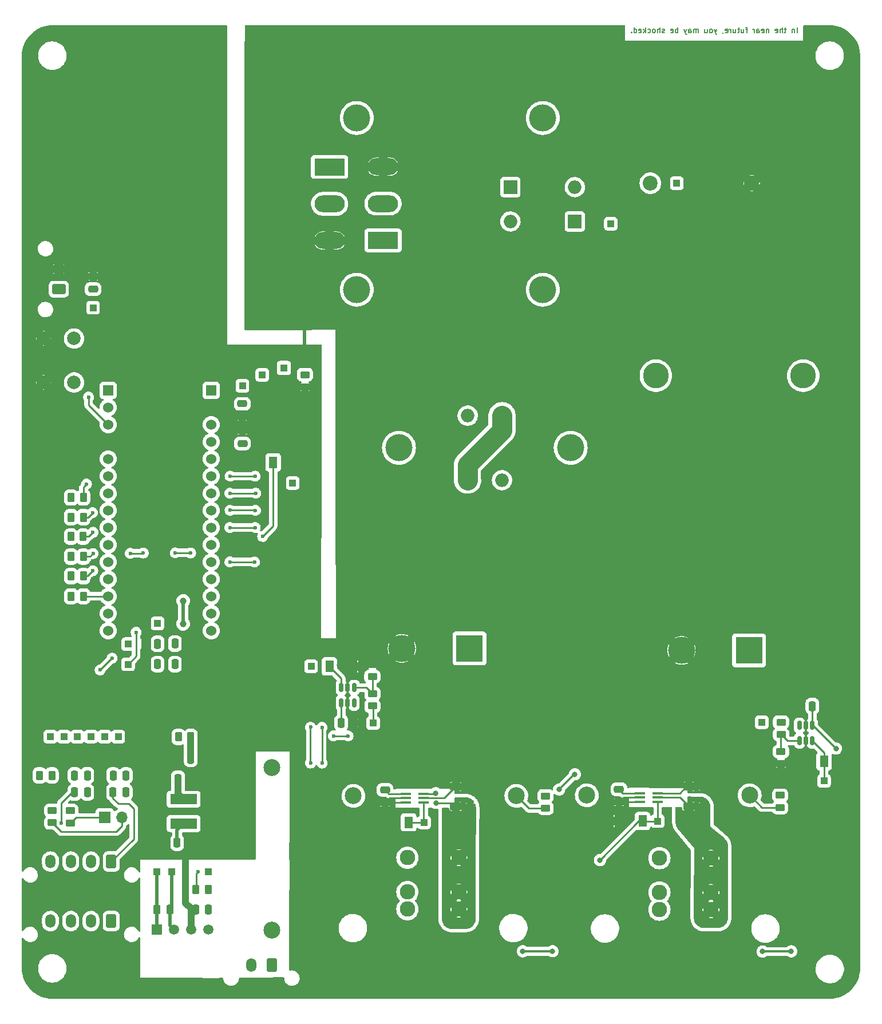
<source format=gbr>
%TF.GenerationSoftware,KiCad,Pcbnew,(6.0.1)*%
%TF.CreationDate,2022-03-05T17:58:01-06:00*%
%TF.ProjectId,MPPT,4d505054-2e6b-4696-9361-645f70636258,1.4.0*%
%TF.SameCoordinates,PX10b1ae8PY9b06478*%
%TF.FileFunction,Copper,L2,Bot*%
%TF.FilePolarity,Positive*%
%FSLAX46Y46*%
G04 Gerber Fmt 4.6, Leading zero omitted, Abs format (unit mm)*
G04 Created by KiCad (PCBNEW (6.0.1)) date 2022-03-05 17:58:01*
%MOMM*%
%LPD*%
G01*
G04 APERTURE LIST*
G04 Aperture macros list*
%AMRoundRect*
0 Rectangle with rounded corners*
0 $1 Rounding radius*
0 $2 $3 $4 $5 $6 $7 $8 $9 X,Y pos of 4 corners*
0 Add a 4 corners polygon primitive as box body*
4,1,4,$2,$3,$4,$5,$6,$7,$8,$9,$2,$3,0*
0 Add four circle primitives for the rounded corners*
1,1,$1+$1,$2,$3*
1,1,$1+$1,$4,$5*
1,1,$1+$1,$6,$7*
1,1,$1+$1,$8,$9*
0 Add four rect primitives between the rounded corners*
20,1,$1+$1,$2,$3,$4,$5,0*
20,1,$1+$1,$4,$5,$6,$7,0*
20,1,$1+$1,$6,$7,$8,$9,0*
20,1,$1+$1,$8,$9,$2,$3,0*%
G04 Aperture macros list end*
%ADD10C,0.150000*%
%TA.AperFunction,NonConductor*%
%ADD11C,0.150000*%
%TD*%
%TA.AperFunction,ComponentPad*%
%ADD12RoundRect,0.250001X0.759999X-0.499999X0.759999X0.499999X-0.759999X0.499999X-0.759999X-0.499999X0*%
%TD*%
%TA.AperFunction,ComponentPad*%
%ADD13O,2.020000X1.500000*%
%TD*%
%TA.AperFunction,ComponentPad*%
%ADD14C,2.286000*%
%TD*%
%TA.AperFunction,ComponentPad*%
%ADD15RoundRect,0.250001X0.499999X0.759999X-0.499999X0.759999X-0.499999X-0.759999X0.499999X-0.759999X0*%
%TD*%
%TA.AperFunction,ComponentPad*%
%ADD16O,1.500000X2.020000*%
%TD*%
%TA.AperFunction,ComponentPad*%
%ADD17C,2.000000*%
%TD*%
%TA.AperFunction,ComponentPad*%
%ADD18C,4.000000*%
%TD*%
%TA.AperFunction,ComponentPad*%
%ADD19R,2.000000X2.000000*%
%TD*%
%TA.AperFunction,ComponentPad*%
%ADD20O,2.000000X2.000000*%
%TD*%
%TA.AperFunction,ComponentPad*%
%ADD21C,2.500000*%
%TD*%
%TA.AperFunction,ComponentPad*%
%ADD22R,1.530000X1.530000*%
%TD*%
%TA.AperFunction,ComponentPad*%
%ADD23C,1.530000*%
%TD*%
%TA.AperFunction,ComponentPad*%
%ADD24R,1.700000X1.700000*%
%TD*%
%TA.AperFunction,ComponentPad*%
%ADD25O,1.700000X1.700000*%
%TD*%
%TA.AperFunction,ComponentPad*%
%ADD26C,2.200000*%
%TD*%
%TA.AperFunction,ComponentPad*%
%ADD27R,4.000000X4.000000*%
%TD*%
%TA.AperFunction,ComponentPad*%
%ADD28R,1.508000X1.508000*%
%TD*%
%TA.AperFunction,ComponentPad*%
%ADD29C,1.508000*%
%TD*%
%TA.AperFunction,ComponentPad*%
%ADD30R,4.500000X2.500000*%
%TD*%
%TA.AperFunction,ComponentPad*%
%ADD31O,4.500000X2.500000*%
%TD*%
%TA.AperFunction,ComponentPad*%
%ADD32C,3.800000*%
%TD*%
%TA.AperFunction,SMDPad,CuDef*%
%ADD33R,1.000000X1.000000*%
%TD*%
%TA.AperFunction,SMDPad,CuDef*%
%ADD34R,1.500000X0.400000*%
%TD*%
%TA.AperFunction,SMDPad,CuDef*%
%ADD35R,1.300000X1.700000*%
%TD*%
%TA.AperFunction,SMDPad,CuDef*%
%ADD36RoundRect,0.250000X-0.450000X0.262500X-0.450000X-0.262500X0.450000X-0.262500X0.450000X0.262500X0*%
%TD*%
%TA.AperFunction,SMDPad,CuDef*%
%ADD37RoundRect,0.250000X-0.250000X-0.475000X0.250000X-0.475000X0.250000X0.475000X-0.250000X0.475000X0*%
%TD*%
%TA.AperFunction,SMDPad,CuDef*%
%ADD38RoundRect,0.250000X0.625000X-0.312500X0.625000X0.312500X-0.625000X0.312500X-0.625000X-0.312500X0*%
%TD*%
%TA.AperFunction,SMDPad,CuDef*%
%ADD39RoundRect,0.250000X0.250000X0.475000X-0.250000X0.475000X-0.250000X-0.475000X0.250000X-0.475000X0*%
%TD*%
%TA.AperFunction,SMDPad,CuDef*%
%ADD40RoundRect,0.250000X0.262500X0.450000X-0.262500X0.450000X-0.262500X-0.450000X0.262500X-0.450000X0*%
%TD*%
%TA.AperFunction,SMDPad,CuDef*%
%ADD41RoundRect,0.250000X0.475000X-0.250000X0.475000X0.250000X-0.475000X0.250000X-0.475000X-0.250000X0*%
%TD*%
%TA.AperFunction,SMDPad,CuDef*%
%ADD42RoundRect,0.250000X0.450000X-0.262500X0.450000X0.262500X-0.450000X0.262500X-0.450000X-0.262500X0*%
%TD*%
%TA.AperFunction,SMDPad,CuDef*%
%ADD43RoundRect,0.150000X-0.150000X0.512500X-0.150000X-0.512500X0.150000X-0.512500X0.150000X0.512500X0*%
%TD*%
%TA.AperFunction,SMDPad,CuDef*%
%ADD44R,1.100000X1.100000*%
%TD*%
%TA.AperFunction,SMDPad,CuDef*%
%ADD45R,4.000000X1.500000*%
%TD*%
%TA.AperFunction,SMDPad,CuDef*%
%ADD46RoundRect,0.250000X-0.475000X0.250000X-0.475000X-0.250000X0.475000X-0.250000X0.475000X0.250000X0*%
%TD*%
%TA.AperFunction,SMDPad,CuDef*%
%ADD47RoundRect,0.150000X0.150000X-0.512500X0.150000X0.512500X-0.150000X0.512500X-0.150000X-0.512500X0*%
%TD*%
%TA.AperFunction,SMDPad,CuDef*%
%ADD48R,0.500000X0.500000*%
%TD*%
%TA.AperFunction,SMDPad,CuDef*%
%ADD49RoundRect,0.250000X-0.625000X0.312500X-0.625000X-0.312500X0.625000X-0.312500X0.625000X0.312500X0*%
%TD*%
%TA.AperFunction,ViaPad*%
%ADD50C,1.000000*%
%TD*%
%TA.AperFunction,ViaPad*%
%ADD51C,0.600000*%
%TD*%
%TA.AperFunction,ViaPad*%
%ADD52C,0.800000*%
%TD*%
%TA.AperFunction,Conductor*%
%ADD53C,1.000000*%
%TD*%
%TA.AperFunction,Conductor*%
%ADD54C,0.250000*%
%TD*%
%TA.AperFunction,Conductor*%
%ADD55C,0.500000*%
%TD*%
%TA.AperFunction,Conductor*%
%ADD56C,0.300000*%
%TD*%
%TA.AperFunction,Conductor*%
%ADD57C,3.000000*%
%TD*%
G04 APERTURE END LIST*
D10*
D11*
X132672619Y-19071904D02*
X132672619Y-18271904D01*
X132291666Y-18538571D02*
X132291666Y-19071904D01*
X132291666Y-18614761D02*
X132253571Y-18576666D01*
X132177380Y-18538571D01*
X132063095Y-18538571D01*
X131986904Y-18576666D01*
X131948809Y-18652857D01*
X131948809Y-19071904D01*
X131072619Y-18538571D02*
X130767857Y-18538571D01*
X130958333Y-18271904D02*
X130958333Y-18957619D01*
X130920238Y-19033809D01*
X130844047Y-19071904D01*
X130767857Y-19071904D01*
X130501190Y-19071904D02*
X130501190Y-18271904D01*
X130158333Y-19071904D02*
X130158333Y-18652857D01*
X130196428Y-18576666D01*
X130272619Y-18538571D01*
X130386904Y-18538571D01*
X130463095Y-18576666D01*
X130501190Y-18614761D01*
X129472619Y-19033809D02*
X129548809Y-19071904D01*
X129701190Y-19071904D01*
X129777380Y-19033809D01*
X129815476Y-18957619D01*
X129815476Y-18652857D01*
X129777380Y-18576666D01*
X129701190Y-18538571D01*
X129548809Y-18538571D01*
X129472619Y-18576666D01*
X129434523Y-18652857D01*
X129434523Y-18729047D01*
X129815476Y-18805238D01*
X128482142Y-18538571D02*
X128482142Y-19071904D01*
X128482142Y-18614761D02*
X128444047Y-18576666D01*
X128367857Y-18538571D01*
X128253571Y-18538571D01*
X128177380Y-18576666D01*
X128139285Y-18652857D01*
X128139285Y-19071904D01*
X127453571Y-19033809D02*
X127529761Y-19071904D01*
X127682142Y-19071904D01*
X127758333Y-19033809D01*
X127796428Y-18957619D01*
X127796428Y-18652857D01*
X127758333Y-18576666D01*
X127682142Y-18538571D01*
X127529761Y-18538571D01*
X127453571Y-18576666D01*
X127415476Y-18652857D01*
X127415476Y-18729047D01*
X127796428Y-18805238D01*
X126729761Y-19071904D02*
X126729761Y-18652857D01*
X126767857Y-18576666D01*
X126844047Y-18538571D01*
X126996428Y-18538571D01*
X127072619Y-18576666D01*
X126729761Y-19033809D02*
X126805952Y-19071904D01*
X126996428Y-19071904D01*
X127072619Y-19033809D01*
X127110714Y-18957619D01*
X127110714Y-18881428D01*
X127072619Y-18805238D01*
X126996428Y-18767142D01*
X126805952Y-18767142D01*
X126729761Y-18729047D01*
X126348809Y-19071904D02*
X126348809Y-18538571D01*
X126348809Y-18690952D02*
X126310714Y-18614761D01*
X126272619Y-18576666D01*
X126196428Y-18538571D01*
X126120238Y-18538571D01*
X125358333Y-18538571D02*
X125053571Y-18538571D01*
X125244047Y-19071904D02*
X125244047Y-18386190D01*
X125205952Y-18310000D01*
X125129761Y-18271904D01*
X125053571Y-18271904D01*
X124444047Y-18538571D02*
X124444047Y-19071904D01*
X124786904Y-18538571D02*
X124786904Y-18957619D01*
X124748809Y-19033809D01*
X124672619Y-19071904D01*
X124558333Y-19071904D01*
X124482142Y-19033809D01*
X124444047Y-18995714D01*
X124177380Y-18538571D02*
X123872619Y-18538571D01*
X124063095Y-18271904D02*
X124063095Y-18957619D01*
X124025000Y-19033809D01*
X123948809Y-19071904D01*
X123872619Y-19071904D01*
X123263095Y-18538571D02*
X123263095Y-19071904D01*
X123605952Y-18538571D02*
X123605952Y-18957619D01*
X123567857Y-19033809D01*
X123491666Y-19071904D01*
X123377380Y-19071904D01*
X123301190Y-19033809D01*
X123263095Y-18995714D01*
X122882142Y-19071904D02*
X122882142Y-18538571D01*
X122882142Y-18690952D02*
X122844047Y-18614761D01*
X122805952Y-18576666D01*
X122729761Y-18538571D01*
X122653571Y-18538571D01*
X122082142Y-19033809D02*
X122158333Y-19071904D01*
X122310714Y-19071904D01*
X122386904Y-19033809D01*
X122425000Y-18957619D01*
X122425000Y-18652857D01*
X122386904Y-18576666D01*
X122310714Y-18538571D01*
X122158333Y-18538571D01*
X122082142Y-18576666D01*
X122044047Y-18652857D01*
X122044047Y-18729047D01*
X122425000Y-18805238D01*
X121663095Y-19033809D02*
X121663095Y-19071904D01*
X121701190Y-19148095D01*
X121739285Y-19186190D01*
X120786904Y-18538571D02*
X120596428Y-19071904D01*
X120405952Y-18538571D02*
X120596428Y-19071904D01*
X120672619Y-19262380D01*
X120710714Y-19300476D01*
X120786904Y-19338571D01*
X119986904Y-19071904D02*
X120063095Y-19033809D01*
X120101190Y-18995714D01*
X120139285Y-18919523D01*
X120139285Y-18690952D01*
X120101190Y-18614761D01*
X120063095Y-18576666D01*
X119986904Y-18538571D01*
X119872619Y-18538571D01*
X119796428Y-18576666D01*
X119758333Y-18614761D01*
X119720238Y-18690952D01*
X119720238Y-18919523D01*
X119758333Y-18995714D01*
X119796428Y-19033809D01*
X119872619Y-19071904D01*
X119986904Y-19071904D01*
X119034523Y-18538571D02*
X119034523Y-19071904D01*
X119377380Y-18538571D02*
X119377380Y-18957619D01*
X119339285Y-19033809D01*
X119263095Y-19071904D01*
X119148809Y-19071904D01*
X119072619Y-19033809D01*
X119034523Y-18995714D01*
X118044047Y-19071904D02*
X118044047Y-18538571D01*
X118044047Y-18614761D02*
X118005952Y-18576666D01*
X117929761Y-18538571D01*
X117815476Y-18538571D01*
X117739285Y-18576666D01*
X117701190Y-18652857D01*
X117701190Y-19071904D01*
X117701190Y-18652857D02*
X117663095Y-18576666D01*
X117586904Y-18538571D01*
X117472619Y-18538571D01*
X117396428Y-18576666D01*
X117358333Y-18652857D01*
X117358333Y-19071904D01*
X116634523Y-19071904D02*
X116634523Y-18652857D01*
X116672619Y-18576666D01*
X116748809Y-18538571D01*
X116901190Y-18538571D01*
X116977380Y-18576666D01*
X116634523Y-19033809D02*
X116710714Y-19071904D01*
X116901190Y-19071904D01*
X116977380Y-19033809D01*
X117015476Y-18957619D01*
X117015476Y-18881428D01*
X116977380Y-18805238D01*
X116901190Y-18767142D01*
X116710714Y-18767142D01*
X116634523Y-18729047D01*
X116329761Y-18538571D02*
X116139285Y-19071904D01*
X115948809Y-18538571D02*
X116139285Y-19071904D01*
X116215476Y-19262380D01*
X116253571Y-19300476D01*
X116329761Y-19338571D01*
X115034523Y-19071904D02*
X115034523Y-18271904D01*
X115034523Y-18576666D02*
X114958333Y-18538571D01*
X114805952Y-18538571D01*
X114729761Y-18576666D01*
X114691666Y-18614761D01*
X114653571Y-18690952D01*
X114653571Y-18919523D01*
X114691666Y-18995714D01*
X114729761Y-19033809D01*
X114805952Y-19071904D01*
X114958333Y-19071904D01*
X115034523Y-19033809D01*
X114005952Y-19033809D02*
X114082142Y-19071904D01*
X114234523Y-19071904D01*
X114310714Y-19033809D01*
X114348809Y-18957619D01*
X114348809Y-18652857D01*
X114310714Y-18576666D01*
X114234523Y-18538571D01*
X114082142Y-18538571D01*
X114005952Y-18576666D01*
X113967857Y-18652857D01*
X113967857Y-18729047D01*
X114348809Y-18805238D01*
X113053571Y-19033809D02*
X112977380Y-19071904D01*
X112825000Y-19071904D01*
X112748809Y-19033809D01*
X112710714Y-18957619D01*
X112710714Y-18919523D01*
X112748809Y-18843333D01*
X112825000Y-18805238D01*
X112939285Y-18805238D01*
X113015476Y-18767142D01*
X113053571Y-18690952D01*
X113053571Y-18652857D01*
X113015476Y-18576666D01*
X112939285Y-18538571D01*
X112825000Y-18538571D01*
X112748809Y-18576666D01*
X112367857Y-19071904D02*
X112367857Y-18271904D01*
X112025000Y-19071904D02*
X112025000Y-18652857D01*
X112063095Y-18576666D01*
X112139285Y-18538571D01*
X112253571Y-18538571D01*
X112329761Y-18576666D01*
X112367857Y-18614761D01*
X111529761Y-19071904D02*
X111605952Y-19033809D01*
X111644047Y-18995714D01*
X111682142Y-18919523D01*
X111682142Y-18690952D01*
X111644047Y-18614761D01*
X111605952Y-18576666D01*
X111529761Y-18538571D01*
X111415476Y-18538571D01*
X111339285Y-18576666D01*
X111301190Y-18614761D01*
X111263095Y-18690952D01*
X111263095Y-18919523D01*
X111301190Y-18995714D01*
X111339285Y-19033809D01*
X111415476Y-19071904D01*
X111529761Y-19071904D01*
X110577380Y-19033809D02*
X110653571Y-19071904D01*
X110805952Y-19071904D01*
X110882142Y-19033809D01*
X110920238Y-18995714D01*
X110958333Y-18919523D01*
X110958333Y-18690952D01*
X110920238Y-18614761D01*
X110882142Y-18576666D01*
X110805952Y-18538571D01*
X110653571Y-18538571D01*
X110577380Y-18576666D01*
X110234523Y-19071904D02*
X110234523Y-18271904D01*
X110158333Y-18767142D02*
X109929761Y-19071904D01*
X109929761Y-18538571D02*
X110234523Y-18843333D01*
X109282142Y-19033809D02*
X109358333Y-19071904D01*
X109510714Y-19071904D01*
X109586904Y-19033809D01*
X109625000Y-18957619D01*
X109625000Y-18652857D01*
X109586904Y-18576666D01*
X109510714Y-18538571D01*
X109358333Y-18538571D01*
X109282142Y-18576666D01*
X109244047Y-18652857D01*
X109244047Y-18729047D01*
X109625000Y-18805238D01*
X108558333Y-19071904D02*
X108558333Y-18271904D01*
X108558333Y-19033809D02*
X108634523Y-19071904D01*
X108786904Y-19071904D01*
X108863095Y-19033809D01*
X108901190Y-18995714D01*
X108939285Y-18919523D01*
X108939285Y-18690952D01*
X108901190Y-18614761D01*
X108863095Y-18576666D01*
X108786904Y-18538571D01*
X108634523Y-18538571D01*
X108558333Y-18576666D01*
X108177380Y-18995714D02*
X108139285Y-19033809D01*
X108177380Y-19071904D01*
X108215476Y-19033809D01*
X108177380Y-18995714D01*
X108177380Y-19071904D01*
D12*
%TO.P,J2,1,Pin_1*%
%TO.N,+9V*%
X23455000Y-57020000D03*
D13*
%TO.P,J2,2,Pin_2*%
%TO.N,GND*%
X23455000Y-54020000D03*
%TD*%
D14*
%TO.P,J3,1,+*%
%TO.N,Net-(F1-Pad2)*%
X112315000Y-148780000D03*
X112315000Y-146240000D03*
X112315000Y-141160000D03*
%TO.P,J3,2,-*%
%TO.N,/-ARR*%
X119935000Y-148780000D03*
X119935000Y-141160000D03*
X119935000Y-146240000D03*
%TD*%
D15*
%TO.P,J6,1,5V*%
%TO.N,Net-(C19-Pad1)*%
X31235000Y-141680000D03*
D16*
%TO.P,J6,2,GND*%
%TO.N,Net-(C19-Pad2)*%
X28235000Y-141680000D03*
%TO.P,J6,3,CAN_H*%
%TO.N,Net-(J5-Pad3)*%
X25235000Y-141680000D03*
%TO.P,J6,4,CAN_L*%
%TO.N,Net-(J5-Pad4)*%
X22235000Y-141680000D03*
%TD*%
D17*
%TO.P,SW1,1,1*%
%TO.N,GND*%
X21220000Y-64300000D03*
X21220000Y-70800000D03*
%TO.P,SW1,2,2*%
%TO.N,/Reset*%
X25720000Y-70800000D03*
X25720000Y-64300000D03*
%TD*%
D18*
%TO.P,HS3,1*%
%TO.N,N/C*%
X73785000Y-80475000D03*
X99185000Y-80475000D03*
%TD*%
D19*
%TO.P,D6,1,K*%
%TO.N,/+BATT*%
X89030000Y-75710000D03*
D20*
%TO.P,D6,2,A*%
%TO.N,Net-(D4-Pad2)*%
X83950000Y-75710000D03*
%TD*%
D15*
%TO.P,J5,1,5V*%
%TO.N,Net-(C19-Pad1)*%
X31230000Y-150480000D03*
D16*
%TO.P,J5,2,GND*%
%TO.N,Net-(C19-Pad2)*%
X28230000Y-150480000D03*
%TO.P,J5,3,CAN_H*%
%TO.N,Net-(J5-Pad3)*%
X25230000Y-150480000D03*
%TO.P,J5,4,CAN_L*%
%TO.N,Net-(J5-Pad4)*%
X22230000Y-150480000D03*
%TD*%
D21*
%TO.P,F3,1*%
%TO.N,+12V*%
X54992500Y-127750000D03*
%TO.P,F3,2*%
%TO.N,Net-(F3-Pad2)*%
X54992500Y-151850000D03*
%TD*%
D19*
%TO.P,D5,1,K*%
%TO.N,/+BATT*%
X83950000Y-85255000D03*
D20*
%TO.P,D5,2,A*%
%TO.N,Net-(D4-Pad2)*%
X89030000Y-85255000D03*
%TD*%
D21*
%TO.P,F2,1*%
%TO.N,Net-(F2-Pad1)*%
X67045000Y-131955000D03*
%TO.P,F2,2*%
%TO.N,/+BATT*%
X91145000Y-131955000D03*
%TD*%
D18*
%TO.P,HS2,1*%
%TO.N,N/C*%
X95065000Y-31690000D03*
X95065000Y-57090000D03*
%TD*%
D15*
%TO.P,J1,1,+12V*%
%TO.N,Net-(F3-Pad2)*%
X54955000Y-156960000D03*
D16*
%TO.P,J1,2,GND*%
%TO.N,GNDPWR*%
X51955000Y-156960000D03*
%TD*%
D22*
%TO.P,U2,1,D1*%
%TO.N,/Heartbeat*%
X30775000Y-71965000D03*
D23*
%TO.P,U2,2,D0*%
%TO.N,/Tracking*%
X30775000Y-74505000D03*
%TO.P,U2,3,RST*%
%TO.N,/Reset*%
X30775000Y-77045000D03*
%TO.P,U2,4,GND*%
%TO.N,GND*%
X30775000Y-79585000D03*
%TO.P,U2,5,D2*%
%TO.N,/CAN_Tx*%
X30775000Y-82125000D03*
%TO.P,U2,6,D3*%
%TO.N,/Error*%
X30775000Y-84665000D03*
%TO.P,U2,7,D4*%
%TO.N,unconnected-(U2-Pad7)*%
X30775000Y-87205000D03*
%TO.P,U2,8,D5*%
%TO.N,unconnected-(U2-Pad8)*%
X30775000Y-89745000D03*
%TO.P,U2,9,D6*%
%TO.N,unconnected-(U2-Pad9)*%
X30775000Y-92285000D03*
%TO.P,U2,10,D7*%
%TO.N,Net-(SW2-Pad4)*%
X30775000Y-94825000D03*
%TO.P,U2,11,D8*%
%TO.N,Net-(SW2-Pad3)*%
X30775000Y-97365000D03*
%TO.P,U2,12,D9*%
%TO.N,unconnected-(U2-Pad12)*%
X30775000Y-99905000D03*
%TO.P,U2,13,D10*%
%TO.N,/CAN_Rx*%
X30775000Y-102445000D03*
%TO.P,U2,14,D11*%
%TO.N,unconnected-(U2-Pad14)*%
X30775000Y-104985000D03*
%TO.P,U2,15,D12*%
%TO.N,unconnected-(U2-Pad15)*%
X30775000Y-107525000D03*
%TO.P,U2,16,D13*%
%TO.N,unconnected-(U2-Pad16)*%
X46015000Y-107525000D03*
%TO.P,U2,17,+3V3*%
%TO.N,+3V3*%
X46015000Y-104985000D03*
%TO.P,U2,18,AREF*%
%TO.N,unconnected-(U2-Pad18)*%
X46015000Y-102445000D03*
%TO.P,U2,19,A0*%
%TO.N,unconnected-(U2-Pad19)*%
X46015000Y-99905000D03*
%TO.P,U2,20,A1*%
%TO.N,/PWM*%
X46015000Y-97365000D03*
%TO.P,U2,21,A2*%
%TO.N,unconnected-(U2-Pad21)*%
X46015000Y-94825000D03*
%TO.P,U2,22,A3*%
%TO.N,/Array_Voltage*%
X46015000Y-92285000D03*
%TO.P,U2,23,A4*%
%TO.N,/Array_Current*%
X46015000Y-89745000D03*
%TO.P,U2,24,A5*%
%TO.N,/Battery_Current*%
X46015000Y-87205000D03*
%TO.P,U2,25,A6*%
%TO.N,/Battery_Voltage*%
X46015000Y-84665000D03*
%TO.P,U2,26,A7*%
%TO.N,unconnected-(U2-Pad26)*%
X46015000Y-82125000D03*
%TO.P,U2,27,+5V*%
%TO.N,+5V*%
X46015000Y-79585000D03*
%TO.P,U2,28,RST*%
%TO.N,/Reset*%
X46015000Y-77045000D03*
%TO.P,U2,29,GND*%
%TO.N,GND*%
X46015000Y-74505000D03*
D22*
%TO.P,U2,30,VIN*%
%TO.N,+9V*%
X46015000Y-71965000D03*
%TD*%
D19*
%TO.P,R5,1*%
%TO.N,Net-(D4-Pad2)*%
X99800000Y-46985000D03*
D20*
%TO.P,R5,2*%
%TO.N,Net-(C9-Pad1)*%
X99800000Y-41905000D03*
%TD*%
D18*
%TO.P,HS1,1*%
%TO.N,N/C*%
X67530000Y-57085000D03*
X67530000Y-31685000D03*
%TD*%
D24*
%TO.P,JP1,1,A*%
%TO.N,Net-(JP1-Pad1)*%
X30265000Y-135132500D03*
D25*
%TO.P,JP1,2,B*%
%TO.N,Net-(JP1-Pad2)*%
X32805000Y-135132500D03*
%TD*%
D26*
%TO.P,C9,1*%
%TO.N,Net-(C9-Pad1)*%
X110975000Y-41325000D03*
%TO.P,C9,2*%
%TO.N,GND*%
X125975000Y-41325000D03*
%TD*%
D27*
%TO.P,CP1,1*%
%TO.N,/+ARR*%
X125570000Y-110435000D03*
D18*
%TO.P,CP1,2*%
%TO.N,GND*%
X115570000Y-110435000D03*
%TD*%
D28*
%TO.P,U1,1,-VIN*%
%TO.N,GNDPWR*%
X37962500Y-151735000D03*
D29*
%TO.P,U1,2,+VIN*%
%TO.N,+12V*%
X40502500Y-151735000D03*
%TO.P,U1,3,-VOUT*%
%TO.N,GND*%
X43042500Y-151735000D03*
%TO.P,U1,4,+VOUT*%
%TO.N,+5V*%
X45582500Y-151735000D03*
%TD*%
D30*
%TO.P,Q1,1,G*%
%TO.N,/Drive_PWM*%
X63525000Y-38930000D03*
D31*
%TO.P,Q1,2,D*%
%TO.N,Net-(D4-Pad2)*%
X63525000Y-44380000D03*
%TO.P,Q1,3,S*%
%TO.N,GND*%
X63525000Y-49830000D03*
%TD*%
D14*
%TO.P,J4,1,+*%
%TO.N,Net-(F2-Pad1)*%
X75035000Y-146175000D03*
X75035000Y-148715000D03*
X75035000Y-141095000D03*
%TO.P,J4,2,-*%
%TO.N,/-BATT*%
X82655000Y-141095000D03*
X82655000Y-148715000D03*
X82655000Y-146175000D03*
%TD*%
D19*
%TO.P,D4,1,K*%
%TO.N,Net-(C9-Pad1)*%
X90270000Y-41905000D03*
D20*
%TO.P,D4,2,A*%
%TO.N,Net-(D4-Pad2)*%
X90270000Y-46985000D03*
%TD*%
D30*
%TO.P,Q2,1,G*%
%TO.N,/Drive_PWM*%
X71435000Y-49800000D03*
D31*
%TO.P,Q2,2,D*%
%TO.N,Net-(D4-Pad2)*%
X71435000Y-44350000D03*
%TO.P,Q2,3,S*%
%TO.N,GND*%
X71435000Y-38900000D03*
%TD*%
D32*
%TO.P,L2,1,1*%
%TO.N,/+ARR*%
X133590000Y-69795000D03*
%TO.P,L2,2,2*%
%TO.N,Net-(D4-Pad2)*%
X111790000Y-69795000D03*
%TD*%
D21*
%TO.P,F1,1*%
%TO.N,/+ARR*%
X125670000Y-131874000D03*
%TO.P,F1,2*%
%TO.N,Net-(F1-Pad2)*%
X101570000Y-131874000D03*
%TD*%
D27*
%TO.P,CP2,1*%
%TO.N,/+BATT*%
X84225000Y-110145000D03*
D18*
%TO.P,CP2,2*%
%TO.N,GND*%
X74225000Y-110145000D03*
%TD*%
D33*
%TO.P,TP16,1,1*%
%TO.N,/Array_Current*%
X112055000Y-135697500D03*
%TD*%
D34*
%TO.P,U6,1,REF*%
%TO.N,GND*%
X74800000Y-132934000D03*
%TO.P,U6,2,V-*%
X74800000Y-132284000D03*
%TO.P,U6,3,V+*%
%TO.N,+9VA*%
X74800000Y-131634000D03*
%TO.P,U6,4,+*%
%TO.N,/-BATT*%
X77460000Y-131634000D03*
%TO.P,U6,5,-*%
%TO.N,GND*%
X77460000Y-132284000D03*
%TO.P,U6,6*%
%TO.N,/Battery_Current*%
X77460000Y-132934000D03*
%TD*%
D35*
%TO.P,D2,1,K*%
%TO.N,/PWM*%
X55170000Y-82625000D03*
%TO.P,D2,2,A*%
%TO.N,GND*%
X58670000Y-82625000D03*
%TD*%
D36*
%TO.P,R10,1*%
%TO.N,Net-(R10-Pad1)*%
X69865000Y-116842500D03*
%TO.P,R10,2*%
%TO.N,/+BATT*%
X69865000Y-118667500D03*
%TD*%
D37*
%TO.P,C19,1*%
%TO.N,Net-(C19-Pad1)*%
X31480000Y-131417500D03*
%TO.P,C19,2*%
%TO.N,Net-(C19-Pad2)*%
X33380000Y-131417500D03*
%TD*%
D33*
%TO.P,TP17,1,1*%
%TO.N,/-BATT*%
X84325000Y-133576000D03*
%TD*%
D38*
%TO.P,R6,1*%
%TO.N,/-ARR*%
X116665000Y-133487500D03*
%TO.P,R6,2*%
%TO.N,GND*%
X116665000Y-130562500D03*
%TD*%
D33*
%TO.P,TP26,1,1*%
%TO.N,Net-(C18-Pad1)*%
X32255000Y-123182500D03*
%TD*%
D37*
%TO.P,C14,1*%
%TO.N,+5V*%
X40640000Y-109425000D03*
%TO.P,C14,2*%
%TO.N,GND*%
X42540000Y-109425000D03*
%TD*%
D39*
%TO.P,C15,1*%
%TO.N,GND*%
X42545000Y-112465000D03*
%TO.P,C15,2*%
%TO.N,+5V*%
X40645000Y-112465000D03*
%TD*%
D36*
%TO.P,R9,1*%
%TO.N,Net-(R8-Pad1)*%
X130295000Y-125390000D03*
%TO.P,R9,2*%
%TO.N,GND*%
X130295000Y-127215000D03*
%TD*%
D33*
%TO.P,TP5,1,1*%
%TO.N,+5V*%
X45600000Y-143185000D03*
%TD*%
D40*
%TO.P,R3,1*%
%TO.N,+9VA*%
X42990000Y-123235000D03*
%TO.P,R3,2*%
%TO.N,Net-(LED2-Pad2)*%
X41165000Y-123235000D03*
%TD*%
D41*
%TO.P,C11,1*%
%TO.N,GND*%
X71720000Y-132959000D03*
%TO.P,C11,2*%
%TO.N,+9VA*%
X71720000Y-131059000D03*
%TD*%
D37*
%TO.P,C7,1*%
%TO.N,Net-(C7-Pad1)*%
X41095000Y-129430000D03*
%TO.P,C7,2*%
%TO.N,GND*%
X42995000Y-129430000D03*
%TD*%
D33*
%TO.P,TP18,1,1*%
%TO.N,GND*%
X84290000Y-130636000D03*
%TD*%
%TO.P,TP31,1,1*%
%TO.N,Net-(J5-Pad4)*%
X22230000Y-123182500D03*
%TD*%
%TO.P,TP23,1,1*%
%TO.N,/Battery_Voltage*%
X60790000Y-112805000D03*
%TD*%
D35*
%TO.P,D10,1,K*%
%TO.N,/Battery_Voltage*%
X63495000Y-112810000D03*
%TO.P,D10,2,A*%
%TO.N,GND*%
X66995000Y-112810000D03*
%TD*%
D33*
%TO.P,TP19,1,1*%
%TO.N,/Battery_Current*%
X77485000Y-135879000D03*
%TD*%
D35*
%TO.P,D8,1,K*%
%TO.N,/Battery_Current*%
X75215000Y-135859000D03*
%TO.P,D8,2,A*%
%TO.N,GND*%
X71715000Y-135859000D03*
%TD*%
D42*
%TO.P,R14,1*%
%TO.N,Net-(JP1-Pad2)*%
X22490000Y-135937500D03*
%TO.P,R14,2*%
%TO.N,Net-(J5-Pad4)*%
X22490000Y-134112500D03*
%TD*%
D33*
%TO.P,TP1,1,1*%
%TO.N,+12V*%
X40172500Y-143185000D03*
%TD*%
D37*
%TO.P,C18,1*%
%TO.N,Net-(C18-Pad1)*%
X31495000Y-128947500D03*
%TO.P,C18,2*%
%TO.N,Net-(C18-Pad2)*%
X33395000Y-128947500D03*
%TD*%
%TO.P,C20,1*%
%TO.N,Net-(C19-Pad2)*%
X25790000Y-131427500D03*
%TO.P,C20,2*%
%TO.N,Net-(C19-Pad1)*%
X27690000Y-131427500D03*
%TD*%
%TO.P,C6,1*%
%TO.N,+5V*%
X40970000Y-138870000D03*
%TO.P,C6,2*%
%TO.N,GND*%
X42870000Y-138870000D03*
%TD*%
D33*
%TO.P,TP7,1,1*%
%TO.N,/PWM*%
X58065000Y-85670000D03*
%TD*%
%TO.P,TP25,1,1*%
%TO.N,/CAN_Rx*%
X33745000Y-109510000D03*
%TD*%
D39*
%TO.P,C2,1*%
%TO.N,+5V*%
X45592500Y-148770000D03*
%TO.P,C2,2*%
%TO.N,GND*%
X43692500Y-148770000D03*
%TD*%
D43*
%TO.P,U8,1*%
%TO.N,/Battery_Voltage*%
X65245000Y-115939882D03*
%TO.P,U8,2,V-*%
%TO.N,GND*%
X66195000Y-115939882D03*
%TO.P,U8,3,+*%
%TO.N,Net-(R10-Pad1)*%
X67145000Y-115939882D03*
%TO.P,U8,4,-*%
%TO.N,/Battery_Voltage*%
X67145000Y-118214882D03*
%TO.P,U8,5,~{SHDN}*%
%TO.N,GND*%
X66195000Y-118214882D03*
%TO.P,U8,6,V+*%
%TO.N,+9VA*%
X65245000Y-118214882D03*
%TD*%
D33*
%TO.P,TP27,1,1*%
%TO.N,Net-(C19-Pad1)*%
X28235000Y-123177500D03*
%TD*%
D40*
%TO.P,R12,1*%
%TO.N,Net-(R12-Pad1)*%
X22442500Y-128927500D03*
%TO.P,R12,2*%
%TO.N,Net-(C19-Pad2)*%
X20617500Y-128927500D03*
%TD*%
D42*
%TO.P,R11,1*%
%TO.N,Net-(R10-Pad1)*%
X69850000Y-114312500D03*
%TO.P,R11,2*%
%TO.N,GND*%
X69850000Y-112487500D03*
%TD*%
D33*
%TO.P,TP24,1,1*%
%TO.N,/CAN_Tx*%
X33715000Y-112490000D03*
%TD*%
D35*
%TO.P,D7,1,K*%
%TO.N,/Array_Current*%
X109815000Y-135682500D03*
%TO.P,D7,2,A*%
%TO.N,GND*%
X106315000Y-135682500D03*
%TD*%
D44*
%TO.P,D3,1,K*%
%TO.N,/Drive_PWM*%
X56760000Y-68665000D03*
%TO.P,D3,2,A*%
%TO.N,GND*%
X56760000Y-71465000D03*
%TD*%
D45*
%TO.P,L1,1*%
%TO.N,+5V*%
X41925000Y-136055000D03*
%TO.P,L1,2*%
%TO.N,Net-(C7-Pad1)*%
X41925000Y-132455000D03*
%TD*%
D33*
%TO.P,TP22,1,1*%
%TO.N,/+BATT*%
X69955000Y-121192500D03*
%TD*%
D42*
%TO.P,R16,1*%
%TO.N,/+BATT*%
X95465000Y-133787500D03*
%TO.P,R16,2*%
%TO.N,Net-(LED4-Pad2)*%
X95465000Y-131962500D03*
%TD*%
%TO.P,R8,1*%
%TO.N,Net-(R8-Pad1)*%
X130300000Y-122880000D03*
%TO.P,R8,2*%
%TO.N,/+ARR*%
X130300000Y-121055000D03*
%TD*%
D46*
%TO.P,C4,1*%
%TO.N,GND*%
X50630000Y-77930000D03*
%TO.P,C4,2*%
%TO.N,+9VA*%
X50630000Y-79830000D03*
%TD*%
D33*
%TO.P,TP30,1,1*%
%TO.N,Net-(J5-Pad3)*%
X24225000Y-123182500D03*
%TD*%
%TO.P,TP8,1,1*%
%TO.N,GND*%
X57245000Y-76820000D03*
%TD*%
D37*
%TO.P,C12,1*%
%TO.N,GND*%
X133030000Y-118675000D03*
%TO.P,C12,2*%
%TO.N,+9VA*%
X134930000Y-118675000D03*
%TD*%
D33*
%TO.P,TP29,1,1*%
%TO.N,Net-(C18-Pad2)*%
X30245000Y-123182500D03*
%TD*%
D36*
%TO.P,R13,1*%
%TO.N,Net-(J5-Pad3)*%
X25180000Y-134127500D03*
%TO.P,R13,2*%
%TO.N,Net-(JP1-Pad1)*%
X25180000Y-135952500D03*
%TD*%
D39*
%TO.P,C8,1*%
%TO.N,+9VA*%
X42985000Y-126475000D03*
%TO.P,C8,2*%
%TO.N,GND*%
X41085000Y-126475000D03*
%TD*%
D40*
%TO.P,R17,1*%
%TO.N,/Heartbeat*%
X27097500Y-87820000D03*
%TO.P,R17,2*%
%TO.N,Net-(LED5-Pad2)*%
X25272500Y-87820000D03*
%TD*%
D33*
%TO.P,TP4,1,1*%
%TO.N,+3V3*%
X38080000Y-106455000D03*
%TD*%
D42*
%TO.P,R15,1*%
%TO.N,/+ARR*%
X130170000Y-133702500D03*
%TO.P,R15,2*%
%TO.N,Net-(LED3-Pad2)*%
X130170000Y-131877500D03*
%TD*%
D40*
%TO.P,R1,1*%
%TO.N,+5V*%
X45572500Y-145810000D03*
%TO.P,R1,2*%
%TO.N,Net-(LED1-Pad2)*%
X43747500Y-145810000D03*
%TD*%
D33*
%TO.P,TP21,1,1*%
%TO.N,/Array_Voltage*%
X136665000Y-129745000D03*
%TD*%
%TO.P,TP2,1,1*%
%TO.N,GNDPWR*%
X37965000Y-143210000D03*
%TD*%
D39*
%TO.P,C13,1*%
%TO.N,GND*%
X67140000Y-121145000D03*
%TO.P,C13,2*%
%TO.N,+9VA*%
X65240000Y-121145000D03*
%TD*%
D47*
%TO.P,U7,1*%
%TO.N,/Array_Voltage*%
X134920000Y-123807500D03*
%TO.P,U7,2,V-*%
%TO.N,GND*%
X133970000Y-123807500D03*
%TO.P,U7,3,+*%
%TO.N,Net-(R8-Pad1)*%
X133020000Y-123807500D03*
%TO.P,U7,4,-*%
%TO.N,/Array_Voltage*%
X133020000Y-121532500D03*
%TO.P,U7,5,~{SHDN}*%
%TO.N,GND*%
X133970000Y-121532500D03*
%TO.P,U7,6,V+*%
%TO.N,+9VA*%
X134920000Y-121532500D03*
%TD*%
D37*
%TO.P,C16,1*%
%TO.N,GND*%
X36190000Y-109465000D03*
%TO.P,C16,2*%
%TO.N,+3V3*%
X38090000Y-109465000D03*
%TD*%
D33*
%TO.P,TP12,1,1*%
%TO.N,Net-(C9-Pad1)*%
X114880000Y-41345000D03*
%TD*%
%TO.P,TP13,1,1*%
%TO.N,GND*%
X121900000Y-41370000D03*
%TD*%
D39*
%TO.P,C1,1*%
%TO.N,+12V*%
X39877500Y-148805000D03*
%TO.P,C1,2*%
%TO.N,GNDPWR*%
X37977500Y-148805000D03*
%TD*%
D33*
%TO.P,TP9,1,1*%
%TO.N,+9VA*%
X50625000Y-71295000D03*
%TD*%
%TO.P,TP11,1,1*%
%TO.N,Net-(D4-Pad2)*%
X105130000Y-47320000D03*
%TD*%
%TO.P,TP6,1,1*%
%TO.N,GND*%
X42175000Y-143165000D03*
%TD*%
D39*
%TO.P,C17,1*%
%TO.N,+3V3*%
X38085000Y-112485000D03*
%TO.P,C17,2*%
%TO.N,GND*%
X36185000Y-112485000D03*
%TD*%
D40*
%TO.P,R21,1*%
%TO.N,/CAN_Tx*%
X27097500Y-99450000D03*
%TO.P,R21,2*%
%TO.N,Net-(LED9-Pad2)*%
X25272500Y-99450000D03*
%TD*%
D33*
%TO.P,TP15,1,1*%
%TO.N,/-ARR*%
X118775000Y-133511000D03*
%TD*%
D39*
%TO.P,C21,1*%
%TO.N,Net-(C19-Pad1)*%
X27690000Y-128937500D03*
%TO.P,C21,2*%
%TO.N,Net-(C19-Pad2)*%
X25790000Y-128937500D03*
%TD*%
D33*
%TO.P,TP20,1,1*%
%TO.N,/+ARR*%
X127445000Y-121060000D03*
%TD*%
D34*
%TO.P,U5,1,REF*%
%TO.N,GND*%
X109390000Y-132847500D03*
%TO.P,U5,2,V-*%
X109390000Y-132197500D03*
%TO.P,U5,3,V+*%
%TO.N,+9VA*%
X109390000Y-131547500D03*
%TO.P,U5,4,+*%
%TO.N,GND*%
X112050000Y-131547500D03*
%TO.P,U5,5,-*%
%TO.N,/-ARR*%
X112050000Y-132197500D03*
%TO.P,U5,6*%
%TO.N,/Array_Current*%
X112050000Y-132847500D03*
%TD*%
D48*
%TO.P,D1,1,K*%
%TO.N,+12V*%
X40162500Y-145835000D03*
%TO.P,D1,2,A*%
%TO.N,GNDPWR*%
X37962500Y-145835000D03*
%TD*%
D40*
%TO.P,R22,1*%
%TO.N,/Error*%
X27070000Y-93605000D03*
%TO.P,R22,2*%
%TO.N,Net-(LED10-Pad2)*%
X25245000Y-93605000D03*
%TD*%
D33*
%TO.P,TP28,1,1*%
%TO.N,Net-(C19-Pad2)*%
X26225000Y-123182500D03*
%TD*%
%TO.P,TP14,1,1*%
%TO.N,GND*%
X118775000Y-130571000D03*
%TD*%
D49*
%TO.P,R7,1*%
%TO.N,GND*%
X82190000Y-130585000D03*
%TO.P,R7,2*%
%TO.N,/-BATT*%
X82190000Y-133510000D03*
%TD*%
D35*
%TO.P,D9,1,K*%
%TO.N,/Array_Voltage*%
X136665000Y-126845000D03*
%TO.P,D9,2,A*%
%TO.N,GND*%
X133165000Y-126845000D03*
%TD*%
D33*
%TO.P,TP3,1,1*%
%TO.N,+9V*%
X28535000Y-59750000D03*
%TD*%
D40*
%TO.P,R20,1*%
%TO.N,/CAN_Rx*%
X27090000Y-102440000D03*
%TO.P,R20,2*%
%TO.N,Net-(LED8-Pad2)*%
X25265000Y-102440000D03*
%TD*%
D41*
%TO.P,C10,1*%
%TO.N,GND*%
X106335000Y-132892500D03*
%TO.P,C10,2*%
%TO.N,+9VA*%
X106335000Y-130992500D03*
%TD*%
D46*
%TO.P,C5,1*%
%TO.N,+9VA*%
X50610000Y-73965000D03*
%TO.P,C5,2*%
%TO.N,GND*%
X50610000Y-75865000D03*
%TD*%
D33*
%TO.P,TP10,1,1*%
%TO.N,/Drive_PWM*%
X53570000Y-69670000D03*
%TD*%
D36*
%TO.P,R4,1*%
%TO.N,/Drive_PWM*%
X59885000Y-69650000D03*
%TO.P,R4,2*%
%TO.N,GND*%
X59885000Y-71475000D03*
%TD*%
D40*
%TO.P,R19,1*%
%TO.N,/PWM*%
X27095000Y-96560000D03*
%TO.P,R19,2*%
%TO.N,Net-(LED7-Pad2)*%
X25270000Y-96560000D03*
%TD*%
D41*
%TO.P,C3,1*%
%TO.N,+9V*%
X28535000Y-56995000D03*
%TO.P,C3,2*%
%TO.N,GND*%
X28535000Y-55095000D03*
%TD*%
D40*
%TO.P,R18,1*%
%TO.N,/Tracking*%
X27097500Y-90730000D03*
%TO.P,R18,2*%
%TO.N,Net-(LED6-Pad2)*%
X25272500Y-90730000D03*
%TD*%
D50*
%TO.N,GND*%
X117560000Y-60110000D03*
X53155000Y-121840000D03*
X20060000Y-75110000D03*
X117560000Y-37610000D03*
X117560000Y-97610000D03*
D51*
X28500000Y-91415000D03*
D50*
X64975000Y-160005000D03*
X72560000Y-30110000D03*
X132560000Y-135110000D03*
X38430000Y-85645000D03*
X58825000Y-146365000D03*
X132560000Y-105110000D03*
X35060000Y-120110000D03*
X53155000Y-99340000D03*
X110060000Y-105110000D03*
X95060000Y-112610000D03*
X35060000Y-67610000D03*
X125060000Y-150110000D03*
X140060000Y-135110000D03*
X27560000Y-52610000D03*
X87475000Y-160005000D03*
X113910000Y-129980000D03*
X117560000Y-90110000D03*
X65060000Y-67610000D03*
X140060000Y-150110000D03*
X111910000Y-129980000D03*
X72335000Y-124495000D03*
X20060000Y-90110000D03*
X20240000Y-139195000D03*
X104135000Y-146285000D03*
X35130000Y-55780000D03*
X73705000Y-125850000D03*
X65060000Y-75110000D03*
X110060000Y-90110000D03*
X72560000Y-90110000D03*
X42475000Y-160005000D03*
X20060000Y-37610000D03*
X132560000Y-97610000D03*
X72560000Y-105110000D03*
X140060000Y-37610000D03*
X102495000Y-52010000D03*
X117560000Y-120110000D03*
X140060000Y-97610000D03*
X80060000Y-112610000D03*
X75045000Y-127180000D03*
X36160000Y-112550000D03*
X87560000Y-22610000D03*
X132560000Y-30110000D03*
X133135000Y-126995000D03*
X140060000Y-82610000D03*
X20060000Y-97610000D03*
X29955000Y-157070000D03*
X109910000Y-129980000D03*
X102560000Y-60110000D03*
X27560000Y-22610000D03*
X99740000Y-140095000D03*
X71920000Y-122280000D03*
X50060000Y-67610000D03*
X72475000Y-160005000D03*
X125060000Y-142610000D03*
X117560000Y-75110000D03*
X124610000Y-136625000D03*
X110060000Y-52610000D03*
X43755000Y-101130000D03*
X80060000Y-30110000D03*
X125060000Y-30110000D03*
X80060000Y-82610000D03*
X42560000Y-22610000D03*
X37215000Y-139195000D03*
X80060000Y-75110000D03*
X72560000Y-97610000D03*
X42560000Y-75110000D03*
X80060000Y-67610000D03*
X20060000Y-120110000D03*
X68195000Y-146385000D03*
X38415000Y-100405000D03*
X27560000Y-105110000D03*
X124975000Y-160005000D03*
X110060000Y-22610000D03*
X102560000Y-37610000D03*
D51*
X42175000Y-143185000D03*
D50*
X102475000Y-160005000D03*
X132560000Y-52610000D03*
X102560000Y-30110000D03*
X76435000Y-128560000D03*
X140060000Y-45110000D03*
X125060000Y-37610000D03*
X109975000Y-160005000D03*
X72560000Y-67610000D03*
X117560000Y-45110000D03*
X53155000Y-114340000D03*
X125060000Y-67610000D03*
X132560000Y-82610000D03*
X117475000Y-160005000D03*
X42560000Y-67610000D03*
X140060000Y-120110000D03*
X110060000Y-30110000D03*
X71985000Y-113135000D03*
X88845000Y-136685000D03*
X125060000Y-45110000D03*
X35060000Y-75110000D03*
X58825000Y-153865000D03*
X121375000Y-130555000D03*
X79975000Y-160005000D03*
X95880000Y-130020000D03*
X117560000Y-22610000D03*
X80060000Y-90110000D03*
X27560000Y-45110000D03*
X71940000Y-117435000D03*
X79035000Y-152980000D03*
X57560000Y-45110000D03*
X117560000Y-67610000D03*
X20060000Y-105110000D03*
X33190000Y-90770000D03*
X102560000Y-90110000D03*
X38430000Y-93145000D03*
X37050000Y-128715000D03*
X71935000Y-119925000D03*
X95060000Y-90110000D03*
X110060000Y-82610000D03*
X110060000Y-45110000D03*
X65060000Y-112610000D03*
X117560000Y-30110000D03*
X125060000Y-60110000D03*
X27560000Y-120110000D03*
X53155000Y-106840000D03*
X140060000Y-67610000D03*
X57560000Y-52610000D03*
X66615000Y-128150000D03*
X140060000Y-127610000D03*
D51*
X28515000Y-103920000D03*
D50*
X65060000Y-90110000D03*
X132560000Y-22610000D03*
X65060000Y-105110000D03*
X80060000Y-120110000D03*
D51*
X21345000Y-118745000D03*
D50*
X42560000Y-120110000D03*
X94975000Y-160005000D03*
X132560000Y-60110000D03*
X80060000Y-37610000D03*
D51*
X28515000Y-99870000D03*
X24510000Y-77640000D03*
D50*
X72560000Y-75110000D03*
X80060000Y-97610000D03*
D51*
X28525000Y-94405000D03*
D50*
X132560000Y-90110000D03*
X57560000Y-22610000D03*
X57560000Y-30110000D03*
X20060000Y-112610000D03*
D51*
X31530000Y-118757500D03*
D50*
X140060000Y-112610000D03*
X103030000Y-127245000D03*
X57245000Y-76820000D03*
X80060000Y-22610000D03*
X110060000Y-112610000D03*
X95260000Y-142585000D03*
X86770000Y-130675000D03*
D52*
X39300000Y-123245000D03*
D50*
X77090000Y-51805000D03*
X42560000Y-112610000D03*
X43725000Y-83885000D03*
X50395000Y-135110000D03*
X132475000Y-160005000D03*
X43725000Y-91385000D03*
X102560000Y-112610000D03*
X77775000Y-129890000D03*
X110060000Y-37610000D03*
X34975000Y-160005000D03*
X87560000Y-30110000D03*
X95285000Y-149120000D03*
X102560000Y-22610000D03*
X87560000Y-142610000D03*
X65060000Y-60110000D03*
X87560000Y-150110000D03*
X102560000Y-105110000D03*
D51*
X21975000Y-77640000D03*
D50*
X97210000Y-128680000D03*
X110060000Y-97610000D03*
X110060000Y-120110000D03*
X80060000Y-60110000D03*
X42560000Y-30110000D03*
X56060000Y-120055000D03*
X95060000Y-105110000D03*
X71940000Y-115435000D03*
X117560000Y-82610000D03*
X71230000Y-127945000D03*
X140060000Y-75110000D03*
X36545000Y-80370000D03*
X20060000Y-82610000D03*
X80060000Y-105110000D03*
X102560000Y-82610000D03*
X72560000Y-60110000D03*
X58670000Y-82625000D03*
X106755000Y-128625000D03*
X87560000Y-37610000D03*
X140060000Y-142610000D03*
X132560000Y-45110000D03*
X58825000Y-138865000D03*
X57560000Y-37610000D03*
X140060000Y-105110000D03*
X72560000Y-22610000D03*
X58825000Y-131365000D03*
X132560000Y-142610000D03*
X140060000Y-60110000D03*
X98590000Y-127310000D03*
D51*
X26485000Y-85860000D03*
X32765000Y-118787500D03*
D50*
X42560000Y-37610000D03*
X132560000Y-112610000D03*
X33200000Y-101225000D03*
D51*
X28505000Y-97235000D03*
D50*
X65060000Y-82610000D03*
X102560000Y-120110000D03*
X125060000Y-22610000D03*
X125060000Y-52610000D03*
X35060000Y-22610000D03*
X65060000Y-97610000D03*
X117560000Y-127610000D03*
X105385000Y-127245000D03*
X95060000Y-22610000D03*
X117560000Y-52610000D03*
X117560000Y-105110000D03*
X116380000Y-152730000D03*
X110060000Y-60110000D03*
X133000000Y-118680000D03*
X140060000Y-30110000D03*
X20060000Y-45110000D03*
X140060000Y-90110000D03*
X65060000Y-22610000D03*
X57560000Y-60110000D03*
X132560000Y-37610000D03*
X140060000Y-52610000D03*
X95060000Y-97610000D03*
X132555000Y-148950000D03*
X102560000Y-97610000D03*
X20060000Y-30110000D03*
X95060000Y-120110000D03*
X47180000Y-136315000D03*
X100895000Y-127230000D03*
X108095000Y-129955000D03*
X42630000Y-55780000D03*
D51*
%TO.N,+9V*%
X28535000Y-56995000D03*
X28535000Y-59750000D03*
D50*
%TO.N,Net-(C7-Pad1)*%
X41925000Y-132455000D03*
D52*
%TO.N,+9VA*%
X99810597Y-128766902D03*
X138440000Y-124950000D03*
D50*
X50630000Y-79830000D03*
X50610000Y-73965000D03*
D52*
X131815000Y-154950000D03*
D51*
X65245000Y-121140000D03*
D52*
X71720000Y-131059000D03*
D50*
X42985000Y-126475000D03*
D52*
X127570000Y-154970000D03*
X92095000Y-154940000D03*
X97480000Y-131015000D03*
D51*
X50625000Y-71295000D03*
D52*
X106335000Y-130992500D03*
X96490000Y-154935000D03*
D51*
%TO.N,Net-(C9-Pad1)*%
X114880000Y-41345000D03*
%TO.N,+5V*%
X40640000Y-109425000D03*
X45582500Y-145802500D03*
D50*
X41925000Y-136055000D03*
X41855000Y-106515000D03*
D51*
X45582500Y-143222500D03*
X40645000Y-112465000D03*
X45582500Y-148737500D03*
D50*
X41860000Y-103115000D03*
D51*
%TO.N,+3V3*%
X38080000Y-106455000D03*
X38085000Y-112485000D03*
X38090000Y-109465000D03*
%TO.N,/Array_Voltage*%
X134920000Y-123807500D03*
X133005000Y-121535000D03*
X48780000Y-92255000D03*
X60705000Y-121800000D03*
X52525000Y-92255000D03*
X60705000Y-127095000D03*
X136665000Y-129745000D03*
%TO.N,/Battery_Voltage*%
X65245000Y-115939882D03*
X67145000Y-118230000D03*
X48805000Y-84670000D03*
X60790000Y-112805000D03*
X63565000Y-112908882D03*
X52505000Y-84665000D03*
D52*
%TO.N,/Array_Current*%
X103517500Y-141452500D03*
D51*
X52560000Y-89725000D03*
X48800000Y-89700000D03*
X62395000Y-121815000D03*
X62415000Y-127095000D03*
%TO.N,/Battery_Current*%
X75235000Y-135879000D03*
X52605000Y-87185000D03*
X64095000Y-123080000D03*
X66255000Y-123095000D03*
X48775000Y-87185000D03*
D50*
%TO.N,/Drive_PWM*%
X59885000Y-69650000D03*
X56760000Y-68665000D03*
D51*
X53580000Y-69675000D03*
%TO.N,/PWM*%
X28530000Y-96105000D03*
X58065000Y-85670000D03*
X42970000Y-96025000D03*
X48785000Y-97350000D03*
X52415000Y-97365000D03*
X35960000Y-96030000D03*
X55170000Y-82625000D03*
X40685000Y-96005000D03*
X34040000Y-96065000D03*
X53625000Y-93585000D03*
%TO.N,Net-(C18-Pad1)*%
X31315000Y-129112500D03*
X32255000Y-123182500D03*
%TO.N,Net-(C18-Pad2)*%
X30245000Y-123182500D03*
X33555000Y-129097500D03*
%TO.N,Net-(LED1-Pad2)*%
X44050000Y-143185000D03*
%TO.N,Net-(LED2-Pad2)*%
X41142500Y-123235000D03*
%TO.N,Net-(LED3-Pad2)*%
X130170000Y-131877500D03*
%TO.N,Net-(LED4-Pad2)*%
X95465000Y-131962500D03*
%TO.N,Net-(LED5-Pad2)*%
X25272500Y-87820000D03*
%TO.N,Net-(LED6-Pad2)*%
X25272500Y-90730000D03*
%TO.N,Net-(LED7-Pad2)*%
X25270000Y-96560000D03*
%TO.N,Net-(LED8-Pad2)*%
X25237500Y-102440000D03*
%TO.N,Net-(LED9-Pad2)*%
X25272500Y-99450000D03*
%TO.N,/Tracking*%
X28450000Y-90070000D03*
%TO.N,/CAN_Tx*%
X33715000Y-112490000D03*
X28490000Y-98650000D03*
X34905000Y-107760000D03*
%TO.N,/CAN_Rx*%
X29575000Y-113325000D03*
X31360000Y-111590000D03*
X33745000Y-109510000D03*
%TO.N,/Reset*%
X27875000Y-72955000D03*
%TO.N,Net-(C19-Pad1)*%
X28235000Y-123177500D03*
X27690000Y-128937500D03*
X27690000Y-131427500D03*
X31330000Y-131237500D03*
%TO.N,Net-(C19-Pad2)*%
X25790000Y-128937500D03*
X33555000Y-131222500D03*
X26225000Y-123182500D03*
X25790000Y-131427500D03*
X20617500Y-128927500D03*
X23840000Y-136002500D03*
%TO.N,/+ARR*%
X130300000Y-121055000D03*
D52*
X127445000Y-121060000D03*
D51*
%TO.N,/+BATT*%
X69865000Y-118667500D03*
D52*
%TO.N,/-BATT*%
X79245000Y-133008500D03*
X79220000Y-131559500D03*
D51*
%TO.N,Net-(J5-Pad3)*%
X24790000Y-134127500D03*
X24225000Y-123182500D03*
%TO.N,Net-(J5-Pad4)*%
X22890000Y-134127500D03*
X22230000Y-123182500D03*
%TO.N,Net-(D4-Pad2)*%
X105130000Y-47320000D03*
%TO.N,/Error*%
X28525000Y-92970000D03*
%TO.N,Net-(R12-Pad1)*%
X22442500Y-128927500D03*
%TO.N,/Heartbeat*%
X27560000Y-85835000D03*
%TO.N,Net-(LED10-Pad2)*%
X25245000Y-93605000D03*
%TD*%
D53*
%TO.N,GND*%
X42870000Y-140280000D02*
X42870000Y-138870000D01*
D54*
X114890000Y-131547500D02*
X114897500Y-131540000D01*
X66195000Y-115939882D02*
X66195000Y-113610000D01*
X66195000Y-115939882D02*
X66195000Y-118214882D01*
D55*
X59825000Y-59310000D02*
X59825000Y-67160000D01*
D53*
X42220000Y-147815000D02*
X42220000Y-143135000D01*
X42175000Y-140975000D02*
X42870000Y-140280000D01*
D54*
X77460000Y-132284000D02*
X80491000Y-132284000D01*
X133970000Y-123807500D02*
X133970000Y-126040000D01*
D55*
X59825000Y-67160000D02*
X61605000Y-68940000D01*
D54*
X109390000Y-132847500D02*
X106380000Y-132847500D01*
X116312500Y-130562500D02*
X115335000Y-131540000D01*
D53*
X43042500Y-149420000D02*
X43692500Y-148770000D01*
D54*
X133970000Y-121532500D02*
X133970000Y-119615000D01*
X66195000Y-113610000D02*
X66995000Y-112810000D01*
X133970000Y-126040000D02*
X133165000Y-126845000D01*
D55*
X63525000Y-55610000D02*
X59825000Y-59310000D01*
D53*
X43042500Y-149420000D02*
X43042500Y-148637500D01*
X43042500Y-148637500D02*
X42220000Y-147815000D01*
D54*
X133970000Y-119615000D02*
X133030000Y-118675000D01*
X112050000Y-131547500D02*
X114890000Y-131547500D01*
X66195000Y-118214882D02*
X66195000Y-120200000D01*
D55*
X61605000Y-70755000D02*
X60885000Y-71475000D01*
D54*
X71720000Y-132959000D02*
X72395000Y-132284000D01*
X115335000Y-131540000D02*
X114897500Y-131540000D01*
D55*
X60885000Y-71475000D02*
X59885000Y-71475000D01*
D53*
X42175000Y-143165000D02*
X42175000Y-140975000D01*
D54*
X133970000Y-123807500D02*
X133970000Y-121532500D01*
D53*
X43042500Y-151735000D02*
X43042500Y-149420000D01*
D54*
X109390000Y-132197500D02*
X107030000Y-132197500D01*
D55*
X61605000Y-68940000D02*
X61605000Y-70755000D01*
X63525000Y-49830000D02*
X63525000Y-55610000D01*
D54*
X80491000Y-132284000D02*
X82190000Y-130585000D01*
X66195000Y-120200000D02*
X67140000Y-121145000D01*
X106335000Y-132892500D02*
X107030000Y-132197500D01*
X74800000Y-132284000D02*
X72395000Y-132284000D01*
X74800000Y-132934000D02*
X71745000Y-132934000D01*
D55*
%TO.N,GNDPWR*%
X37977500Y-148805000D02*
X37977500Y-151720000D01*
X37962500Y-145835000D02*
X37962500Y-148790000D01*
X37962500Y-145835000D02*
X37962500Y-143212500D01*
D53*
%TO.N,Net-(C7-Pad1)*%
X41095000Y-131625000D02*
X41095000Y-129430000D01*
X41925000Y-132455000D02*
X41095000Y-131625000D01*
D56*
%TO.N,+9VA*%
X96485000Y-154940000D02*
X96490000Y-154935000D01*
D54*
X74800000Y-131634000D02*
X72295000Y-131634000D01*
X134920000Y-121532500D02*
X134920000Y-118685000D01*
D56*
X92095000Y-154940000D02*
X96485000Y-154940000D01*
D54*
X135022500Y-121532500D02*
X138440000Y-124950000D01*
D56*
X131795000Y-154970000D02*
X131815000Y-154950000D01*
X99810597Y-128766902D02*
X99728098Y-128766902D01*
D53*
X42985000Y-126475000D02*
X42985000Y-123240000D01*
D54*
X106890000Y-131547500D02*
X109390000Y-131547500D01*
X106335000Y-130992500D02*
X106890000Y-131547500D01*
X72295000Y-131634000D02*
X71720000Y-131059000D01*
D53*
X134930000Y-118675000D02*
X134920000Y-118685000D01*
X65240000Y-121145000D02*
X65245000Y-121140000D01*
D56*
X99728098Y-128766902D02*
X97480000Y-131015000D01*
D54*
X65245000Y-118214882D02*
X65245000Y-121140000D01*
D56*
X127570000Y-154970000D02*
X131795000Y-154970000D01*
D55*
%TO.N,+5V*%
X41855000Y-103120000D02*
X41860000Y-103115000D01*
X40970000Y-137010000D02*
X41925000Y-136055000D01*
X40970000Y-138870000D02*
X40970000Y-137010000D01*
X41855000Y-106515000D02*
X41855000Y-103120000D01*
D54*
%TO.N,/Array_Voltage*%
X134920000Y-123807500D02*
X136665000Y-125552500D01*
X60705000Y-126975000D02*
X60705000Y-127095000D01*
X60690000Y-121815000D02*
X60690000Y-126960000D01*
X136665000Y-126845000D02*
X136665000Y-129745000D01*
X60690000Y-121815000D02*
X60705000Y-121800000D01*
X52525000Y-92255000D02*
X48780000Y-92255000D01*
X60690000Y-126960000D02*
X60705000Y-126975000D01*
X136665000Y-125552500D02*
X136665000Y-126845000D01*
%TO.N,/Battery_Voltage*%
X52500000Y-84670000D02*
X52505000Y-84665000D01*
X48805000Y-84670000D02*
X52500000Y-84670000D01*
X65245000Y-115939882D02*
X65245000Y-114588882D01*
X65245000Y-114588882D02*
X63565000Y-112908882D01*
%TO.N,/Array_Current*%
X112055000Y-135697500D02*
X109830000Y-135697500D01*
X48800000Y-89700000D02*
X52535000Y-89700000D01*
X52535000Y-89700000D02*
X52560000Y-89725000D01*
X62415000Y-121835000D02*
X62395000Y-121815000D01*
X112050000Y-132847500D02*
X112050000Y-135692500D01*
X109287500Y-135682500D02*
X103517500Y-141452500D01*
X62415000Y-121835000D02*
X62415000Y-127095000D01*
X109815000Y-135682500D02*
X109287500Y-135682500D01*
%TO.N,/Battery_Current*%
X77485000Y-135879000D02*
X75235000Y-135879000D01*
X66255000Y-123095000D02*
X64110000Y-123095000D01*
X48775000Y-87185000D02*
X52605000Y-87185000D01*
X64110000Y-123095000D02*
X64095000Y-123080000D01*
X77460000Y-132934000D02*
X77460000Y-135854000D01*
D55*
%TO.N,+12V*%
X40162500Y-145835000D02*
X40162500Y-143195000D01*
X40162500Y-148520000D02*
X39877500Y-148805000D01*
X39877500Y-151110000D02*
X40502500Y-151735000D01*
X40162500Y-145835000D02*
X40162500Y-148520000D01*
X39877500Y-148805000D02*
X39877500Y-151110000D01*
D54*
%TO.N,/PWM*%
X42950000Y-96005000D02*
X42970000Y-96025000D01*
X52400000Y-97350000D02*
X52415000Y-97365000D01*
X35925000Y-96065000D02*
X35960000Y-96030000D01*
X27095000Y-96560000D02*
X28075000Y-96560000D01*
X34040000Y-96065000D02*
X35925000Y-96065000D01*
X28075000Y-96560000D02*
X28530000Y-96105000D01*
X53625000Y-93585000D02*
X55170000Y-92040000D01*
X55170000Y-92040000D02*
X55170000Y-82625000D01*
X40685000Y-96005000D02*
X42950000Y-96005000D01*
X48785000Y-97350000D02*
X52400000Y-97350000D01*
%TO.N,Net-(JP1-Pad1)*%
X26000000Y-135132500D02*
X30265000Y-135132500D01*
X25180000Y-135952500D02*
X26000000Y-135132500D01*
%TO.N,Net-(JP1-Pad2)*%
X32805000Y-135132500D02*
X32805000Y-136422500D01*
X23795000Y-137242500D02*
X22490000Y-135937500D01*
X32805000Y-136422500D02*
X31985000Y-137242500D01*
X31985000Y-137242500D02*
X23795000Y-137242500D01*
%TO.N,Net-(LED1-Pad2)*%
X43802500Y-145815000D02*
X43802500Y-143432500D01*
X43802500Y-143432500D02*
X44050000Y-143185000D01*
%TO.N,/Tracking*%
X27790000Y-90730000D02*
X28450000Y-90070000D01*
X27097500Y-90730000D02*
X27790000Y-90730000D01*
%TO.N,/CAN_Tx*%
X27097500Y-99450000D02*
X27690000Y-99450000D01*
X34905000Y-111300000D02*
X33715000Y-112490000D01*
X34905000Y-107760000D02*
X34905000Y-111300000D01*
X27690000Y-99450000D02*
X28490000Y-98650000D01*
%TO.N,/CAN_Rx*%
X30775000Y-102445000D02*
X27095000Y-102445000D01*
X29575000Y-113325000D02*
X31310000Y-111590000D01*
X31310000Y-111590000D02*
X31360000Y-111590000D01*
%TO.N,/Reset*%
X27875000Y-72955000D02*
X27875000Y-74145000D01*
X27875000Y-74145000D02*
X30775000Y-77045000D01*
%TO.N,Net-(C19-Pad1)*%
X33790000Y-133102500D02*
X34565000Y-133877500D01*
X34565000Y-138350000D02*
X31235000Y-141680000D01*
X31480000Y-131417500D02*
X31480000Y-132317500D01*
X34565000Y-133877500D02*
X34565000Y-138350000D01*
X31480000Y-132317500D02*
X32265000Y-133102500D01*
X32265000Y-133102500D02*
X33790000Y-133102500D01*
%TO.N,Net-(C19-Pad2)*%
X25455000Y-131427500D02*
X23840000Y-133042500D01*
X23840000Y-133042500D02*
X23840000Y-136002500D01*
%TO.N,/+ARR*%
X127498500Y-133702500D02*
X130170000Y-133702500D01*
X125670000Y-131874000D02*
X127498500Y-133702500D01*
D57*
%TO.N,/+BATT*%
X89030000Y-77895000D02*
X83905000Y-83020000D01*
D54*
X93005000Y-133815000D02*
X95437500Y-133815000D01*
D57*
X83905000Y-85210000D02*
X83950000Y-85255000D01*
D54*
X91145000Y-131955000D02*
X93005000Y-133815000D01*
D57*
X89030000Y-75710000D02*
X89030000Y-77895000D01*
D54*
X69955000Y-118757500D02*
X69955000Y-121192500D01*
D57*
X83905000Y-83020000D02*
X83905000Y-85210000D01*
D54*
%TO.N,/-ARR*%
X112050000Y-132197500D02*
X115375000Y-132197500D01*
X115362500Y-132185000D02*
X116665000Y-133487500D01*
%TO.N,/-BATT*%
X79245000Y-133008500D02*
X81688500Y-133008500D01*
X77460000Y-131634000D02*
X79145500Y-131634000D01*
X81688500Y-133008500D02*
X82190000Y-133510000D01*
X79145500Y-131634000D02*
X79220000Y-131559500D01*
%TO.N,/Error*%
X27890000Y-93605000D02*
X28525000Y-92970000D01*
X27070000Y-93605000D02*
X27890000Y-93605000D01*
%TO.N,Net-(R8-Pad1)*%
X131227500Y-123807500D02*
X130300000Y-122880000D01*
X130295000Y-125390000D02*
X130295000Y-122885000D01*
X133020000Y-123807500D02*
X131227500Y-123807500D01*
%TO.N,Net-(R10-Pad1)*%
X67145000Y-115939882D02*
X68962382Y-115939882D01*
X68962382Y-115939882D02*
X69865000Y-116842500D01*
X69850000Y-114312500D02*
X69850000Y-116827500D01*
%TO.N,/Heartbeat*%
X27097500Y-86297500D02*
X27560000Y-85835000D01*
X27097500Y-87820000D02*
X27097500Y-86297500D01*
%TD*%
%TA.AperFunction,Conductor*%
%TO.N,/-ARR*%
G36*
X117303583Y-132047822D02*
G01*
X118221494Y-132053411D01*
X118345142Y-132054164D01*
X118355010Y-132054612D01*
X118493341Y-132066330D01*
X118574394Y-132073196D01*
X118593871Y-132076398D01*
X118662366Y-132093257D01*
X118802858Y-132127840D01*
X118821599Y-132134046D01*
X119019980Y-132217498D01*
X119037522Y-132226555D01*
X119220433Y-132339971D01*
X119236344Y-132351657D01*
X119399296Y-132492252D01*
X119413185Y-132506277D01*
X119552180Y-132670605D01*
X119563706Y-132686627D01*
X119675322Y-132870642D01*
X119684207Y-132888272D01*
X119765712Y-133087469D01*
X119771733Y-133106269D01*
X119821121Y-133315736D01*
X119824133Y-133335247D01*
X119840566Y-133554822D01*
X119840916Y-133564684D01*
X119837767Y-134411278D01*
X119832821Y-135740674D01*
X119832822Y-135740689D01*
X119830226Y-136438494D01*
X120358879Y-136889806D01*
X121920053Y-138222584D01*
X121928002Y-138229985D01*
X122098143Y-138402738D01*
X122112004Y-138419485D01*
X122246796Y-138614401D01*
X122257573Y-138633282D01*
X122356855Y-138848469D01*
X122364226Y-138868921D01*
X122425043Y-139097977D01*
X122428788Y-139119392D01*
X122449798Y-139360929D01*
X122450272Y-139371799D01*
X122454415Y-149994065D01*
X122454032Y-150003930D01*
X122436890Y-150223301D01*
X122433818Y-150242789D01*
X122383794Y-150451979D01*
X122377717Y-150470751D01*
X122295648Y-150669570D01*
X122286715Y-150687161D01*
X122174621Y-150870724D01*
X122163052Y-150886706D01*
X122023671Y-151050526D01*
X122009749Y-151064505D01*
X121912487Y-151147951D01*
X121846508Y-151204557D01*
X121830583Y-151216187D01*
X121647468Y-151329047D01*
X121629920Y-151338048D01*
X121431436Y-151420937D01*
X121412698Y-151427089D01*
X121240027Y-151469133D01*
X121203719Y-151477974D01*
X121184243Y-151481127D01*
X120964930Y-151499174D01*
X120955067Y-151499597D01*
X118919060Y-151507195D01*
X118909133Y-151506841D01*
X118688354Y-151490224D01*
X118668739Y-151487179D01*
X118458169Y-151437246D01*
X118439277Y-151431159D01*
X118239163Y-151348773D01*
X118221470Y-151339801D01*
X118036763Y-151226998D01*
X118020694Y-151215352D01*
X117856010Y-151074952D01*
X117841965Y-151060923D01*
X117839520Y-151058061D01*
X117701378Y-150896402D01*
X117689711Y-150880342D01*
X117576706Y-150695780D01*
X117567706Y-150678086D01*
X117485093Y-150478072D01*
X117478983Y-150459185D01*
X117428806Y-150248667D01*
X117425739Y-150229054D01*
X117425300Y-150223301D01*
X117408870Y-150008305D01*
X117408504Y-149998378D01*
X117408548Y-149981260D01*
X119623244Y-149981260D01*
X119624233Y-149982581D01*
X119628813Y-149984806D01*
X119713016Y-150007368D01*
X119723811Y-150009271D01*
X119929525Y-150027269D01*
X119940475Y-150027269D01*
X120146189Y-150009271D01*
X120156984Y-150007368D01*
X120235310Y-149986381D01*
X120247351Y-149979041D01*
X120247155Y-149977404D01*
X120244297Y-149973181D01*
X119947812Y-149676696D01*
X119933868Y-149669082D01*
X119932035Y-149669213D01*
X119925420Y-149673464D01*
X119630004Y-149968880D01*
X119623244Y-149981260D01*
X117408548Y-149981260D01*
X117411638Y-148785475D01*
X118687731Y-148785475D01*
X118705729Y-148991189D01*
X118707632Y-149001984D01*
X118728619Y-149080310D01*
X118735959Y-149092351D01*
X118737596Y-149092155D01*
X118741819Y-149089297D01*
X119038304Y-148792812D01*
X119044682Y-148781132D01*
X120824082Y-148781132D01*
X120824213Y-148782965D01*
X120828464Y-148789580D01*
X121123880Y-149084996D01*
X121136260Y-149091756D01*
X121137581Y-149090767D01*
X121139806Y-149086187D01*
X121162368Y-149001984D01*
X121164271Y-148991189D01*
X121182269Y-148785475D01*
X121182269Y-148774525D01*
X121164271Y-148568811D01*
X121162368Y-148558016D01*
X121141381Y-148479690D01*
X121134041Y-148467649D01*
X121132404Y-148467845D01*
X121128181Y-148470703D01*
X120831696Y-148767188D01*
X120824082Y-148781132D01*
X119044682Y-148781132D01*
X119045918Y-148778868D01*
X119045787Y-148777035D01*
X119041536Y-148770420D01*
X118746120Y-148475004D01*
X118733740Y-148468244D01*
X118732419Y-148469233D01*
X118730194Y-148473813D01*
X118707632Y-148558016D01*
X118705729Y-148568811D01*
X118687731Y-148774525D01*
X118687731Y-148785475D01*
X117411638Y-148785475D01*
X117415108Y-147442824D01*
X119622390Y-147442824D01*
X119622748Y-147447841D01*
X119642175Y-147499925D01*
X119629832Y-147563968D01*
X119622438Y-147579190D01*
X119622845Y-147582596D01*
X119625703Y-147586819D01*
X119922188Y-147883304D01*
X119936132Y-147890918D01*
X119937965Y-147890787D01*
X119944580Y-147886536D01*
X120239996Y-147591120D01*
X120247610Y-147577176D01*
X120247252Y-147572159D01*
X120227825Y-147520075D01*
X120240168Y-147456032D01*
X120247562Y-147440810D01*
X120247155Y-147437404D01*
X120244297Y-147433181D01*
X119947812Y-147136696D01*
X119933868Y-147129082D01*
X119932035Y-147129213D01*
X119925420Y-147133464D01*
X119630004Y-147428880D01*
X119622390Y-147442824D01*
X117415108Y-147442824D01*
X117418202Y-146245475D01*
X118687731Y-146245475D01*
X118705729Y-146451189D01*
X118707632Y-146461984D01*
X118728619Y-146540310D01*
X118735959Y-146552351D01*
X118737596Y-146552155D01*
X118741819Y-146549297D01*
X119038304Y-146252812D01*
X119044682Y-146241132D01*
X120824082Y-146241132D01*
X120824213Y-146242965D01*
X120828464Y-146249580D01*
X121123880Y-146544996D01*
X121136260Y-146551756D01*
X121137581Y-146550767D01*
X121139806Y-146546187D01*
X121162368Y-146461984D01*
X121164271Y-146451189D01*
X121182269Y-146245475D01*
X121182269Y-146234525D01*
X121164271Y-146028811D01*
X121162368Y-146018016D01*
X121141381Y-145939690D01*
X121134041Y-145927649D01*
X121132404Y-145927845D01*
X121128181Y-145930703D01*
X120831696Y-146227188D01*
X120824082Y-146241132D01*
X119044682Y-146241132D01*
X119045918Y-146238868D01*
X119045787Y-146237035D01*
X119041536Y-146230420D01*
X118746120Y-145935004D01*
X118733740Y-145928244D01*
X118732419Y-145929233D01*
X118730194Y-145933813D01*
X118707632Y-146018016D01*
X118705729Y-146028811D01*
X118687731Y-146234525D01*
X118687731Y-146245475D01*
X117418202Y-146245475D01*
X117421315Y-145040959D01*
X119622649Y-145040959D01*
X119622845Y-145042596D01*
X119625703Y-145046819D01*
X119922188Y-145343304D01*
X119936132Y-145350918D01*
X119937965Y-145350787D01*
X119944580Y-145346536D01*
X120239996Y-145051120D01*
X120246756Y-145038740D01*
X120245767Y-145037419D01*
X120241187Y-145035194D01*
X120156984Y-145012632D01*
X120146189Y-145010729D01*
X119940475Y-144992731D01*
X119929525Y-144992731D01*
X119723811Y-145010729D01*
X119713016Y-145012632D01*
X119634690Y-145033619D01*
X119622649Y-145040959D01*
X117421315Y-145040959D01*
X117428239Y-142361260D01*
X119623244Y-142361260D01*
X119624233Y-142362581D01*
X119628813Y-142364806D01*
X119713016Y-142387368D01*
X119723811Y-142389271D01*
X119929525Y-142407269D01*
X119940475Y-142407269D01*
X120146189Y-142389271D01*
X120156984Y-142387368D01*
X120235310Y-142366381D01*
X120247351Y-142359041D01*
X120247155Y-142357404D01*
X120244297Y-142353181D01*
X119947812Y-142056696D01*
X119933868Y-142049082D01*
X119932035Y-142049213D01*
X119925420Y-142053464D01*
X119630004Y-142348880D01*
X119623244Y-142361260D01*
X117428239Y-142361260D01*
X117430536Y-141472351D01*
X117431329Y-141165475D01*
X118687731Y-141165475D01*
X118705729Y-141371189D01*
X118707632Y-141381984D01*
X118728619Y-141460310D01*
X118735959Y-141472351D01*
X118737596Y-141472155D01*
X118741819Y-141469297D01*
X119038304Y-141172812D01*
X119044682Y-141161132D01*
X120824082Y-141161132D01*
X120824213Y-141162965D01*
X120828464Y-141169580D01*
X121123880Y-141464996D01*
X121136260Y-141471756D01*
X121137581Y-141470767D01*
X121139806Y-141466187D01*
X121162368Y-141381984D01*
X121164271Y-141371189D01*
X121182269Y-141165475D01*
X121182269Y-141154525D01*
X121164271Y-140948811D01*
X121162368Y-140938016D01*
X121141381Y-140859690D01*
X121134041Y-140847649D01*
X121132404Y-140847845D01*
X121128181Y-140850703D01*
X120831696Y-141147188D01*
X120824082Y-141161132D01*
X119044682Y-141161132D01*
X119045918Y-141158868D01*
X119045787Y-141157035D01*
X119041536Y-141150420D01*
X118746120Y-140855004D01*
X118733740Y-140848244D01*
X118732419Y-140849233D01*
X118730194Y-140853813D01*
X118707632Y-140938016D01*
X118705729Y-140948811D01*
X118687731Y-141154525D01*
X118687731Y-141165475D01*
X117431329Y-141165475D01*
X117433615Y-140280836D01*
X117434442Y-139960959D01*
X119622649Y-139960959D01*
X119622845Y-139962596D01*
X119625703Y-139966819D01*
X119922188Y-140263304D01*
X119936132Y-140270918D01*
X119937965Y-140270787D01*
X119944580Y-140266536D01*
X120239996Y-139971120D01*
X120246756Y-139958740D01*
X120245767Y-139957419D01*
X120241187Y-139955194D01*
X120156984Y-139932632D01*
X120146189Y-139930729D01*
X119940475Y-139912731D01*
X119929525Y-139912731D01*
X119723811Y-139930729D01*
X119713016Y-139932632D01*
X119634690Y-139953619D01*
X119622649Y-139960959D01*
X117434442Y-139960959D01*
X117435000Y-139745000D01*
X115045575Y-136811926D01*
X115039232Y-136803432D01*
X114905719Y-136607979D01*
X114895267Y-136589508D01*
X114798686Y-136379280D01*
X114791481Y-136359318D01*
X114731551Y-136135850D01*
X114727800Y-136114961D01*
X114705730Y-135879306D01*
X114705186Y-135868699D01*
X114701002Y-135406908D01*
X114685602Y-133707147D01*
X114704986Y-133638849D01*
X114758218Y-133591872D01*
X114811241Y-133580008D01*
X115004033Y-133579464D01*
X115021833Y-133580677D01*
X115077536Y-133588467D01*
X115156608Y-133599526D01*
X115156615Y-133599527D01*
X115160000Y-133600000D01*
X115163427Y-133600104D01*
X115163429Y-133600104D01*
X115567817Y-133612358D01*
X115635301Y-133634414D01*
X115680147Y-133689453D01*
X115690001Y-133738300D01*
X115690001Y-133828568D01*
X115690672Y-133837734D01*
X115698700Y-133892278D01*
X115704443Y-133910759D01*
X115746889Y-133997213D01*
X115758849Y-134013918D01*
X115826572Y-134081523D01*
X115843300Y-134093455D01*
X115929838Y-134135755D01*
X115948306Y-134141463D01*
X116002297Y-134149340D01*
X116011396Y-134150000D01*
X116084385Y-134150000D01*
X116099624Y-134145525D01*
X116100829Y-134144135D01*
X116102500Y-134136452D01*
X116102500Y-134131884D01*
X117227500Y-134131884D01*
X117231975Y-134147123D01*
X117233365Y-134148328D01*
X117241048Y-134149999D01*
X117318568Y-134149999D01*
X117327734Y-134149328D01*
X117382278Y-134141300D01*
X117400759Y-134135557D01*
X117487213Y-134093111D01*
X117503918Y-134081151D01*
X117522217Y-134062821D01*
X117527715Y-134052730D01*
X117520376Y-134050000D01*
X117245615Y-134050000D01*
X117230376Y-134054475D01*
X117229171Y-134055865D01*
X117227500Y-134063548D01*
X117227500Y-134131884D01*
X116102500Y-134131884D01*
X116102500Y-134021465D01*
X118175672Y-134021465D01*
X118176209Y-134026923D01*
X118178381Y-134037843D01*
X118187698Y-134060339D01*
X118196011Y-134072780D01*
X118213220Y-134089989D01*
X118225663Y-134098303D01*
X118248154Y-134107619D01*
X118259083Y-134109793D01*
X118260515Y-134109934D01*
X118272124Y-134106525D01*
X118273329Y-134105135D01*
X118275000Y-134097452D01*
X118275000Y-134092884D01*
X119275000Y-134092884D01*
X119279475Y-134108123D01*
X119280865Y-134109328D01*
X119285465Y-134110328D01*
X119290923Y-134109791D01*
X119301843Y-134107619D01*
X119324339Y-134098302D01*
X119336780Y-134089989D01*
X119353989Y-134072780D01*
X119362303Y-134060337D01*
X119371619Y-134037846D01*
X119373793Y-134026917D01*
X119373934Y-134025485D01*
X119370525Y-134013876D01*
X119369135Y-134012671D01*
X119361452Y-134011000D01*
X119293115Y-134011000D01*
X119277876Y-134015475D01*
X119276671Y-134016865D01*
X119275000Y-134024548D01*
X119275000Y-134092884D01*
X118275000Y-134092884D01*
X118275000Y-134029115D01*
X118270525Y-134013876D01*
X118269135Y-134012671D01*
X118261452Y-134011000D01*
X118193116Y-134011000D01*
X118177877Y-134015475D01*
X118176672Y-134016865D01*
X118175672Y-134021465D01*
X116102500Y-134021465D01*
X116102500Y-133758437D01*
X116122502Y-133690316D01*
X116176158Y-133643823D01*
X116232316Y-133632495D01*
X116382729Y-133637052D01*
X116480000Y-133640000D01*
X116476800Y-132996515D01*
X118176066Y-132996515D01*
X118179475Y-133008124D01*
X118180865Y-133009329D01*
X118188548Y-133011000D01*
X118256885Y-133011000D01*
X118272124Y-133006525D01*
X118273329Y-133005135D01*
X118275000Y-132997452D01*
X118275000Y-132992885D01*
X119275000Y-132992885D01*
X119279475Y-133008124D01*
X119280865Y-133009329D01*
X119288548Y-133011000D01*
X119356884Y-133011000D01*
X119372123Y-133006525D01*
X119373328Y-133005135D01*
X119374328Y-133000535D01*
X119373791Y-132995077D01*
X119371619Y-132984157D01*
X119362302Y-132961661D01*
X119353989Y-132949220D01*
X119336780Y-132932011D01*
X119324337Y-132923697D01*
X119301846Y-132914381D01*
X119290917Y-132912207D01*
X119289485Y-132912066D01*
X119277876Y-132915475D01*
X119276671Y-132916865D01*
X119275000Y-132924548D01*
X119275000Y-132992885D01*
X118275000Y-132992885D01*
X118275000Y-132929116D01*
X118270525Y-132913877D01*
X118269135Y-132912672D01*
X118264535Y-132911672D01*
X118259077Y-132912209D01*
X118248157Y-132914381D01*
X118225661Y-132923698D01*
X118213220Y-132932011D01*
X118196011Y-132949220D01*
X118187697Y-132961663D01*
X118178381Y-132984154D01*
X118176207Y-132995083D01*
X118176066Y-132996515D01*
X116476800Y-132996515D01*
X116476354Y-132906885D01*
X117227500Y-132906885D01*
X117231975Y-132922124D01*
X117233365Y-132923329D01*
X117241048Y-132925000D01*
X117516891Y-132925000D01*
X117527916Y-132921763D01*
X117524693Y-132914705D01*
X117503428Y-132893477D01*
X117486700Y-132881545D01*
X117400162Y-132839245D01*
X117381694Y-132833537D01*
X117327703Y-132825660D01*
X117318604Y-132825000D01*
X117245615Y-132825000D01*
X117230376Y-132829475D01*
X117229171Y-132830865D01*
X117227500Y-132838548D01*
X117227500Y-132906885D01*
X116476354Y-132906885D01*
X116472691Y-132170158D01*
X116492354Y-132101939D01*
X116545777Y-132055180D01*
X116599455Y-132043534D01*
X117303583Y-132047822D01*
G37*
%TD.AperFunction*%
%TD*%
%TA.AperFunction,Conductor*%
%TO.N,/-BATT*%
G36*
X82299240Y-132160404D02*
G01*
X83138764Y-132171364D01*
X83698508Y-132178672D01*
X83708329Y-132179184D01*
X83852499Y-132192358D01*
X83926627Y-132199131D01*
X83945998Y-132202441D01*
X84153748Y-132254886D01*
X84172367Y-132261166D01*
X84288991Y-132310945D01*
X84369435Y-132345281D01*
X84386855Y-132354383D01*
X84568446Y-132468122D01*
X84584229Y-132479814D01*
X84709827Y-132589023D01*
X84745931Y-132620416D01*
X84759711Y-132634430D01*
X84882396Y-132780400D01*
X84910913Y-132845417D01*
X84899753Y-132915531D01*
X84852457Y-132968481D01*
X84829279Y-132978855D01*
X84826671Y-132981865D01*
X84825000Y-132989548D01*
X84825000Y-133057885D01*
X84829475Y-133073124D01*
X84830865Y-133074329D01*
X84838548Y-133076000D01*
X84906882Y-133076000D01*
X84928254Y-133069725D01*
X84999251Y-133069726D01*
X85058977Y-133108111D01*
X85080447Y-133143104D01*
X85109285Y-133213934D01*
X85115251Y-133232652D01*
X85164204Y-133441257D01*
X85167188Y-133460683D01*
X85183472Y-133679283D01*
X85183819Y-133689104D01*
X85175266Y-135988783D01*
X85173111Y-136568123D01*
X85173110Y-136568343D01*
X85173084Y-136573098D01*
X85173081Y-136573506D01*
X85173039Y-136578311D01*
X85150000Y-138800000D01*
X85150003Y-138808016D01*
X85150003Y-138808119D01*
X85154415Y-150119065D01*
X85154032Y-150128930D01*
X85136890Y-150348301D01*
X85133818Y-150367789D01*
X85083794Y-150576979D01*
X85077717Y-150595751D01*
X84995648Y-150794570D01*
X84986715Y-150812161D01*
X84874621Y-150995724D01*
X84863052Y-151011706D01*
X84723671Y-151175526D01*
X84709749Y-151189505D01*
X84612487Y-151272951D01*
X84546508Y-151329557D01*
X84530583Y-151341187D01*
X84347468Y-151454047D01*
X84329920Y-151463048D01*
X84131436Y-151545937D01*
X84112698Y-151552089D01*
X83940027Y-151594133D01*
X83903719Y-151602974D01*
X83884243Y-151606127D01*
X83664930Y-151624174D01*
X83655067Y-151624597D01*
X81619060Y-151632195D01*
X81609133Y-151631841D01*
X81388354Y-151615224D01*
X81368739Y-151612179D01*
X81158169Y-151562246D01*
X81139277Y-151556159D01*
X80939163Y-151473773D01*
X80921470Y-151464801D01*
X80736763Y-151351998D01*
X80720694Y-151340352D01*
X80556010Y-151199952D01*
X80541965Y-151185923D01*
X80539520Y-151183061D01*
X80401378Y-151021402D01*
X80389711Y-151005342D01*
X80276706Y-150820780D01*
X80267706Y-150803086D01*
X80185093Y-150603072D01*
X80178983Y-150584185D01*
X80128806Y-150373667D01*
X80125739Y-150354054D01*
X80125300Y-150348301D01*
X80108870Y-150133305D01*
X80108504Y-150123378D01*
X80109039Y-149916260D01*
X82343244Y-149916260D01*
X82344233Y-149917581D01*
X82348813Y-149919806D01*
X82433016Y-149942368D01*
X82443811Y-149944271D01*
X82649525Y-149962269D01*
X82660475Y-149962269D01*
X82866189Y-149944271D01*
X82876984Y-149942368D01*
X82955310Y-149921381D01*
X82967351Y-149914041D01*
X82967155Y-149912404D01*
X82964297Y-149908181D01*
X82667812Y-149611696D01*
X82653868Y-149604082D01*
X82652035Y-149604213D01*
X82645420Y-149608464D01*
X82350004Y-149903880D01*
X82343244Y-149916260D01*
X80109039Y-149916260D01*
X80112129Y-148720475D01*
X81407731Y-148720475D01*
X81425729Y-148926189D01*
X81427632Y-148936984D01*
X81448619Y-149015310D01*
X81455959Y-149027351D01*
X81457596Y-149027155D01*
X81461819Y-149024297D01*
X81758304Y-148727812D01*
X81764682Y-148716132D01*
X83544082Y-148716132D01*
X83544213Y-148717965D01*
X83548464Y-148724580D01*
X83843880Y-149019996D01*
X83856260Y-149026756D01*
X83857581Y-149025767D01*
X83859806Y-149021187D01*
X83882368Y-148936984D01*
X83884271Y-148926189D01*
X83902269Y-148720475D01*
X83902269Y-148709525D01*
X83884271Y-148503811D01*
X83882368Y-148493016D01*
X83861381Y-148414690D01*
X83854041Y-148402649D01*
X83852404Y-148402845D01*
X83848181Y-148405703D01*
X83551696Y-148702188D01*
X83544082Y-148716132D01*
X81764682Y-148716132D01*
X81765918Y-148713868D01*
X81765787Y-148712035D01*
X81761536Y-148705420D01*
X81466120Y-148410004D01*
X81453740Y-148403244D01*
X81452419Y-148404233D01*
X81450194Y-148408813D01*
X81427632Y-148493016D01*
X81425729Y-148503811D01*
X81407731Y-148709525D01*
X81407731Y-148720475D01*
X80112129Y-148720475D01*
X80115599Y-147377824D01*
X82342390Y-147377824D01*
X82342748Y-147382841D01*
X82362175Y-147434925D01*
X82349832Y-147498968D01*
X82342438Y-147514190D01*
X82342845Y-147517596D01*
X82345703Y-147521819D01*
X82642188Y-147818304D01*
X82656132Y-147825918D01*
X82657965Y-147825787D01*
X82664580Y-147821536D01*
X82959996Y-147526120D01*
X82967610Y-147512176D01*
X82967252Y-147507159D01*
X82947825Y-147455075D01*
X82960168Y-147391032D01*
X82967562Y-147375810D01*
X82967155Y-147372404D01*
X82964297Y-147368181D01*
X82667812Y-147071696D01*
X82653868Y-147064082D01*
X82652035Y-147064213D01*
X82645420Y-147068464D01*
X82350004Y-147363880D01*
X82342390Y-147377824D01*
X80115599Y-147377824D01*
X80118693Y-146180475D01*
X81407731Y-146180475D01*
X81425729Y-146386189D01*
X81427632Y-146396984D01*
X81448619Y-146475310D01*
X81455959Y-146487351D01*
X81457596Y-146487155D01*
X81461819Y-146484297D01*
X81758304Y-146187812D01*
X81764682Y-146176132D01*
X83544082Y-146176132D01*
X83544213Y-146177965D01*
X83548464Y-146184580D01*
X83843880Y-146479996D01*
X83856260Y-146486756D01*
X83857581Y-146485767D01*
X83859806Y-146481187D01*
X83882368Y-146396984D01*
X83884271Y-146386189D01*
X83902269Y-146180475D01*
X83902269Y-146169525D01*
X83884271Y-145963811D01*
X83882368Y-145953016D01*
X83861381Y-145874690D01*
X83854041Y-145862649D01*
X83852404Y-145862845D01*
X83848181Y-145865703D01*
X83551696Y-146162188D01*
X83544082Y-146176132D01*
X81764682Y-146176132D01*
X81765918Y-146173868D01*
X81765787Y-146172035D01*
X81761536Y-146165420D01*
X81466120Y-145870004D01*
X81453740Y-145863244D01*
X81452419Y-145864233D01*
X81450194Y-145868813D01*
X81427632Y-145953016D01*
X81425729Y-145963811D01*
X81407731Y-146169525D01*
X81407731Y-146180475D01*
X80118693Y-146180475D01*
X80121806Y-144975959D01*
X82342649Y-144975959D01*
X82342845Y-144977596D01*
X82345703Y-144981819D01*
X82642188Y-145278304D01*
X82656132Y-145285918D01*
X82657965Y-145285787D01*
X82664580Y-145281536D01*
X82959996Y-144986120D01*
X82966756Y-144973740D01*
X82965767Y-144972419D01*
X82961187Y-144970194D01*
X82876984Y-144947632D01*
X82866189Y-144945729D01*
X82660475Y-144927731D01*
X82649525Y-144927731D01*
X82443811Y-144945729D01*
X82433016Y-144947632D01*
X82354690Y-144968619D01*
X82342649Y-144975959D01*
X80121806Y-144975959D01*
X80128730Y-142296260D01*
X82343244Y-142296260D01*
X82344233Y-142297581D01*
X82348813Y-142299806D01*
X82433016Y-142322368D01*
X82443811Y-142324271D01*
X82649525Y-142342269D01*
X82660475Y-142342269D01*
X82866189Y-142324271D01*
X82876984Y-142322368D01*
X82955310Y-142301381D01*
X82967351Y-142294041D01*
X82967155Y-142292404D01*
X82964297Y-142288181D01*
X82667812Y-141991696D01*
X82653868Y-141984082D01*
X82652035Y-141984213D01*
X82645420Y-141988464D01*
X82350004Y-142283880D01*
X82343244Y-142296260D01*
X80128730Y-142296260D01*
X80131820Y-141100475D01*
X81407731Y-141100475D01*
X81425729Y-141306189D01*
X81427632Y-141316984D01*
X81448619Y-141395310D01*
X81455959Y-141407351D01*
X81457596Y-141407155D01*
X81461819Y-141404297D01*
X81758304Y-141107812D01*
X81764682Y-141096132D01*
X83544082Y-141096132D01*
X83544213Y-141097965D01*
X83548464Y-141104580D01*
X83843880Y-141399996D01*
X83856260Y-141406756D01*
X83857581Y-141405767D01*
X83859806Y-141401187D01*
X83882368Y-141316984D01*
X83884271Y-141306189D01*
X83902269Y-141100475D01*
X83902269Y-141089525D01*
X83884271Y-140883811D01*
X83882368Y-140873016D01*
X83861381Y-140794690D01*
X83854041Y-140782649D01*
X83852404Y-140782845D01*
X83848181Y-140785703D01*
X83551696Y-141082188D01*
X83544082Y-141096132D01*
X81764682Y-141096132D01*
X81765918Y-141093868D01*
X81765787Y-141092035D01*
X81761536Y-141085420D01*
X81466120Y-140790004D01*
X81453740Y-140783244D01*
X81452419Y-140784233D01*
X81450194Y-140788813D01*
X81427632Y-140873016D01*
X81425729Y-140883811D01*
X81407731Y-141089525D01*
X81407731Y-141100475D01*
X80131820Y-141100475D01*
X80134933Y-139895959D01*
X82342649Y-139895959D01*
X82342845Y-139897596D01*
X82345703Y-139901819D01*
X82642188Y-140198304D01*
X82656132Y-140205918D01*
X82657965Y-140205787D01*
X82664580Y-140201536D01*
X82959996Y-139906120D01*
X82966756Y-139893740D01*
X82965767Y-139892419D01*
X82961187Y-139890194D01*
X82876984Y-139867632D01*
X82866189Y-139865729D01*
X82660475Y-139847731D01*
X82649525Y-139847731D01*
X82443811Y-139865729D01*
X82433016Y-139867632D01*
X82354690Y-139888619D01*
X82342649Y-139895959D01*
X80134933Y-139895959D01*
X80134993Y-139872765D01*
X80135022Y-139872765D01*
X80134993Y-139872629D01*
X80135002Y-139870176D01*
X80135003Y-139870011D01*
X80135016Y-139867398D01*
X80135065Y-139867235D01*
X80135017Y-139867235D01*
X80156060Y-136511617D01*
X80156060Y-136511590D01*
X80156132Y-136500119D01*
X80156025Y-136488258D01*
X80131964Y-133832529D01*
X80151348Y-133764229D01*
X80204581Y-133717252D01*
X80257601Y-133705389D01*
X80528613Y-133704624D01*
X80546412Y-133705837D01*
X80602115Y-133713627D01*
X80681187Y-133724686D01*
X80681194Y-133724687D01*
X80684579Y-133725160D01*
X80688008Y-133725264D01*
X80688009Y-133725264D01*
X80789354Y-133728335D01*
X81093390Y-133737548D01*
X81160873Y-133759604D01*
X81205719Y-133814643D01*
X81215237Y-133854292D01*
X81215672Y-133860234D01*
X81223700Y-133914778D01*
X81229443Y-133933259D01*
X81271889Y-134019713D01*
X81283849Y-134036418D01*
X81351572Y-134104023D01*
X81368300Y-134115955D01*
X81454838Y-134158255D01*
X81473306Y-134163963D01*
X81527297Y-134171840D01*
X81536396Y-134172500D01*
X81609385Y-134172500D01*
X81624624Y-134168025D01*
X81625829Y-134166635D01*
X81627500Y-134158952D01*
X81627500Y-134154384D01*
X82752500Y-134154384D01*
X82756975Y-134169623D01*
X82758365Y-134170828D01*
X82766048Y-134172499D01*
X82843568Y-134172499D01*
X82852734Y-134171828D01*
X82907278Y-134163800D01*
X82925759Y-134158057D01*
X83012213Y-134115611D01*
X83028918Y-134103651D01*
X83046075Y-134086465D01*
X83725672Y-134086465D01*
X83726209Y-134091923D01*
X83728381Y-134102843D01*
X83737698Y-134125339D01*
X83746011Y-134137780D01*
X83763220Y-134154989D01*
X83775663Y-134163303D01*
X83798154Y-134172619D01*
X83809083Y-134174793D01*
X83810515Y-134174934D01*
X83822124Y-134171525D01*
X83823329Y-134170135D01*
X83825000Y-134162452D01*
X83825000Y-134157884D01*
X84825000Y-134157884D01*
X84829475Y-134173123D01*
X84830865Y-134174328D01*
X84835465Y-134175328D01*
X84840923Y-134174791D01*
X84851843Y-134172619D01*
X84874339Y-134163302D01*
X84886780Y-134154989D01*
X84903989Y-134137780D01*
X84912303Y-134125337D01*
X84921619Y-134102846D01*
X84923793Y-134091917D01*
X84923934Y-134090485D01*
X84920525Y-134078876D01*
X84919135Y-134077671D01*
X84911452Y-134076000D01*
X84843115Y-134076000D01*
X84827876Y-134080475D01*
X84826671Y-134081865D01*
X84825000Y-134089548D01*
X84825000Y-134157884D01*
X83825000Y-134157884D01*
X83825000Y-134094115D01*
X83820525Y-134078876D01*
X83819135Y-134077671D01*
X83811452Y-134076000D01*
X83743116Y-134076000D01*
X83727877Y-134080475D01*
X83726672Y-134081865D01*
X83725672Y-134086465D01*
X83046075Y-134086465D01*
X83047217Y-134085321D01*
X83052715Y-134075230D01*
X83045376Y-134072500D01*
X82770615Y-134072500D01*
X82755376Y-134076975D01*
X82754171Y-134078365D01*
X82752500Y-134086048D01*
X82752500Y-134154384D01*
X81627500Y-134154384D01*
X81627500Y-133883609D01*
X81647502Y-133815488D01*
X81701158Y-133768995D01*
X81757316Y-133757667D01*
X82004579Y-133765160D01*
X82001080Y-133061515D01*
X83726066Y-133061515D01*
X83729475Y-133073124D01*
X83730865Y-133074329D01*
X83738548Y-133076000D01*
X83806885Y-133076000D01*
X83822124Y-133071525D01*
X83823329Y-133070135D01*
X83825000Y-133062452D01*
X83825000Y-132994116D01*
X83820525Y-132978877D01*
X83819135Y-132977672D01*
X83814535Y-132976672D01*
X83809077Y-132977209D01*
X83798157Y-132979381D01*
X83775661Y-132988698D01*
X83763220Y-132997011D01*
X83746011Y-133014220D01*
X83737697Y-133026663D01*
X83728381Y-133049154D01*
X83726207Y-133060083D01*
X83726066Y-133061515D01*
X82001080Y-133061515D01*
X82000845Y-133014220D01*
X82000423Y-132929385D01*
X82752500Y-132929385D01*
X82756975Y-132944624D01*
X82758365Y-132945829D01*
X82766048Y-132947500D01*
X83041891Y-132947500D01*
X83052916Y-132944263D01*
X83049693Y-132937205D01*
X83028428Y-132915977D01*
X83011700Y-132904045D01*
X82925162Y-132861745D01*
X82906694Y-132856037D01*
X82852703Y-132848160D01*
X82843604Y-132847500D01*
X82770615Y-132847500D01*
X82755376Y-132851975D01*
X82754171Y-132853365D01*
X82752500Y-132861048D01*
X82752500Y-132929385D01*
X82000423Y-132929385D01*
X81997218Y-132284742D01*
X82016881Y-132216523D01*
X82070304Y-132169764D01*
X82124860Y-132158127D01*
X82299240Y-132160404D01*
G37*
%TD.AperFunction*%
%TD*%
%TA.AperFunction,Conductor*%
%TO.N,GND*%
G36*
X76480000Y-114830000D02*
G01*
X85180000Y-123780000D01*
X112342777Y-123842132D01*
X112320560Y-112296939D01*
X114597564Y-112296939D01*
X114601143Y-112301719D01*
X114832376Y-112406124D01*
X114840407Y-112409111D01*
X115106716Y-112487996D01*
X115115068Y-112489863D01*
X115389625Y-112531876D01*
X115398158Y-112532592D01*
X115675871Y-112536955D01*
X115684422Y-112536506D01*
X115960156Y-112503139D01*
X115968570Y-112501534D01*
X116237229Y-112431053D01*
X116245345Y-112428322D01*
X116501949Y-112322033D01*
X116509627Y-112318221D01*
X116531672Y-112305339D01*
X116541352Y-112295081D01*
X116538034Y-112286917D01*
X115582812Y-111331695D01*
X115568868Y-111324081D01*
X115567035Y-111324212D01*
X115560420Y-111328463D01*
X114604324Y-112284559D01*
X114597564Y-112296939D01*
X112320560Y-112296939D01*
X112316943Y-110417238D01*
X113465455Y-110417238D01*
X113481444Y-110694527D01*
X113482517Y-110703028D01*
X113535991Y-110975583D01*
X113538204Y-110983845D01*
X113628175Y-111246628D01*
X113631491Y-111254516D01*
X113702029Y-111394765D01*
X113711657Y-111405068D01*
X113718262Y-111402855D01*
X114673305Y-110447812D01*
X114679683Y-110436132D01*
X116459081Y-110436132D01*
X116459212Y-110437965D01*
X116463463Y-110444580D01*
X117416945Y-111398062D01*
X117429325Y-111404822D01*
X117435589Y-111400133D01*
X117481812Y-111314999D01*
X117485373Y-111307220D01*
X117583551Y-111047403D01*
X117586028Y-111039197D01*
X117648034Y-110768464D01*
X117649374Y-110760004D01*
X117674225Y-110481547D01*
X117674471Y-110476608D01*
X117674881Y-110437484D01*
X117674738Y-110432520D01*
X117655724Y-110153608D01*
X117654563Y-110145134D01*
X117598237Y-109873146D01*
X117595938Y-109864911D01*
X117503219Y-109603082D01*
X117499822Y-109595232D01*
X117437944Y-109475347D01*
X117428207Y-109465145D01*
X117421367Y-109467516D01*
X116466695Y-110422188D01*
X116459081Y-110436132D01*
X114679683Y-110436132D01*
X114680919Y-110433868D01*
X114680788Y-110432035D01*
X114676537Y-110425420D01*
X113723201Y-109472084D01*
X113710821Y-109465324D01*
X113704797Y-109469834D01*
X113649083Y-109575060D01*
X113645597Y-109582888D01*
X113550146Y-109843719D01*
X113547757Y-109851942D01*
X113488587Y-110123323D01*
X113487338Y-110131779D01*
X113465544Y-110408688D01*
X113465455Y-110417238D01*
X112316943Y-110417238D01*
X112313396Y-108574045D01*
X114597849Y-108574045D01*
X114601394Y-108582511D01*
X115557188Y-109538305D01*
X115571132Y-109545919D01*
X115572965Y-109545788D01*
X115579580Y-109541537D01*
X116536288Y-108584829D01*
X116543048Y-108572449D01*
X116538847Y-108566838D01*
X116286940Y-108456257D01*
X116278886Y-108453358D01*
X116011763Y-108377266D01*
X116003388Y-108375486D01*
X115728412Y-108336351D01*
X115719864Y-108335724D01*
X115442118Y-108334269D01*
X115433584Y-108334806D01*
X115158206Y-108371060D01*
X115149808Y-108372753D01*
X114881912Y-108446042D01*
X114873816Y-108448861D01*
X114618338Y-108557831D01*
X114610711Y-108561717D01*
X114607419Y-108563687D01*
X114597849Y-108574045D01*
X112313396Y-108574045D01*
X112312777Y-108252132D01*
X117785000Y-108250000D01*
X117845000Y-123860000D01*
X119790000Y-127440000D01*
X119780000Y-130805000D01*
X116465821Y-130788690D01*
X116465818Y-130787989D01*
X116452505Y-130787959D01*
X116452504Y-130787959D01*
X116210240Y-130787418D01*
X116204642Y-130787405D01*
X114700000Y-130780000D01*
X113897947Y-130056515D01*
X118176066Y-130056515D01*
X118179475Y-130068124D01*
X118180865Y-130069329D01*
X118188548Y-130071000D01*
X118256885Y-130071000D01*
X118272124Y-130066525D01*
X118273329Y-130065135D01*
X118275000Y-130057452D01*
X118275000Y-130052885D01*
X119275000Y-130052885D01*
X119279475Y-130068124D01*
X119280865Y-130069329D01*
X119288548Y-130071000D01*
X119356884Y-130071000D01*
X119372123Y-130066525D01*
X119373328Y-130065135D01*
X119374328Y-130060535D01*
X119373791Y-130055077D01*
X119371619Y-130044157D01*
X119362302Y-130021661D01*
X119353989Y-130009220D01*
X119336780Y-129992011D01*
X119324337Y-129983697D01*
X119301846Y-129974381D01*
X119290917Y-129972207D01*
X119289485Y-129972066D01*
X119277876Y-129975475D01*
X119276671Y-129976865D01*
X119275000Y-129984548D01*
X119275000Y-130052885D01*
X118275000Y-130052885D01*
X118275000Y-129989116D01*
X118270525Y-129973877D01*
X118269135Y-129972672D01*
X118264535Y-129971672D01*
X118259077Y-129972209D01*
X118248157Y-129974381D01*
X118225661Y-129983698D01*
X118213220Y-129992011D01*
X118196011Y-130009220D01*
X118187697Y-130021663D01*
X118178381Y-130044154D01*
X118176207Y-130055083D01*
X118176066Y-130056515D01*
X113897947Y-130056515D01*
X113832268Y-129997270D01*
X115802285Y-129997270D01*
X115809624Y-130000000D01*
X116084385Y-130000000D01*
X116099624Y-129995525D01*
X116100829Y-129994135D01*
X116102500Y-129986452D01*
X116102500Y-129981885D01*
X117227500Y-129981885D01*
X117231975Y-129997124D01*
X117233365Y-129998329D01*
X117241048Y-130000000D01*
X117516891Y-130000000D01*
X117527916Y-129996763D01*
X117524693Y-129989705D01*
X117503428Y-129968477D01*
X117486700Y-129956545D01*
X117400162Y-129914245D01*
X117381694Y-129908537D01*
X117327703Y-129900660D01*
X117318604Y-129900000D01*
X117245615Y-129900000D01*
X117230376Y-129904475D01*
X117229171Y-129905865D01*
X117227500Y-129913548D01*
X117227500Y-129981885D01*
X116102500Y-129981885D01*
X116102500Y-129918116D01*
X116098025Y-129902877D01*
X116096635Y-129901672D01*
X116088952Y-129900001D01*
X116011432Y-129900001D01*
X116002266Y-129900672D01*
X115947722Y-129908700D01*
X115929241Y-129914443D01*
X115842787Y-129956889D01*
X115826082Y-129968849D01*
X115807783Y-129987179D01*
X115802285Y-129997270D01*
X113832268Y-129997270D01*
X113475000Y-129675000D01*
X99764309Y-129675000D01*
X99772951Y-129670281D01*
X99799734Y-129667402D01*
X99905243Y-129667402D01*
X99911696Y-129666030D01*
X99911700Y-129666030D01*
X99992385Y-129648880D01*
X100090400Y-129628046D01*
X100263327Y-129551053D01*
X100416468Y-129439790D01*
X100483810Y-129365000D01*
X100538711Y-129304026D01*
X100538712Y-129304025D01*
X100543130Y-129299118D01*
X100637776Y-129135186D01*
X100696271Y-128955158D01*
X100716057Y-128766902D01*
X100707983Y-128690078D01*
X100696961Y-128585209D01*
X100696961Y-128585207D01*
X100696271Y-128578646D01*
X100637776Y-128398618D01*
X100543130Y-128234686D01*
X100416468Y-128094014D01*
X100263327Y-127982751D01*
X100090400Y-127905758D01*
X99992385Y-127884924D01*
X99911700Y-127867774D01*
X99911696Y-127867774D01*
X99905243Y-127866402D01*
X99715951Y-127866402D01*
X99709498Y-127867774D01*
X99709494Y-127867774D01*
X99628809Y-127884924D01*
X99530794Y-127905758D01*
X99357867Y-127982751D01*
X99204726Y-128094014D01*
X99078064Y-128234686D01*
X98983418Y-128398618D01*
X98924923Y-128578646D01*
X98924233Y-128585209D01*
X98924233Y-128585211D01*
X98921191Y-128614153D01*
X98894178Y-128679810D01*
X98884976Y-128690078D01*
X97900054Y-129675000D01*
X87925000Y-129675000D01*
X85225000Y-129695000D01*
X85220000Y-130870000D01*
X80300000Y-130880000D01*
X79534005Y-130121515D01*
X83691066Y-130121515D01*
X83694475Y-130133124D01*
X83695865Y-130134329D01*
X83703548Y-130136000D01*
X83771885Y-130136000D01*
X83787124Y-130131525D01*
X83788329Y-130130135D01*
X83790000Y-130122452D01*
X83790000Y-130117885D01*
X84790000Y-130117885D01*
X84794475Y-130133124D01*
X84795865Y-130134329D01*
X84803548Y-130136000D01*
X84871884Y-130136000D01*
X84887123Y-130131525D01*
X84888328Y-130130135D01*
X84889328Y-130125535D01*
X84888791Y-130120077D01*
X84886619Y-130109157D01*
X84877302Y-130086661D01*
X84868989Y-130074220D01*
X84851780Y-130057011D01*
X84839337Y-130048697D01*
X84816846Y-130039381D01*
X84805917Y-130037207D01*
X84804485Y-130037066D01*
X84792876Y-130040475D01*
X84791671Y-130041865D01*
X84790000Y-130049548D01*
X84790000Y-130117885D01*
X83790000Y-130117885D01*
X83790000Y-130054116D01*
X83785525Y-130038877D01*
X83784135Y-130037672D01*
X83779535Y-130036672D01*
X83774077Y-130037209D01*
X83763157Y-130039381D01*
X83740661Y-130048698D01*
X83728220Y-130057011D01*
X83711011Y-130074220D01*
X83702697Y-130086663D01*
X83693381Y-130109154D01*
X83691207Y-130120083D01*
X83691066Y-130121515D01*
X79534005Y-130121515D01*
X79431253Y-130019770D01*
X81327285Y-130019770D01*
X81334624Y-130022500D01*
X81609385Y-130022500D01*
X81624624Y-130018025D01*
X81625829Y-130016635D01*
X81627500Y-130008952D01*
X81627500Y-130004385D01*
X82752500Y-130004385D01*
X82756975Y-130019624D01*
X82758365Y-130020829D01*
X82766048Y-130022500D01*
X83041891Y-130022500D01*
X83052916Y-130019263D01*
X83049693Y-130012205D01*
X83028428Y-129990977D01*
X83011700Y-129979045D01*
X82925162Y-129936745D01*
X82906694Y-129931037D01*
X82852703Y-129923160D01*
X82843604Y-129922500D01*
X82770615Y-129922500D01*
X82755376Y-129926975D01*
X82754171Y-129928365D01*
X82752500Y-129936048D01*
X82752500Y-130004385D01*
X81627500Y-130004385D01*
X81627500Y-129940616D01*
X81623025Y-129925377D01*
X81621635Y-129924172D01*
X81613952Y-129922501D01*
X81536432Y-129922501D01*
X81527266Y-129923172D01*
X81472722Y-129931200D01*
X81454241Y-129936943D01*
X81367787Y-129979389D01*
X81351082Y-129991349D01*
X81332783Y-130009679D01*
X81327285Y-130019770D01*
X79431253Y-130019770D01*
X78770000Y-129365000D01*
X72005000Y-122855000D01*
X72037818Y-112006939D01*
X73252564Y-112006939D01*
X73256143Y-112011719D01*
X73487376Y-112116124D01*
X73495407Y-112119111D01*
X73761716Y-112197996D01*
X73770068Y-112199863D01*
X74044625Y-112241876D01*
X74053158Y-112242592D01*
X74330871Y-112246955D01*
X74339422Y-112246506D01*
X74615156Y-112213139D01*
X74623570Y-112211534D01*
X74892229Y-112141053D01*
X74900345Y-112138322D01*
X75156949Y-112032033D01*
X75164627Y-112028221D01*
X75186672Y-112015339D01*
X75196352Y-112005081D01*
X75193034Y-111996917D01*
X74237812Y-111041695D01*
X74223868Y-111034081D01*
X74222035Y-111034212D01*
X74215420Y-111038463D01*
X73259324Y-111994559D01*
X73252564Y-112006939D01*
X72037818Y-112006939D01*
X72043504Y-110127238D01*
X72120455Y-110127238D01*
X72136444Y-110404527D01*
X72137517Y-110413028D01*
X72190991Y-110685583D01*
X72193204Y-110693845D01*
X72283175Y-110956628D01*
X72286491Y-110964516D01*
X72357029Y-111104765D01*
X72366657Y-111115068D01*
X72373262Y-111112855D01*
X73328305Y-110157812D01*
X73334683Y-110146132D01*
X75114081Y-110146132D01*
X75114212Y-110147965D01*
X75118463Y-110154580D01*
X76071945Y-111108062D01*
X76084325Y-111114822D01*
X76090589Y-111110133D01*
X76136812Y-111024999D01*
X76140373Y-111017220D01*
X76238551Y-110757403D01*
X76241028Y-110749197D01*
X76303034Y-110478464D01*
X76304374Y-110470004D01*
X76329225Y-110191547D01*
X76329471Y-110186608D01*
X76329881Y-110147484D01*
X76329738Y-110142520D01*
X76310724Y-109863608D01*
X76309563Y-109855134D01*
X76253237Y-109583146D01*
X76250938Y-109574911D01*
X76158219Y-109313082D01*
X76154822Y-109305232D01*
X76092944Y-109185347D01*
X76083207Y-109175145D01*
X76076367Y-109177516D01*
X75121695Y-110132188D01*
X75114081Y-110146132D01*
X73334683Y-110146132D01*
X73335919Y-110143868D01*
X73335788Y-110142035D01*
X73331537Y-110135420D01*
X72378201Y-109182084D01*
X72365821Y-109175324D01*
X72359797Y-109179834D01*
X72304083Y-109285060D01*
X72300597Y-109292888D01*
X72205146Y-109553719D01*
X72202757Y-109561942D01*
X72143587Y-109833323D01*
X72142338Y-109841779D01*
X72120544Y-110118688D01*
X72120455Y-110127238D01*
X72043504Y-110127238D01*
X72049080Y-108284045D01*
X73252849Y-108284045D01*
X73256394Y-108292511D01*
X74212188Y-109248305D01*
X74226132Y-109255919D01*
X74227965Y-109255788D01*
X74234580Y-109251537D01*
X75191288Y-108294829D01*
X75198048Y-108282449D01*
X75193847Y-108276838D01*
X74941940Y-108166257D01*
X74933886Y-108163358D01*
X74666763Y-108087266D01*
X74658388Y-108085486D01*
X74383412Y-108046351D01*
X74374864Y-108045724D01*
X74097118Y-108044269D01*
X74088584Y-108044806D01*
X73813206Y-108081060D01*
X73804808Y-108082753D01*
X73536912Y-108156042D01*
X73528816Y-108158861D01*
X73273338Y-108267831D01*
X73265711Y-108271717D01*
X73262419Y-108273687D01*
X73252849Y-108284045D01*
X72049080Y-108284045D01*
X72050000Y-107980000D01*
X76460000Y-107965000D01*
X76480000Y-114830000D01*
G37*
%TD.AperFunction*%
%TD*%
%TA.AperFunction,Conductor*%
%TO.N,GND*%
G36*
X48332415Y-17990002D02*
G01*
X48378908Y-18043658D01*
X48390294Y-18095934D01*
X48414945Y-65079663D01*
X48415000Y-65185000D01*
X62243738Y-65185000D01*
X62311859Y-65205002D01*
X62358352Y-65258658D01*
X62369738Y-65311261D01*
X62340858Y-79241305D01*
X62280000Y-108595000D01*
X64445000Y-108595000D01*
X64444591Y-108284045D01*
X73252849Y-108284045D01*
X73256394Y-108292511D01*
X74212188Y-109248305D01*
X74226132Y-109255919D01*
X74227965Y-109255788D01*
X74234580Y-109251537D01*
X75191288Y-108294829D01*
X75198048Y-108282449D01*
X75193847Y-108276838D01*
X74941940Y-108166257D01*
X74933886Y-108163358D01*
X74703122Y-108097623D01*
X81724500Y-108097623D01*
X81724501Y-112192376D01*
X81724870Y-112195770D01*
X81724870Y-112195776D01*
X81729878Y-112241876D01*
X81731149Y-112253580D01*
X81781474Y-112387824D01*
X81786854Y-112395003D01*
X81786856Y-112395006D01*
X81862072Y-112495365D01*
X81867454Y-112502546D01*
X81874635Y-112507928D01*
X81974994Y-112583144D01*
X81974997Y-112583146D01*
X81982176Y-112588526D01*
X82071561Y-112622034D01*
X82109025Y-112636079D01*
X82109027Y-112636079D01*
X82116420Y-112638851D01*
X82124270Y-112639704D01*
X82124271Y-112639704D01*
X82174217Y-112645130D01*
X82177623Y-112645500D01*
X84224700Y-112645500D01*
X86272376Y-112645499D01*
X86275770Y-112645130D01*
X86275776Y-112645130D01*
X86325722Y-112639705D01*
X86325726Y-112639704D01*
X86333580Y-112638851D01*
X86467824Y-112588526D01*
X86475003Y-112583146D01*
X86475006Y-112583144D01*
X86575365Y-112507928D01*
X86582546Y-112502546D01*
X86587928Y-112495365D01*
X86663144Y-112395006D01*
X86663146Y-112395003D01*
X86668526Y-112387824D01*
X86702597Y-112296939D01*
X114597564Y-112296939D01*
X114601143Y-112301719D01*
X114832376Y-112406124D01*
X114840407Y-112409111D01*
X115106716Y-112487996D01*
X115115068Y-112489863D01*
X115389625Y-112531876D01*
X115398158Y-112532592D01*
X115675871Y-112536955D01*
X115684422Y-112536506D01*
X115960156Y-112503139D01*
X115968570Y-112501534D01*
X116237229Y-112431053D01*
X116245345Y-112428322D01*
X116501949Y-112322033D01*
X116509627Y-112318221D01*
X116531672Y-112305339D01*
X116541352Y-112295081D01*
X116538034Y-112286917D01*
X115582812Y-111331695D01*
X115568868Y-111324081D01*
X115567035Y-111324212D01*
X115560420Y-111328463D01*
X114604324Y-112284559D01*
X114597564Y-112296939D01*
X86702597Y-112296939D01*
X86716054Y-112261042D01*
X86716079Y-112260975D01*
X86716079Y-112260973D01*
X86718851Y-112253580D01*
X86721761Y-112226799D01*
X86725131Y-112195774D01*
X86725131Y-112195773D01*
X86725500Y-112192377D01*
X86725500Y-110417238D01*
X113465455Y-110417238D01*
X113481444Y-110694527D01*
X113482517Y-110703028D01*
X113535991Y-110975583D01*
X113538204Y-110983845D01*
X113628175Y-111246628D01*
X113631491Y-111254516D01*
X113702029Y-111394765D01*
X113711657Y-111405068D01*
X113718262Y-111402855D01*
X114673305Y-110447812D01*
X114679683Y-110436132D01*
X116459081Y-110436132D01*
X116459212Y-110437965D01*
X116463463Y-110444580D01*
X117416945Y-111398062D01*
X117429325Y-111404822D01*
X117435589Y-111400133D01*
X117481812Y-111314999D01*
X117485373Y-111307220D01*
X117583551Y-111047403D01*
X117586028Y-111039197D01*
X117648034Y-110768464D01*
X117649374Y-110760004D01*
X117674225Y-110481547D01*
X117674471Y-110476608D01*
X117674881Y-110437484D01*
X117674738Y-110432520D01*
X117655724Y-110153608D01*
X117654563Y-110145134D01*
X117598237Y-109873146D01*
X117595938Y-109864911D01*
X117503219Y-109603082D01*
X117499822Y-109595232D01*
X117437944Y-109475347D01*
X117428207Y-109465145D01*
X117421367Y-109467516D01*
X116466695Y-110422188D01*
X116459081Y-110436132D01*
X114679683Y-110436132D01*
X114680919Y-110433868D01*
X114680788Y-110432035D01*
X114676537Y-110425420D01*
X113723201Y-109472084D01*
X113710821Y-109465324D01*
X113704797Y-109469834D01*
X113649083Y-109575060D01*
X113645597Y-109582888D01*
X113550146Y-109843719D01*
X113547757Y-109851942D01*
X113488587Y-110123323D01*
X113487338Y-110131779D01*
X113465544Y-110408688D01*
X113465455Y-110417238D01*
X86725500Y-110417238D01*
X86725499Y-108574045D01*
X114597849Y-108574045D01*
X114601394Y-108582511D01*
X115557188Y-109538305D01*
X115571132Y-109545919D01*
X115572965Y-109545788D01*
X115579580Y-109541537D01*
X116536288Y-108584829D01*
X116543048Y-108572449D01*
X116538847Y-108566838D01*
X116286940Y-108456257D01*
X116278886Y-108453358D01*
X116048122Y-108387623D01*
X123069500Y-108387623D01*
X123069501Y-112482376D01*
X123069870Y-112485770D01*
X123069870Y-112485776D01*
X123074878Y-112531876D01*
X123076149Y-112543580D01*
X123126474Y-112677824D01*
X123131854Y-112685003D01*
X123131856Y-112685006D01*
X123207072Y-112785365D01*
X123212454Y-112792546D01*
X123219635Y-112797928D01*
X123319994Y-112873144D01*
X123319997Y-112873146D01*
X123327176Y-112878526D01*
X123416561Y-112912034D01*
X123454025Y-112926079D01*
X123454027Y-112926079D01*
X123461420Y-112928851D01*
X123469270Y-112929704D01*
X123469271Y-112929704D01*
X123519217Y-112935130D01*
X123522623Y-112935500D01*
X125569700Y-112935500D01*
X127617376Y-112935499D01*
X127620770Y-112935130D01*
X127620776Y-112935130D01*
X127670722Y-112929705D01*
X127670726Y-112929704D01*
X127678580Y-112928851D01*
X127812824Y-112878526D01*
X127820003Y-112873146D01*
X127820006Y-112873144D01*
X127920365Y-112797928D01*
X127927546Y-112792546D01*
X127932928Y-112785365D01*
X128008144Y-112685006D01*
X128008146Y-112685003D01*
X128013526Y-112677824D01*
X128063851Y-112543580D01*
X128068245Y-112503139D01*
X128070131Y-112485774D01*
X128070131Y-112485773D01*
X128070500Y-112482377D01*
X128070499Y-108387624D01*
X128067736Y-108362187D01*
X128064705Y-108334278D01*
X128064704Y-108334274D01*
X128063851Y-108326420D01*
X128013526Y-108192176D01*
X128008146Y-108184997D01*
X128008144Y-108184994D01*
X127932928Y-108084635D01*
X127927546Y-108077454D01*
X127885209Y-108045724D01*
X127820006Y-107996856D01*
X127820003Y-107996854D01*
X127812824Y-107991474D01*
X127711164Y-107953364D01*
X127685975Y-107943921D01*
X127685973Y-107943921D01*
X127678580Y-107941149D01*
X127670730Y-107940296D01*
X127670729Y-107940296D01*
X127620774Y-107934869D01*
X127620773Y-107934869D01*
X127617377Y-107934500D01*
X125570300Y-107934500D01*
X123522624Y-107934501D01*
X123519230Y-107934870D01*
X123519224Y-107934870D01*
X123469278Y-107940295D01*
X123469274Y-107940296D01*
X123461420Y-107941149D01*
X123327176Y-107991474D01*
X123319997Y-107996854D01*
X123319994Y-107996856D01*
X123254791Y-108045724D01*
X123212454Y-108077454D01*
X123207072Y-108084635D01*
X123131856Y-108184994D01*
X123131854Y-108184997D01*
X123126474Y-108192176D01*
X123103845Y-108252540D01*
X123084853Y-108303203D01*
X123076149Y-108326420D01*
X123075296Y-108334269D01*
X123075296Y-108334271D01*
X123070625Y-108377266D01*
X123069500Y-108387623D01*
X116048122Y-108387623D01*
X116011763Y-108377266D01*
X116003388Y-108375486D01*
X115728412Y-108336351D01*
X115719864Y-108335724D01*
X115442118Y-108334269D01*
X115433584Y-108334806D01*
X115158206Y-108371060D01*
X115149808Y-108372753D01*
X114881912Y-108446042D01*
X114873816Y-108448861D01*
X114618338Y-108557831D01*
X114610711Y-108561717D01*
X114607419Y-108563687D01*
X114597849Y-108574045D01*
X86725499Y-108574045D01*
X86725499Y-108097624D01*
X86718851Y-108036420D01*
X86668526Y-107902176D01*
X86663146Y-107894997D01*
X86663144Y-107894994D01*
X86587928Y-107794635D01*
X86582546Y-107787454D01*
X86575365Y-107782072D01*
X86475006Y-107706856D01*
X86475003Y-107706854D01*
X86467824Y-107701474D01*
X86378439Y-107667966D01*
X86340975Y-107653921D01*
X86340973Y-107653921D01*
X86333580Y-107651149D01*
X86325730Y-107650296D01*
X86325729Y-107650296D01*
X86275774Y-107644869D01*
X86275773Y-107644869D01*
X86272377Y-107644500D01*
X84225300Y-107644500D01*
X82177624Y-107644501D01*
X82174230Y-107644870D01*
X82174224Y-107644870D01*
X82124278Y-107650295D01*
X82124274Y-107650296D01*
X82116420Y-107651149D01*
X81982176Y-107701474D01*
X81974997Y-107706854D01*
X81974994Y-107706856D01*
X81874635Y-107782072D01*
X81867454Y-107787454D01*
X81862072Y-107794635D01*
X81786856Y-107894994D01*
X81786854Y-107894997D01*
X81781474Y-107902176D01*
X81731149Y-108036420D01*
X81730296Y-108044269D01*
X81730296Y-108044271D01*
X81725625Y-108087266D01*
X81724500Y-108097623D01*
X74703122Y-108097623D01*
X74666763Y-108087266D01*
X74658388Y-108085486D01*
X74383412Y-108046351D01*
X74374864Y-108045724D01*
X74097118Y-108044269D01*
X74088584Y-108044806D01*
X73813206Y-108081060D01*
X73804808Y-108082753D01*
X73536912Y-108156042D01*
X73528816Y-108158861D01*
X73273338Y-108267831D01*
X73265711Y-108271717D01*
X73262419Y-108273687D01*
X73252849Y-108284045D01*
X64444591Y-108284045D01*
X64416802Y-87180763D01*
X64414331Y-85304477D01*
X81901616Y-85304477D01*
X81911323Y-85386492D01*
X81912378Y-85395403D01*
X81912935Y-85401308D01*
X81919399Y-85492593D01*
X81928106Y-85533033D01*
X81930052Y-85544723D01*
X81934915Y-85585814D01*
X81936055Y-85590114D01*
X81936057Y-85590124D01*
X81958374Y-85674291D01*
X81959760Y-85680064D01*
X81966213Y-85710035D01*
X81979025Y-85769547D01*
X81980565Y-85773721D01*
X81993342Y-85808355D01*
X81996921Y-85819671D01*
X82007522Y-85859652D01*
X82043218Y-85943950D01*
X82045395Y-85949450D01*
X82077080Y-86035337D01*
X82080632Y-86041919D01*
X82096721Y-86071737D01*
X82101860Y-86082439D01*
X82115365Y-86114332D01*
X82117988Y-86120527D01*
X82151556Y-86176282D01*
X82165199Y-86198943D01*
X82168141Y-86204102D01*
X82204087Y-86270722D01*
X82211607Y-86284660D01*
X82214259Y-86288251D01*
X82214260Y-86288252D01*
X82236187Y-86317939D01*
X82242779Y-86327805D01*
X82264111Y-86363236D01*
X82310328Y-86420006D01*
X82321892Y-86434210D01*
X82325530Y-86438900D01*
X82363983Y-86490961D01*
X82379922Y-86512540D01*
X82383043Y-86515711D01*
X82383047Y-86515715D01*
X82408942Y-86542019D01*
X82413189Y-86546762D01*
X82413260Y-86546698D01*
X82415417Y-86549087D01*
X82417452Y-86551587D01*
X82475353Y-86609488D01*
X82476050Y-86610190D01*
X82574249Y-86709943D01*
X82578666Y-86714430D01*
X82582208Y-86717133D01*
X82582927Y-86717767D01*
X82587368Y-86721382D01*
X82745792Y-86858856D01*
X82983790Y-87012530D01*
X82987825Y-87014390D01*
X82987832Y-87014394D01*
X83237023Y-87129272D01*
X83237027Y-87129273D01*
X83241067Y-87131136D01*
X83281577Y-87143251D01*
X83508216Y-87211031D01*
X83508219Y-87211032D01*
X83512490Y-87212309D01*
X83516894Y-87212971D01*
X83516898Y-87212972D01*
X83788237Y-87253766D01*
X83788241Y-87253766D01*
X83792642Y-87254428D01*
X83834042Y-87254753D01*
X84071472Y-87256618D01*
X84071473Y-87256618D01*
X84075933Y-87256653D01*
X84080346Y-87256060D01*
X84080350Y-87256060D01*
X84352305Y-87219532D01*
X84352304Y-87219532D01*
X84356713Y-87218940D01*
X84541705Y-87166766D01*
X84625083Y-87143251D01*
X84625086Y-87143250D01*
X84629376Y-87142040D01*
X84888485Y-87027489D01*
X85091857Y-86900655D01*
X85125078Y-86879937D01*
X85125081Y-86879935D01*
X85128868Y-86877573D01*
X85138380Y-86869578D01*
X85325720Y-86712102D01*
X85345730Y-86695282D01*
X85348702Y-86691964D01*
X85531769Y-86487573D01*
X85531772Y-86487569D01*
X85534743Y-86484252D01*
X85547780Y-86464742D01*
X85635109Y-86334044D01*
X85692136Y-86248697D01*
X85814770Y-85993315D01*
X85875824Y-85800263D01*
X85898852Y-85727448D01*
X85898852Y-85727446D01*
X85900195Y-85723201D01*
X85940416Y-85481555D01*
X85945977Y-85448145D01*
X85945977Y-85448140D01*
X85946709Y-85443745D01*
X85952024Y-85218214D01*
X87524806Y-85218214D01*
X87525103Y-85223366D01*
X87525103Y-85223370D01*
X87531863Y-85340599D01*
X87539010Y-85464545D01*
X87540147Y-85469591D01*
X87540148Y-85469597D01*
X87555752Y-85538835D01*
X87593255Y-85705249D01*
X87686084Y-85933861D01*
X87815006Y-86144241D01*
X87976557Y-86330741D01*
X87980532Y-86334041D01*
X87980535Y-86334044D01*
X88008988Y-86357666D01*
X88166399Y-86488351D01*
X88379433Y-86612838D01*
X88384253Y-86614678D01*
X88384258Y-86614681D01*
X88515260Y-86664705D01*
X88609939Y-86700859D01*
X88615007Y-86701890D01*
X88615010Y-86701891D01*
X88676641Y-86714430D01*
X88851726Y-86750052D01*
X88856899Y-86750242D01*
X88856902Y-86750242D01*
X89093136Y-86758904D01*
X89093140Y-86758904D01*
X89098300Y-86759093D01*
X89103420Y-86758437D01*
X89103422Y-86758437D01*
X89179703Y-86748665D01*
X89343041Y-86727741D01*
X89347990Y-86726256D01*
X89347996Y-86726255D01*
X89574424Y-86658323D01*
X89574423Y-86658323D01*
X89579374Y-86656838D01*
X89746800Y-86574817D01*
X89796303Y-86550566D01*
X89796308Y-86550563D01*
X89800954Y-86548287D01*
X89805164Y-86545284D01*
X89805169Y-86545281D01*
X89997617Y-86408009D01*
X89997622Y-86408005D01*
X90001829Y-86405004D01*
X90176605Y-86230837D01*
X90320588Y-86030463D01*
X90327461Y-86016558D01*
X90415233Y-85838963D01*
X90429911Y-85809264D01*
X90470919Y-85674291D01*
X90500135Y-85578132D01*
X90500136Y-85578126D01*
X90501639Y-85573180D01*
X90517601Y-85451934D01*
X90533408Y-85331872D01*
X90533409Y-85331866D01*
X90533845Y-85328550D01*
X90534429Y-85304671D01*
X90535561Y-85258364D01*
X90535561Y-85258360D01*
X90535643Y-85255000D01*
X90527462Y-85155489D01*
X90515849Y-85014240D01*
X90515848Y-85014234D01*
X90515425Y-85009089D01*
X90455316Y-84769783D01*
X90356928Y-84543507D01*
X90222905Y-84336339D01*
X90205242Y-84316927D01*
X90122081Y-84225535D01*
X90056846Y-84153842D01*
X90052795Y-84150643D01*
X90052791Y-84150639D01*
X89867264Y-84004119D01*
X89867259Y-84004116D01*
X89863210Y-84000918D01*
X89858694Y-83998425D01*
X89858691Y-83998423D01*
X89651722Y-83884170D01*
X89651718Y-83884168D01*
X89647198Y-83881673D01*
X89642329Y-83879949D01*
X89642325Y-83879947D01*
X89419485Y-83801035D01*
X89419481Y-83801034D01*
X89414610Y-83799309D01*
X89409517Y-83798402D01*
X89409514Y-83798401D01*
X89176783Y-83756945D01*
X89176777Y-83756944D01*
X89171694Y-83756039D01*
X89092324Y-83755069D01*
X88930142Y-83753088D01*
X88930140Y-83753088D01*
X88924972Y-83753025D01*
X88681070Y-83790347D01*
X88446540Y-83867003D01*
X88410587Y-83885719D01*
X88238120Y-83975500D01*
X88227679Y-83980935D01*
X88223546Y-83984038D01*
X88223543Y-83984040D01*
X88073944Y-84096362D01*
X88030364Y-84129083D01*
X87859896Y-84307468D01*
X87856982Y-84311740D01*
X87856981Y-84311741D01*
X87837238Y-84340683D01*
X87720851Y-84511300D01*
X87705901Y-84543507D01*
X87647246Y-84669870D01*
X87616965Y-84735104D01*
X87551026Y-84972871D01*
X87524806Y-85218214D01*
X85952024Y-85218214D01*
X85953384Y-85160523D01*
X85921472Y-84890902D01*
X85920608Y-84883601D01*
X85920607Y-84883595D01*
X85920085Y-84879186D01*
X85918159Y-84871919D01*
X85909708Y-84840048D01*
X85905500Y-84807756D01*
X85905500Y-83900825D01*
X85925502Y-83832704D01*
X85942405Y-83811730D01*
X89279134Y-80475000D01*
X96679556Y-80475000D01*
X96699312Y-80789015D01*
X96758269Y-81098079D01*
X96855497Y-81397315D01*
X96857184Y-81400901D01*
X96857186Y-81400905D01*
X96987775Y-81678421D01*
X96987779Y-81678428D01*
X96989463Y-81682007D01*
X96991587Y-81685353D01*
X96991587Y-81685354D01*
X96996513Y-81693116D01*
X97158053Y-81947663D01*
X97358610Y-82190094D01*
X97587970Y-82405478D01*
X97591172Y-82407805D01*
X97591174Y-82407806D01*
X97839307Y-82588085D01*
X97839312Y-82588088D01*
X97842516Y-82590416D01*
X98118234Y-82741994D01*
X98277637Y-82805106D01*
X98407092Y-82856361D01*
X98407095Y-82856362D01*
X98410775Y-82857819D01*
X98414609Y-82858803D01*
X98414617Y-82858806D01*
X98590654Y-82904004D01*
X98715527Y-82936066D01*
X98719455Y-82936562D01*
X98719459Y-82936563D01*
X98789825Y-82945452D01*
X99027682Y-82975500D01*
X99342318Y-82975500D01*
X99580175Y-82945452D01*
X99650541Y-82936563D01*
X99650545Y-82936562D01*
X99654473Y-82936066D01*
X99779346Y-82904004D01*
X99955383Y-82858806D01*
X99955391Y-82858803D01*
X99959225Y-82857819D01*
X99962905Y-82856362D01*
X99962908Y-82856361D01*
X100092363Y-82805106D01*
X100251766Y-82741994D01*
X100527484Y-82590416D01*
X100530688Y-82588088D01*
X100530693Y-82588085D01*
X100778826Y-82407806D01*
X100778828Y-82407805D01*
X100782030Y-82405478D01*
X101011390Y-82190094D01*
X101211947Y-81947663D01*
X101373487Y-81693116D01*
X101378413Y-81685354D01*
X101378413Y-81685353D01*
X101380537Y-81682007D01*
X101382221Y-81678428D01*
X101382225Y-81678421D01*
X101512814Y-81400905D01*
X101512816Y-81400901D01*
X101514503Y-81397315D01*
X101611731Y-81098079D01*
X101670688Y-80789015D01*
X101690444Y-80475000D01*
X101670688Y-80160985D01*
X101611731Y-79851921D01*
X101514503Y-79552685D01*
X101512814Y-79549095D01*
X101382225Y-79271579D01*
X101382221Y-79271572D01*
X101380537Y-79267993D01*
X101371175Y-79253240D01*
X101309356Y-79155829D01*
X101211947Y-79002337D01*
X101011390Y-78759906D01*
X100782030Y-78544522D01*
X100761117Y-78529328D01*
X100530693Y-78361915D01*
X100530688Y-78361912D01*
X100527484Y-78359584D01*
X100320951Y-78246041D01*
X100255228Y-78209909D01*
X100255225Y-78209907D01*
X100251766Y-78208006D01*
X100085026Y-78141989D01*
X99962908Y-78093639D01*
X99962905Y-78093638D01*
X99959225Y-78092181D01*
X99955391Y-78091197D01*
X99955383Y-78091194D01*
X99766926Y-78042807D01*
X99654473Y-78013934D01*
X99650545Y-78013438D01*
X99650541Y-78013437D01*
X99504609Y-77995002D01*
X99342318Y-77974500D01*
X99027682Y-77974500D01*
X98865391Y-77995002D01*
X98719459Y-78013437D01*
X98719455Y-78013438D01*
X98715527Y-78013934D01*
X98603074Y-78042807D01*
X98414617Y-78091194D01*
X98414609Y-78091197D01*
X98410775Y-78092181D01*
X98407095Y-78093638D01*
X98407092Y-78093639D01*
X98284974Y-78141989D01*
X98118234Y-78208006D01*
X98114775Y-78209907D01*
X98114772Y-78209909D01*
X98049049Y-78246041D01*
X97842516Y-78359584D01*
X97839312Y-78361912D01*
X97839307Y-78361915D01*
X97608883Y-78529328D01*
X97587970Y-78544522D01*
X97358610Y-78759906D01*
X97158053Y-79002337D01*
X97060644Y-79155829D01*
X96998826Y-79253240D01*
X96989463Y-79267993D01*
X96987779Y-79271572D01*
X96987775Y-79271579D01*
X96857186Y-79549095D01*
X96855497Y-79552685D01*
X96758269Y-79851921D01*
X96699312Y-80160985D01*
X96679556Y-80475000D01*
X89279134Y-80475000D01*
X90423777Y-79330357D01*
X90425901Y-79328282D01*
X90510189Y-79247876D01*
X90510192Y-79247873D01*
X90513412Y-79244801D01*
X90517165Y-79240041D01*
X90570089Y-79172907D01*
X90573873Y-79168333D01*
X90613871Y-79122239D01*
X90633856Y-79099208D01*
X90656294Y-79064457D01*
X90663192Y-79054805D01*
X90686046Y-79025815D01*
X90686048Y-79025813D01*
X90688801Y-79022320D01*
X90691031Y-79018480D01*
X90691043Y-79018463D01*
X90734772Y-78943178D01*
X90737873Y-78938117D01*
X90785110Y-78864960D01*
X90785118Y-78864946D01*
X90787530Y-78861210D01*
X90789392Y-78857170D01*
X90789399Y-78857158D01*
X90804852Y-78823637D01*
X90810324Y-78813103D01*
X90828855Y-78781200D01*
X90828858Y-78781193D01*
X90831093Y-78777346D01*
X90865450Y-78692522D01*
X90867806Y-78687076D01*
X90904272Y-78607976D01*
X90906136Y-78603933D01*
X90917987Y-78564306D01*
X90921919Y-78553107D01*
X90935774Y-78518901D01*
X90935774Y-78518900D01*
X90937448Y-78514768D01*
X90959511Y-78425947D01*
X90961078Y-78420219D01*
X90986033Y-78336776D01*
X90987309Y-78332510D01*
X90989792Y-78315999D01*
X90993460Y-78291598D01*
X90995776Y-78279956D01*
X91004670Y-78244150D01*
X91005745Y-78239823D01*
X91015074Y-78148778D01*
X91015818Y-78142890D01*
X91028765Y-78056765D01*
X91029428Y-78052358D01*
X91029753Y-78010984D01*
X91030104Y-78004628D01*
X91030009Y-78004623D01*
X91030174Y-78001397D01*
X91030500Y-77998210D01*
X91030500Y-77916350D01*
X91030504Y-77915360D01*
X91031618Y-77773527D01*
X91031653Y-77769067D01*
X91031060Y-77764651D01*
X91030780Y-77760200D01*
X91031044Y-77760183D01*
X91030500Y-77752055D01*
X91030500Y-75637830D01*
X91015601Y-75427407D01*
X91002204Y-75365177D01*
X90956911Y-75154800D01*
X90956911Y-75154798D01*
X90955975Y-75150453D01*
X90864159Y-74901574D01*
X90859461Y-74888840D01*
X90857920Y-74884663D01*
X90768489Y-74718918D01*
X90725506Y-74639256D01*
X90723393Y-74635340D01*
X90555078Y-74407460D01*
X90524165Y-74376057D01*
X90414706Y-74264866D01*
X90356334Y-74205570D01*
X90352794Y-74202869D01*
X90352788Y-74202863D01*
X90134667Y-74036398D01*
X90134663Y-74036395D01*
X90131126Y-74033696D01*
X89933131Y-73922814D01*
X89887837Y-73897448D01*
X89887832Y-73897445D01*
X89883947Y-73895270D01*
X89879789Y-73893662D01*
X89879784Y-73893659D01*
X89623885Y-73794659D01*
X89623879Y-73794657D01*
X89619730Y-73793052D01*
X89615398Y-73792048D01*
X89615395Y-73792047D01*
X89540141Y-73774604D01*
X89343747Y-73729082D01*
X89061503Y-73704637D01*
X89057068Y-73704881D01*
X89057064Y-73704881D01*
X88783073Y-73719960D01*
X88783066Y-73719961D01*
X88778630Y-73720205D01*
X88640743Y-73747632D01*
X88505146Y-73774604D01*
X88505141Y-73774605D01*
X88500774Y-73775474D01*
X88496571Y-73776950D01*
X88237684Y-73867864D01*
X88237681Y-73867865D01*
X88233476Y-73869342D01*
X88229523Y-73871395D01*
X88229517Y-73871398D01*
X88130538Y-73922814D01*
X87982072Y-73999936D01*
X87978457Y-74002519D01*
X87978451Y-74002523D01*
X87883299Y-74070520D01*
X87751576Y-74164651D01*
X87748349Y-74167729D01*
X87748347Y-74167731D01*
X87559547Y-74347837D01*
X87546588Y-74360199D01*
X87371199Y-74582680D01*
X87340612Y-74635340D01*
X87231141Y-74823807D01*
X87231138Y-74823813D01*
X87228907Y-74827654D01*
X87227237Y-74831777D01*
X87161466Y-74994159D01*
X87122552Y-75090232D01*
X87121481Y-75094545D01*
X87121479Y-75094550D01*
X87055328Y-75360856D01*
X87054255Y-75365177D01*
X87029500Y-75606790D01*
X87029500Y-77014176D01*
X87009498Y-77082297D01*
X86992595Y-77103271D01*
X82511223Y-81584643D01*
X82509099Y-81586718D01*
X82433308Y-81659019D01*
X82421588Y-81670199D01*
X82418832Y-81673695D01*
X82364910Y-81742094D01*
X82361126Y-81746668D01*
X82350353Y-81759083D01*
X82301145Y-81815791D01*
X82298730Y-81819532D01*
X82278711Y-81850536D01*
X82271809Y-81860194D01*
X82246199Y-81892680D01*
X82243965Y-81896526D01*
X82243963Y-81896529D01*
X82200223Y-81971834D01*
X82197120Y-81976897D01*
X82149891Y-82050041D01*
X82147471Y-82053789D01*
X82145603Y-82057842D01*
X82145602Y-82057843D01*
X82130155Y-82091350D01*
X82124684Y-82101884D01*
X82103907Y-82137654D01*
X82102239Y-82141772D01*
X82069543Y-82222493D01*
X82067185Y-82227940D01*
X82030732Y-82307013D01*
X82030728Y-82307024D01*
X82028864Y-82311067D01*
X82027587Y-82315337D01*
X82017014Y-82350692D01*
X82013081Y-82361893D01*
X81997552Y-82400232D01*
X81996477Y-82404561D01*
X81975489Y-82489053D01*
X81973922Y-82494781D01*
X81947691Y-82582490D01*
X81947030Y-82586887D01*
X81947029Y-82586891D01*
X81941540Y-82623402D01*
X81939224Y-82635044D01*
X81929255Y-82675177D01*
X81928801Y-82679610D01*
X81919926Y-82766222D01*
X81919182Y-82772110D01*
X81905572Y-82862642D01*
X81905537Y-82867098D01*
X81905537Y-82867099D01*
X81905248Y-82904004D01*
X81904896Y-82910369D01*
X81904993Y-82910374D01*
X81904829Y-82913580D01*
X81904500Y-82916790D01*
X81904500Y-82998713D01*
X81904496Y-82999701D01*
X81903348Y-83145933D01*
X81903941Y-83150350D01*
X81904221Y-83154798D01*
X81903958Y-83154815D01*
X81904500Y-83162937D01*
X81904500Y-85180625D01*
X81904465Y-85183594D01*
X81901616Y-85304477D01*
X64414331Y-85304477D01*
X64407972Y-80475000D01*
X71279556Y-80475000D01*
X71299312Y-80789015D01*
X71358269Y-81098079D01*
X71455497Y-81397315D01*
X71457184Y-81400901D01*
X71457186Y-81400905D01*
X71587775Y-81678421D01*
X71587779Y-81678428D01*
X71589463Y-81682007D01*
X71591587Y-81685353D01*
X71591587Y-81685354D01*
X71596513Y-81693116D01*
X71758053Y-81947663D01*
X71958610Y-82190094D01*
X72187970Y-82405478D01*
X72191172Y-82407805D01*
X72191174Y-82407806D01*
X72439307Y-82588085D01*
X72439312Y-82588088D01*
X72442516Y-82590416D01*
X72718234Y-82741994D01*
X72877637Y-82805106D01*
X73007092Y-82856361D01*
X73007095Y-82856362D01*
X73010775Y-82857819D01*
X73014609Y-82858803D01*
X73014617Y-82858806D01*
X73190654Y-82904004D01*
X73315527Y-82936066D01*
X73319455Y-82936562D01*
X73319459Y-82936563D01*
X73389825Y-82945452D01*
X73627682Y-82975500D01*
X73942318Y-82975500D01*
X74180175Y-82945452D01*
X74250541Y-82936563D01*
X74250545Y-82936562D01*
X74254473Y-82936066D01*
X74379346Y-82904004D01*
X74555383Y-82858806D01*
X74555391Y-82858803D01*
X74559225Y-82857819D01*
X74562905Y-82856362D01*
X74562908Y-82856361D01*
X74692363Y-82805106D01*
X74851766Y-82741994D01*
X75127484Y-82590416D01*
X75130688Y-82588088D01*
X75130693Y-82588085D01*
X75378826Y-82407806D01*
X75378828Y-82407805D01*
X75382030Y-82405478D01*
X75611390Y-82190094D01*
X75811947Y-81947663D01*
X75973487Y-81693116D01*
X75978413Y-81685354D01*
X75978413Y-81685353D01*
X75980537Y-81682007D01*
X75982221Y-81678428D01*
X75982225Y-81678421D01*
X76112814Y-81400905D01*
X76112816Y-81400901D01*
X76114503Y-81397315D01*
X76211731Y-81098079D01*
X76270688Y-80789015D01*
X76290444Y-80475000D01*
X76270688Y-80160985D01*
X76211731Y-79851921D01*
X76114503Y-79552685D01*
X76112814Y-79549095D01*
X75982225Y-79271579D01*
X75982221Y-79271572D01*
X75980537Y-79267993D01*
X75971175Y-79253240D01*
X75909356Y-79155829D01*
X75811947Y-79002337D01*
X75611390Y-78759906D01*
X75382030Y-78544522D01*
X75361117Y-78529328D01*
X75130693Y-78361915D01*
X75130688Y-78361912D01*
X75127484Y-78359584D01*
X74920951Y-78246041D01*
X74855228Y-78209909D01*
X74855225Y-78209907D01*
X74851766Y-78208006D01*
X74685026Y-78141989D01*
X74562908Y-78093639D01*
X74562905Y-78093638D01*
X74559225Y-78092181D01*
X74555391Y-78091197D01*
X74555383Y-78091194D01*
X74366926Y-78042807D01*
X74254473Y-78013934D01*
X74250545Y-78013438D01*
X74250541Y-78013437D01*
X74104609Y-77995002D01*
X73942318Y-77974500D01*
X73627682Y-77974500D01*
X73465391Y-77995002D01*
X73319459Y-78013437D01*
X73319455Y-78013438D01*
X73315527Y-78013934D01*
X73203074Y-78042807D01*
X73014617Y-78091194D01*
X73014609Y-78091197D01*
X73010775Y-78092181D01*
X73007095Y-78093638D01*
X73007092Y-78093639D01*
X72884974Y-78141989D01*
X72718234Y-78208006D01*
X72714775Y-78209907D01*
X72714772Y-78209909D01*
X72649049Y-78246041D01*
X72442516Y-78359584D01*
X72439312Y-78361912D01*
X72439307Y-78361915D01*
X72208883Y-78529328D01*
X72187970Y-78544522D01*
X71958610Y-78759906D01*
X71758053Y-79002337D01*
X71660644Y-79155829D01*
X71598826Y-79253240D01*
X71589463Y-79267993D01*
X71587779Y-79271572D01*
X71587775Y-79271579D01*
X71457186Y-79549095D01*
X71455497Y-79552685D01*
X71358269Y-79851921D01*
X71299312Y-80160985D01*
X71279556Y-80475000D01*
X64407972Y-80475000D01*
X64401649Y-75673214D01*
X82444806Y-75673214D01*
X82445103Y-75678366D01*
X82445103Y-75678370D01*
X82455208Y-75853602D01*
X82459010Y-75919545D01*
X82460147Y-75924591D01*
X82460148Y-75924597D01*
X82465425Y-75948011D01*
X82513255Y-76160249D01*
X82606084Y-76388861D01*
X82608789Y-76393276D01*
X82608790Y-76393277D01*
X82618091Y-76408455D01*
X82735006Y-76599241D01*
X82896557Y-76785741D01*
X82900532Y-76789041D01*
X82900535Y-76789044D01*
X82943133Y-76824409D01*
X83086399Y-76943351D01*
X83299433Y-77067838D01*
X83304253Y-77069678D01*
X83304258Y-77069681D01*
X83418547Y-77113323D01*
X83529939Y-77155859D01*
X83535007Y-77156890D01*
X83535010Y-77156891D01*
X83654587Y-77181219D01*
X83771726Y-77205052D01*
X83776899Y-77205242D01*
X83776902Y-77205242D01*
X84013136Y-77213904D01*
X84013140Y-77213904D01*
X84018300Y-77214093D01*
X84023420Y-77213437D01*
X84023422Y-77213437D01*
X84099703Y-77203665D01*
X84263041Y-77182741D01*
X84267990Y-77181256D01*
X84267996Y-77181255D01*
X84494424Y-77113323D01*
X84494423Y-77113323D01*
X84499374Y-77111838D01*
X84603266Y-77060942D01*
X84716303Y-77005566D01*
X84716308Y-77005563D01*
X84720954Y-77003287D01*
X84725164Y-77000284D01*
X84725169Y-77000281D01*
X84917617Y-76863009D01*
X84917622Y-76863005D01*
X84921829Y-76860004D01*
X85096605Y-76685837D01*
X85116653Y-76657938D01*
X85237570Y-76489663D01*
X85240588Y-76485463D01*
X85251181Y-76464031D01*
X85297913Y-76369475D01*
X85349911Y-76264264D01*
X85408366Y-76071868D01*
X85420135Y-76033132D01*
X85420136Y-76033126D01*
X85421639Y-76028180D01*
X85445116Y-75849854D01*
X85453408Y-75786872D01*
X85453409Y-75786866D01*
X85453845Y-75783550D01*
X85453927Y-75780197D01*
X85455561Y-75713364D01*
X85455561Y-75713360D01*
X85455643Y-75710000D01*
X85446763Y-75601989D01*
X85435849Y-75469240D01*
X85435848Y-75469234D01*
X85435425Y-75464089D01*
X85375316Y-75224783D01*
X85276928Y-74998507D01*
X85142905Y-74791339D01*
X85116635Y-74762468D01*
X85083079Y-74725591D01*
X84976846Y-74608842D01*
X84972795Y-74605643D01*
X84972791Y-74605639D01*
X84787264Y-74459119D01*
X84787259Y-74459116D01*
X84783210Y-74455918D01*
X84778694Y-74453425D01*
X84778691Y-74453423D01*
X84571722Y-74339170D01*
X84571718Y-74339168D01*
X84567198Y-74336673D01*
X84562329Y-74334949D01*
X84562325Y-74334947D01*
X84339485Y-74256035D01*
X84339481Y-74256034D01*
X84334610Y-74254309D01*
X84329517Y-74253402D01*
X84329514Y-74253401D01*
X84096783Y-74211945D01*
X84096777Y-74211944D01*
X84091694Y-74211039D01*
X84012324Y-74210069D01*
X83850142Y-74208088D01*
X83850140Y-74208088D01*
X83844972Y-74208025D01*
X83601070Y-74245347D01*
X83366540Y-74322003D01*
X83147679Y-74435935D01*
X83143546Y-74439038D01*
X83143543Y-74439040D01*
X82954499Y-74580978D01*
X82950364Y-74584083D01*
X82779896Y-74762468D01*
X82776982Y-74766740D01*
X82776981Y-74766741D01*
X82699213Y-74880745D01*
X82640851Y-74966300D01*
X82625901Y-74998507D01*
X82553353Y-75154800D01*
X82536965Y-75190104D01*
X82471026Y-75427871D01*
X82444806Y-75673214D01*
X64401649Y-75673214D01*
X64393908Y-69795000D01*
X109384754Y-69795000D01*
X109403720Y-70096457D01*
X109460319Y-70393160D01*
X109461546Y-70396936D01*
X109550433Y-70670500D01*
X109553659Y-70680430D01*
X109555346Y-70684016D01*
X109555348Y-70684020D01*
X109680579Y-70950150D01*
X109680583Y-70950157D01*
X109682267Y-70953736D01*
X109684391Y-70957082D01*
X109684391Y-70957083D01*
X109730496Y-71029733D01*
X109844115Y-71208768D01*
X110036651Y-71441504D01*
X110256838Y-71648274D01*
X110260040Y-71650601D01*
X110260042Y-71650602D01*
X110323484Y-71696695D01*
X110501205Y-71825816D01*
X110504674Y-71827723D01*
X110504677Y-71827725D01*
X110727101Y-71950004D01*
X110765896Y-71971332D01*
X110769565Y-71972785D01*
X110769570Y-71972787D01*
X111032228Y-72076780D01*
X111046738Y-72082525D01*
X111339302Y-72157642D01*
X111638973Y-72195500D01*
X111941027Y-72195500D01*
X112240698Y-72157642D01*
X112533262Y-72082525D01*
X112547772Y-72076780D01*
X112810430Y-71972787D01*
X112810435Y-71972785D01*
X112814104Y-71971332D01*
X112852899Y-71950004D01*
X113075323Y-71827725D01*
X113075326Y-71827723D01*
X113078795Y-71825816D01*
X113256516Y-71696695D01*
X113319958Y-71650602D01*
X113319960Y-71650601D01*
X113323162Y-71648274D01*
X113543349Y-71441504D01*
X113735885Y-71208768D01*
X113849504Y-71029733D01*
X113895609Y-70957083D01*
X113895609Y-70957082D01*
X113897733Y-70953736D01*
X113899417Y-70950157D01*
X113899421Y-70950150D01*
X114024652Y-70684020D01*
X114024654Y-70684016D01*
X114026341Y-70680430D01*
X114029568Y-70670500D01*
X114118454Y-70396936D01*
X114119681Y-70393160D01*
X114176280Y-70096457D01*
X114195246Y-69795000D01*
X131184754Y-69795000D01*
X131203720Y-70096457D01*
X131260319Y-70393160D01*
X131261546Y-70396936D01*
X131350433Y-70670500D01*
X131353659Y-70680430D01*
X131355346Y-70684016D01*
X131355348Y-70684020D01*
X131480579Y-70950150D01*
X131480583Y-70950157D01*
X131482267Y-70953736D01*
X131484391Y-70957082D01*
X131484391Y-70957083D01*
X131530496Y-71029733D01*
X131644115Y-71208768D01*
X131836651Y-71441504D01*
X132056838Y-71648274D01*
X132060040Y-71650601D01*
X132060042Y-71650602D01*
X132123484Y-71696695D01*
X132301205Y-71825816D01*
X132304674Y-71827723D01*
X132304677Y-71827725D01*
X132527101Y-71950004D01*
X132565896Y-71971332D01*
X132569565Y-71972785D01*
X132569570Y-71972787D01*
X132832228Y-72076780D01*
X132846738Y-72082525D01*
X133139302Y-72157642D01*
X133438973Y-72195500D01*
X133741027Y-72195500D01*
X134040698Y-72157642D01*
X134333262Y-72082525D01*
X134347772Y-72076780D01*
X134610430Y-71972787D01*
X134610435Y-71972785D01*
X134614104Y-71971332D01*
X134652899Y-71950004D01*
X134875323Y-71827725D01*
X134875326Y-71827723D01*
X134878795Y-71825816D01*
X135056516Y-71696695D01*
X135119958Y-71650602D01*
X135119960Y-71650601D01*
X135123162Y-71648274D01*
X135343349Y-71441504D01*
X135535885Y-71208768D01*
X135649504Y-71029733D01*
X135695609Y-70957083D01*
X135695609Y-70957082D01*
X135697733Y-70953736D01*
X135699417Y-70950157D01*
X135699421Y-70950150D01*
X135824652Y-70684020D01*
X135824654Y-70684016D01*
X135826341Y-70680430D01*
X135829568Y-70670500D01*
X135918454Y-70396936D01*
X135919681Y-70393160D01*
X135976280Y-70096457D01*
X135995246Y-69795000D01*
X135976280Y-69493543D01*
X135919681Y-69196840D01*
X135829466Y-68919189D01*
X135827567Y-68913343D01*
X135827567Y-68913342D01*
X135826341Y-68909570D01*
X135780642Y-68812454D01*
X135699421Y-68639850D01*
X135699417Y-68639843D01*
X135697733Y-68636264D01*
X135535885Y-68381232D01*
X135343349Y-68148496D01*
X135123162Y-67941726D01*
X134878795Y-67764184D01*
X134866554Y-67757454D01*
X134617573Y-67620575D01*
X134617572Y-67620574D01*
X134614104Y-67618668D01*
X134610435Y-67617215D01*
X134610430Y-67617213D01*
X134336932Y-67508928D01*
X134336931Y-67508928D01*
X134333262Y-67507475D01*
X134040698Y-67432358D01*
X133741027Y-67394500D01*
X133438973Y-67394500D01*
X133139302Y-67432358D01*
X132846738Y-67507475D01*
X132843069Y-67508928D01*
X132843068Y-67508928D01*
X132569570Y-67617213D01*
X132569565Y-67617215D01*
X132565896Y-67618668D01*
X132562428Y-67620574D01*
X132562427Y-67620575D01*
X132313447Y-67757454D01*
X132301205Y-67764184D01*
X132056838Y-67941726D01*
X131836651Y-68148496D01*
X131644115Y-68381232D01*
X131482267Y-68636264D01*
X131480583Y-68639843D01*
X131480579Y-68639850D01*
X131399358Y-68812454D01*
X131353659Y-68909570D01*
X131352433Y-68913342D01*
X131352433Y-68913343D01*
X131350534Y-68919189D01*
X131260319Y-69196840D01*
X131203720Y-69493543D01*
X131184754Y-69795000D01*
X114195246Y-69795000D01*
X114176280Y-69493543D01*
X114119681Y-69196840D01*
X114029466Y-68919189D01*
X114027567Y-68913343D01*
X114027567Y-68913342D01*
X114026341Y-68909570D01*
X113980642Y-68812454D01*
X113899421Y-68639850D01*
X113899417Y-68639843D01*
X113897733Y-68636264D01*
X113735885Y-68381232D01*
X113543349Y-68148496D01*
X113323162Y-67941726D01*
X113078795Y-67764184D01*
X113066554Y-67757454D01*
X112817573Y-67620575D01*
X112817572Y-67620574D01*
X112814104Y-67618668D01*
X112810435Y-67617215D01*
X112810430Y-67617213D01*
X112536932Y-67508928D01*
X112536931Y-67508928D01*
X112533262Y-67507475D01*
X112240698Y-67432358D01*
X111941027Y-67394500D01*
X111638973Y-67394500D01*
X111339302Y-67432358D01*
X111046738Y-67507475D01*
X111043069Y-67508928D01*
X111043068Y-67508928D01*
X110769570Y-67617213D01*
X110769565Y-67617215D01*
X110765896Y-67618668D01*
X110762428Y-67620574D01*
X110762427Y-67620575D01*
X110513447Y-67757454D01*
X110501205Y-67764184D01*
X110256838Y-67941726D01*
X110036651Y-68148496D01*
X109844115Y-68381232D01*
X109682267Y-68636264D01*
X109680583Y-68639843D01*
X109680579Y-68639850D01*
X109599358Y-68812454D01*
X109553659Y-68909570D01*
X109552433Y-68913342D01*
X109552433Y-68913343D01*
X109550534Y-68919189D01*
X109460319Y-69196840D01*
X109403720Y-69493543D01*
X109384754Y-69795000D01*
X64393908Y-69795000D01*
X64385024Y-63048116D01*
X64385000Y-63030000D01*
X64371404Y-63030039D01*
X57430348Y-63049999D01*
X57429986Y-63050000D01*
X51061083Y-63050000D01*
X50992962Y-63029998D01*
X50946469Y-62976342D01*
X50935083Y-62923917D01*
X50935136Y-62844309D01*
X50938930Y-57085000D01*
X65024556Y-57085000D01*
X65044312Y-57399015D01*
X65103269Y-57708079D01*
X65146304Y-57840528D01*
X65196549Y-57995163D01*
X65200497Y-58007315D01*
X65202184Y-58010901D01*
X65202186Y-58010905D01*
X65332775Y-58288421D01*
X65332779Y-58288428D01*
X65334463Y-58292007D01*
X65503053Y-58557663D01*
X65703610Y-58800094D01*
X65706500Y-58802808D01*
X65706501Y-58802809D01*
X65716135Y-58811856D01*
X65932970Y-59015478D01*
X65936172Y-59017805D01*
X65936174Y-59017806D01*
X66184307Y-59198085D01*
X66184312Y-59198088D01*
X66187516Y-59200416D01*
X66463234Y-59351994D01*
X66490540Y-59362805D01*
X66752092Y-59466361D01*
X66752095Y-59466362D01*
X66755775Y-59467819D01*
X66759609Y-59468803D01*
X66759617Y-59468806D01*
X66948074Y-59517193D01*
X67060527Y-59546066D01*
X67064455Y-59546562D01*
X67064459Y-59546563D01*
X67188375Y-59562217D01*
X67372682Y-59585500D01*
X67687318Y-59585500D01*
X67871625Y-59562217D01*
X67995541Y-59546563D01*
X67995545Y-59546562D01*
X67999473Y-59546066D01*
X68111926Y-59517193D01*
X68300383Y-59468806D01*
X68300391Y-59468803D01*
X68304225Y-59467819D01*
X68307905Y-59466362D01*
X68307908Y-59466361D01*
X68569460Y-59362805D01*
X68596766Y-59351994D01*
X68872484Y-59200416D01*
X68875688Y-59198088D01*
X68875693Y-59198085D01*
X69123826Y-59017806D01*
X69123828Y-59017805D01*
X69127030Y-59015478D01*
X69343865Y-58811856D01*
X69353499Y-58802809D01*
X69353500Y-58802808D01*
X69356390Y-58800094D01*
X69556947Y-58557663D01*
X69725537Y-58292007D01*
X69727221Y-58288428D01*
X69727225Y-58288421D01*
X69857814Y-58010905D01*
X69857816Y-58010901D01*
X69859503Y-58007315D01*
X69863452Y-57995163D01*
X69913696Y-57840528D01*
X69956731Y-57708079D01*
X70015688Y-57399015D01*
X70035129Y-57090000D01*
X92559556Y-57090000D01*
X92579312Y-57404015D01*
X92638269Y-57713079D01*
X92640361Y-57719518D01*
X92726593Y-57984910D01*
X92735497Y-58012315D01*
X92737184Y-58015901D01*
X92737186Y-58015905D01*
X92867775Y-58293421D01*
X92867779Y-58293428D01*
X92869463Y-58297007D01*
X93038053Y-58562663D01*
X93040578Y-58565715D01*
X93234474Y-58800094D01*
X93238610Y-58805094D01*
X93467970Y-59020478D01*
X93471172Y-59022805D01*
X93471174Y-59022806D01*
X93719307Y-59203085D01*
X93719312Y-59203088D01*
X93722516Y-59205416D01*
X93848481Y-59274666D01*
X93991784Y-59353448D01*
X93998234Y-59356994D01*
X94012911Y-59362805D01*
X94287092Y-59471361D01*
X94287095Y-59471362D01*
X94290775Y-59472819D01*
X94294609Y-59473803D01*
X94294617Y-59473806D01*
X94483074Y-59522193D01*
X94595527Y-59551066D01*
X94599455Y-59551562D01*
X94599459Y-59551563D01*
X94723375Y-59567217D01*
X94907682Y-59590500D01*
X95222318Y-59590500D01*
X95406625Y-59567217D01*
X95530541Y-59551563D01*
X95530545Y-59551562D01*
X95534473Y-59551066D01*
X95646926Y-59522193D01*
X95835383Y-59473806D01*
X95835391Y-59473803D01*
X95839225Y-59472819D01*
X95842905Y-59471362D01*
X95842908Y-59471361D01*
X96117089Y-59362805D01*
X96131766Y-59356994D01*
X96138217Y-59353448D01*
X96281519Y-59274666D01*
X96407484Y-59205416D01*
X96410688Y-59203088D01*
X96410693Y-59203085D01*
X96658826Y-59022806D01*
X96658828Y-59022805D01*
X96662030Y-59020478D01*
X96891390Y-58805094D01*
X96895527Y-58800094D01*
X97089422Y-58565715D01*
X97091947Y-58562663D01*
X97260537Y-58297007D01*
X97262221Y-58293428D01*
X97262225Y-58293421D01*
X97392814Y-58015905D01*
X97392816Y-58015901D01*
X97394503Y-58012315D01*
X97403408Y-57984910D01*
X97489639Y-57719518D01*
X97491731Y-57713079D01*
X97550688Y-57404015D01*
X97570444Y-57090000D01*
X97550688Y-56775985D01*
X97491731Y-56466921D01*
X97394503Y-56167685D01*
X97392814Y-56164095D01*
X97262225Y-55886579D01*
X97262221Y-55886572D01*
X97260537Y-55882993D01*
X97091947Y-55617337D01*
X96891390Y-55374906D01*
X96883175Y-55367191D01*
X96852900Y-55338762D01*
X96662030Y-55159522D01*
X96651944Y-55152194D01*
X96410693Y-54976915D01*
X96410688Y-54976912D01*
X96407484Y-54974584D01*
X96131766Y-54823006D01*
X95940307Y-54747202D01*
X95842908Y-54708639D01*
X95842905Y-54708638D01*
X95839225Y-54707181D01*
X95835391Y-54706197D01*
X95835383Y-54706194D01*
X95622720Y-54651592D01*
X95534473Y-54628934D01*
X95530545Y-54628438D01*
X95530541Y-54628437D01*
X95406625Y-54612783D01*
X95222318Y-54589500D01*
X94907682Y-54589500D01*
X94723375Y-54612783D01*
X94599459Y-54628437D01*
X94599455Y-54628438D01*
X94595527Y-54628934D01*
X94507280Y-54651592D01*
X94294617Y-54706194D01*
X94294609Y-54706197D01*
X94290775Y-54707181D01*
X94287095Y-54708638D01*
X94287092Y-54708639D01*
X94189693Y-54747202D01*
X93998234Y-54823006D01*
X93722516Y-54974584D01*
X93719312Y-54976912D01*
X93719307Y-54976915D01*
X93478056Y-55152194D01*
X93467970Y-55159522D01*
X93277100Y-55338762D01*
X93246826Y-55367191D01*
X93238610Y-55374906D01*
X93038053Y-55617337D01*
X92869463Y-55882993D01*
X92867779Y-55886572D01*
X92867775Y-55886579D01*
X92737186Y-56164095D01*
X92735497Y-56167685D01*
X92638269Y-56466921D01*
X92579312Y-56775985D01*
X92559556Y-57090000D01*
X70035129Y-57090000D01*
X70035444Y-57085000D01*
X70015688Y-56770985D01*
X69956731Y-56461921D01*
X69859503Y-56162685D01*
X69856916Y-56157187D01*
X69727225Y-55881579D01*
X69727221Y-55881572D01*
X69725537Y-55877993D01*
X69556947Y-55612337D01*
X69363051Y-55377958D01*
X69358915Y-55372958D01*
X69358914Y-55372957D01*
X69356390Y-55369906D01*
X69127030Y-55154522D01*
X69123826Y-55152194D01*
X68875693Y-54971915D01*
X68875688Y-54971912D01*
X68872484Y-54969584D01*
X68723407Y-54887628D01*
X68600228Y-54819909D01*
X68600225Y-54819907D01*
X68596766Y-54818006D01*
X68417935Y-54747202D01*
X68307908Y-54703639D01*
X68307905Y-54703638D01*
X68304225Y-54702181D01*
X68300391Y-54701197D01*
X68300383Y-54701194D01*
X68092721Y-54647876D01*
X67999473Y-54623934D01*
X67995545Y-54623438D01*
X67995541Y-54623437D01*
X67871625Y-54607783D01*
X67687318Y-54584500D01*
X67372682Y-54584500D01*
X67188375Y-54607783D01*
X67064459Y-54623437D01*
X67064455Y-54623438D01*
X67060527Y-54623934D01*
X66967279Y-54647876D01*
X66759617Y-54701194D01*
X66759609Y-54701197D01*
X66755775Y-54702181D01*
X66752095Y-54703638D01*
X66752092Y-54703639D01*
X66642065Y-54747202D01*
X66463234Y-54818006D01*
X66459775Y-54819907D01*
X66459772Y-54819909D01*
X66336593Y-54887628D01*
X66187516Y-54969584D01*
X66184312Y-54971912D01*
X66184307Y-54971915D01*
X65936174Y-55152194D01*
X65932970Y-55154522D01*
X65703610Y-55369906D01*
X65701086Y-55372957D01*
X65701085Y-55372958D01*
X65696949Y-55377958D01*
X65503053Y-55612337D01*
X65334463Y-55877993D01*
X65332779Y-55881572D01*
X65332775Y-55881579D01*
X65203084Y-56157187D01*
X65200497Y-56162685D01*
X65103269Y-56461921D01*
X65044312Y-56770985D01*
X65024556Y-57085000D01*
X50938930Y-57085000D01*
X50943293Y-50463450D01*
X61330823Y-50463450D01*
X61349073Y-50502589D01*
X61354557Y-50512086D01*
X61483731Y-50696567D01*
X61490787Y-50704975D01*
X61650025Y-50864213D01*
X61658433Y-50871269D01*
X61842913Y-51000443D01*
X61852409Y-51005926D01*
X62056527Y-51101108D01*
X62066819Y-51104854D01*
X62284364Y-51163145D01*
X62295159Y-51165048D01*
X62463331Y-51179762D01*
X62468795Y-51180000D01*
X62881885Y-51180000D01*
X62897124Y-51175525D01*
X62898329Y-51174135D01*
X62900000Y-51166452D01*
X62900000Y-51161885D01*
X64150000Y-51161885D01*
X64154475Y-51177124D01*
X64155865Y-51178329D01*
X64163548Y-51180000D01*
X64581205Y-51180000D01*
X64586669Y-51179762D01*
X64754841Y-51165048D01*
X64765636Y-51163145D01*
X64983181Y-51104854D01*
X64993473Y-51101108D01*
X65197591Y-51005926D01*
X65207087Y-51000443D01*
X65391567Y-50871269D01*
X65399975Y-50864213D01*
X65559213Y-50704975D01*
X65566269Y-50696567D01*
X65695443Y-50512087D01*
X65700926Y-50502592D01*
X65715463Y-50471417D01*
X65717580Y-50457477D01*
X65713792Y-50455000D01*
X64168115Y-50455000D01*
X64152876Y-50459475D01*
X64151671Y-50460865D01*
X64150000Y-50468548D01*
X64150000Y-51161885D01*
X62900000Y-51161885D01*
X62900000Y-50473115D01*
X62895525Y-50457876D01*
X62894135Y-50456671D01*
X62886452Y-50455000D01*
X61344997Y-50455000D01*
X61331466Y-50458973D01*
X61330823Y-50463450D01*
X50943293Y-50463450D01*
X50944124Y-49202523D01*
X61332420Y-49202523D01*
X61336208Y-49205000D01*
X62881885Y-49205000D01*
X62897124Y-49200525D01*
X62898329Y-49199135D01*
X62900000Y-49191452D01*
X62900000Y-49186885D01*
X64150000Y-49186885D01*
X64154475Y-49202124D01*
X64155865Y-49203329D01*
X64163548Y-49205000D01*
X65705003Y-49205000D01*
X65718534Y-49201027D01*
X65719177Y-49196550D01*
X65700927Y-49157411D01*
X65695443Y-49147914D01*
X65566269Y-48963433D01*
X65559213Y-48955025D01*
X65399975Y-48795787D01*
X65391567Y-48788731D01*
X65207087Y-48659557D01*
X65197591Y-48654074D01*
X64993473Y-48558892D01*
X64983181Y-48555146D01*
X64787162Y-48502623D01*
X68684500Y-48502623D01*
X68684501Y-51097376D01*
X68691149Y-51158580D01*
X68741474Y-51292824D01*
X68746854Y-51300003D01*
X68746856Y-51300006D01*
X68815326Y-51391364D01*
X68827454Y-51407546D01*
X68834635Y-51412928D01*
X68934994Y-51488144D01*
X68934997Y-51488146D01*
X68942176Y-51493526D01*
X69031561Y-51527034D01*
X69069025Y-51541079D01*
X69069027Y-51541079D01*
X69076420Y-51543851D01*
X69084270Y-51544704D01*
X69084271Y-51544704D01*
X69134217Y-51550130D01*
X69137623Y-51550500D01*
X71434663Y-51550500D01*
X73732376Y-51550499D01*
X73735770Y-51550130D01*
X73735776Y-51550130D01*
X73785722Y-51544705D01*
X73785726Y-51544704D01*
X73793580Y-51543851D01*
X73927824Y-51493526D01*
X73935003Y-51488146D01*
X73935006Y-51488144D01*
X74035365Y-51412928D01*
X74042546Y-51407546D01*
X74054674Y-51391364D01*
X74123144Y-51300006D01*
X74123146Y-51300003D01*
X74128526Y-51292824D01*
X74172499Y-51175525D01*
X74176079Y-51165975D01*
X74176079Y-51165973D01*
X74178851Y-51158580D01*
X74185500Y-51097377D01*
X74185499Y-48502624D01*
X74185130Y-48499224D01*
X74179705Y-48449278D01*
X74179704Y-48449274D01*
X74178851Y-48441420D01*
X74128526Y-48307176D01*
X74123146Y-48299997D01*
X74123144Y-48299994D01*
X74047928Y-48199635D01*
X74042546Y-48192454D01*
X74029836Y-48182928D01*
X73935006Y-48111856D01*
X73935003Y-48111854D01*
X73927824Y-48106474D01*
X73830544Y-48070006D01*
X73800975Y-48058921D01*
X73800973Y-48058921D01*
X73793580Y-48056149D01*
X73785730Y-48055296D01*
X73785729Y-48055296D01*
X73735774Y-48049869D01*
X73735773Y-48049869D01*
X73732377Y-48049500D01*
X71435337Y-48049500D01*
X69137624Y-48049501D01*
X69134230Y-48049870D01*
X69134224Y-48049870D01*
X69084278Y-48055295D01*
X69084274Y-48055296D01*
X69076420Y-48056149D01*
X68942176Y-48106474D01*
X68934997Y-48111854D01*
X68934994Y-48111856D01*
X68840164Y-48182928D01*
X68827454Y-48192454D01*
X68822072Y-48199635D01*
X68746856Y-48299994D01*
X68746854Y-48299997D01*
X68741474Y-48307176D01*
X68726197Y-48347928D01*
X68695983Y-48428526D01*
X68691149Y-48441420D01*
X68690296Y-48449270D01*
X68690296Y-48449271D01*
X68687064Y-48479019D01*
X68684500Y-48502623D01*
X64787162Y-48502623D01*
X64765636Y-48496855D01*
X64754841Y-48494952D01*
X64586669Y-48480238D01*
X64581205Y-48480000D01*
X64168115Y-48480000D01*
X64152876Y-48484475D01*
X64151671Y-48485865D01*
X64150000Y-48493548D01*
X64150000Y-49186885D01*
X62900000Y-49186885D01*
X62900000Y-48498115D01*
X62895525Y-48482876D01*
X62894135Y-48481671D01*
X62886452Y-48480000D01*
X62468795Y-48480000D01*
X62463331Y-48480238D01*
X62295159Y-48494952D01*
X62284364Y-48496855D01*
X62066819Y-48555146D01*
X62056527Y-48558892D01*
X61852409Y-48654074D01*
X61842913Y-48659557D01*
X61658433Y-48788731D01*
X61650025Y-48795787D01*
X61490787Y-48955025D01*
X61483731Y-48963433D01*
X61354557Y-49147913D01*
X61349074Y-49157408D01*
X61334537Y-49188583D01*
X61332420Y-49202523D01*
X50944124Y-49202523D01*
X50945609Y-46948214D01*
X88764806Y-46948214D01*
X88779010Y-47194545D01*
X88780147Y-47199591D01*
X88780148Y-47199597D01*
X88802336Y-47298051D01*
X88833255Y-47435249D01*
X88926084Y-47663861D01*
X89055006Y-47874241D01*
X89216557Y-48060741D01*
X89220532Y-48064041D01*
X89220535Y-48064044D01*
X89246655Y-48085729D01*
X89406399Y-48218351D01*
X89619433Y-48342838D01*
X89624253Y-48344678D01*
X89624258Y-48344681D01*
X89738547Y-48388323D01*
X89849939Y-48430859D01*
X89855007Y-48431890D01*
X89855010Y-48431891D01*
X89974587Y-48456219D01*
X90091726Y-48480052D01*
X90096899Y-48480242D01*
X90096902Y-48480242D01*
X90333136Y-48488904D01*
X90333140Y-48488904D01*
X90338300Y-48489093D01*
X90343420Y-48488437D01*
X90343422Y-48488437D01*
X90439890Y-48476079D01*
X90583041Y-48457741D01*
X90587990Y-48456256D01*
X90587996Y-48456255D01*
X90814424Y-48388323D01*
X90814423Y-48388323D01*
X90819374Y-48386838D01*
X90968359Y-48313851D01*
X91036303Y-48280566D01*
X91036308Y-48280563D01*
X91040954Y-48278287D01*
X91045164Y-48275284D01*
X91045169Y-48275281D01*
X91237617Y-48138009D01*
X91237622Y-48138005D01*
X91241829Y-48135004D01*
X91416605Y-47960837D01*
X91445426Y-47920729D01*
X91557570Y-47764663D01*
X91560588Y-47760463D01*
X91669911Y-47539264D01*
X91703045Y-47430207D01*
X91740135Y-47308132D01*
X91740136Y-47308126D01*
X91741639Y-47303180D01*
X91773845Y-47058550D01*
X91775643Y-46985000D01*
X91767660Y-46887906D01*
X91755849Y-46744240D01*
X91755848Y-46744234D01*
X91755425Y-46739089D01*
X91695316Y-46499783D01*
X91621023Y-46328921D01*
X91598993Y-46278256D01*
X91598993Y-46278255D01*
X91596928Y-46273507D01*
X91462905Y-46066339D01*
X91441565Y-46042886D01*
X91349449Y-45941652D01*
X91345783Y-45937623D01*
X98299500Y-45937623D01*
X98299501Y-48032376D01*
X98299870Y-48035770D01*
X98299870Y-48035776D01*
X98302941Y-48064044D01*
X98306149Y-48093580D01*
X98356474Y-48227824D01*
X98361854Y-48235003D01*
X98361856Y-48235006D01*
X98425931Y-48320500D01*
X98442454Y-48342546D01*
X98449635Y-48347928D01*
X98549994Y-48423144D01*
X98549997Y-48423146D01*
X98557176Y-48428526D01*
X98612533Y-48449278D01*
X98684025Y-48476079D01*
X98684027Y-48476079D01*
X98691420Y-48478851D01*
X98699270Y-48479704D01*
X98699271Y-48479704D01*
X98728469Y-48482876D01*
X98752623Y-48485500D01*
X99799846Y-48485500D01*
X100847376Y-48485499D01*
X100850770Y-48485130D01*
X100850776Y-48485130D01*
X100900722Y-48479705D01*
X100900726Y-48479704D01*
X100908580Y-48478851D01*
X101042824Y-48428526D01*
X101050003Y-48423146D01*
X101050006Y-48423144D01*
X101150365Y-48347928D01*
X101157546Y-48342546D01*
X101174069Y-48320500D01*
X101238144Y-48235006D01*
X101238146Y-48235003D01*
X101243526Y-48227824D01*
X101287000Y-48111856D01*
X101291079Y-48100975D01*
X101291079Y-48100973D01*
X101293851Y-48093580D01*
X101297918Y-48056149D01*
X101300131Y-48035774D01*
X101300131Y-48035773D01*
X101300500Y-48032377D01*
X101300499Y-46772623D01*
X104129500Y-46772623D01*
X104129501Y-47867376D01*
X104129870Y-47870770D01*
X104129870Y-47870776D01*
X104130247Y-47874241D01*
X104136149Y-47928580D01*
X104186474Y-48062824D01*
X104191854Y-48070003D01*
X104191856Y-48070006D01*
X104237834Y-48131353D01*
X104272454Y-48177546D01*
X104279635Y-48182928D01*
X104379994Y-48258144D01*
X104379997Y-48258146D01*
X104387176Y-48263526D01*
X104476561Y-48297034D01*
X104514025Y-48311079D01*
X104514027Y-48311079D01*
X104521420Y-48313851D01*
X104529270Y-48314704D01*
X104529271Y-48314704D01*
X104579217Y-48320130D01*
X104582623Y-48320500D01*
X105129919Y-48320500D01*
X105677376Y-48320499D01*
X105680770Y-48320130D01*
X105680776Y-48320130D01*
X105730722Y-48314705D01*
X105730726Y-48314704D01*
X105738580Y-48313851D01*
X105872824Y-48263526D01*
X105880003Y-48258146D01*
X105880006Y-48258144D01*
X105980365Y-48182928D01*
X105987546Y-48177546D01*
X106022166Y-48131353D01*
X106068144Y-48070006D01*
X106068146Y-48070003D01*
X106073526Y-48062824D01*
X106123851Y-47928580D01*
X106130500Y-47867377D01*
X106130499Y-46772624D01*
X106127416Y-46744240D01*
X106124705Y-46719278D01*
X106124704Y-46719274D01*
X106123851Y-46711420D01*
X106073526Y-46577176D01*
X106068146Y-46569997D01*
X106068144Y-46569994D01*
X105992928Y-46469635D01*
X105987546Y-46462454D01*
X105980365Y-46457072D01*
X105880006Y-46381856D01*
X105880003Y-46381854D01*
X105872824Y-46376474D01*
X105783439Y-46342966D01*
X105745975Y-46328921D01*
X105745973Y-46328921D01*
X105738580Y-46326149D01*
X105730730Y-46325296D01*
X105730729Y-46325296D01*
X105680774Y-46319869D01*
X105680773Y-46319869D01*
X105677377Y-46319500D01*
X105130081Y-46319500D01*
X104582624Y-46319501D01*
X104579230Y-46319870D01*
X104579224Y-46319870D01*
X104529278Y-46325295D01*
X104529274Y-46325296D01*
X104521420Y-46326149D01*
X104387176Y-46376474D01*
X104379997Y-46381854D01*
X104379994Y-46381856D01*
X104279635Y-46457072D01*
X104272454Y-46462454D01*
X104267072Y-46469635D01*
X104191856Y-46569994D01*
X104191854Y-46569997D01*
X104186474Y-46577176D01*
X104136149Y-46711420D01*
X104129500Y-46772623D01*
X101300499Y-46772623D01*
X101300499Y-45937624D01*
X101299898Y-45932087D01*
X101294705Y-45884278D01*
X101294704Y-45884274D01*
X101293851Y-45876420D01*
X101243526Y-45742176D01*
X101238146Y-45734997D01*
X101238144Y-45734994D01*
X101162928Y-45634635D01*
X101157546Y-45627454D01*
X101141900Y-45615728D01*
X101050006Y-45546856D01*
X101050003Y-45546854D01*
X101042824Y-45541474D01*
X100953439Y-45507966D01*
X100915975Y-45493921D01*
X100915973Y-45493921D01*
X100908580Y-45491149D01*
X100900730Y-45490296D01*
X100900729Y-45490296D01*
X100850774Y-45484869D01*
X100850773Y-45484869D01*
X100847377Y-45484500D01*
X99800154Y-45484500D01*
X98752624Y-45484501D01*
X98749230Y-45484870D01*
X98749224Y-45484870D01*
X98699278Y-45490295D01*
X98699274Y-45490296D01*
X98691420Y-45491149D01*
X98557176Y-45541474D01*
X98549997Y-45546854D01*
X98549994Y-45546856D01*
X98458100Y-45615728D01*
X98442454Y-45627454D01*
X98437072Y-45634635D01*
X98361856Y-45734994D01*
X98361854Y-45734997D01*
X98356474Y-45742176D01*
X98306149Y-45876420D01*
X98299500Y-45937623D01*
X91345783Y-45937623D01*
X91296846Y-45883842D01*
X91292795Y-45880643D01*
X91292791Y-45880639D01*
X91107264Y-45734119D01*
X91107259Y-45734116D01*
X91103210Y-45730918D01*
X91098694Y-45728425D01*
X91098691Y-45728423D01*
X90891722Y-45614170D01*
X90891718Y-45614168D01*
X90887198Y-45611673D01*
X90882329Y-45609949D01*
X90882325Y-45609947D01*
X90659485Y-45531035D01*
X90659481Y-45531034D01*
X90654610Y-45529309D01*
X90649517Y-45528402D01*
X90649514Y-45528401D01*
X90416783Y-45486945D01*
X90416777Y-45486944D01*
X90411694Y-45486039D01*
X90332324Y-45485069D01*
X90170142Y-45483088D01*
X90170140Y-45483088D01*
X90164972Y-45483025D01*
X89921070Y-45520347D01*
X89686540Y-45597003D01*
X89467679Y-45710935D01*
X89463546Y-45714038D01*
X89463543Y-45714040D01*
X89274499Y-45855978D01*
X89270364Y-45859083D01*
X89099896Y-46037468D01*
X89096982Y-46041740D01*
X89096981Y-46041741D01*
X89077238Y-46070683D01*
X88960851Y-46241300D01*
X88908908Y-46353202D01*
X88898106Y-46376474D01*
X88856965Y-46465104D01*
X88791026Y-46702871D01*
X88764806Y-46948214D01*
X50945609Y-46948214D01*
X50947231Y-44487165D01*
X60772866Y-44487165D01*
X60807952Y-44744970D01*
X60880758Y-44994757D01*
X60882718Y-44999010D01*
X60882719Y-44999011D01*
X60886673Y-45007587D01*
X60989686Y-45231039D01*
X60992246Y-45234944D01*
X60992249Y-45234949D01*
X61129775Y-45444712D01*
X61129779Y-45444717D01*
X61132341Y-45448625D01*
X61196355Y-45520347D01*
X61287149Y-45622072D01*
X61305591Y-45642735D01*
X61505629Y-45809105D01*
X61728061Y-45944080D01*
X61732375Y-45945889D01*
X61732377Y-45945890D01*
X61963686Y-46042886D01*
X61963691Y-46042888D01*
X61968001Y-46044695D01*
X61972533Y-46045846D01*
X61972536Y-46045847D01*
X62038156Y-46062512D01*
X62220177Y-46108739D01*
X62436286Y-46130500D01*
X64591044Y-46130500D01*
X64593369Y-46130327D01*
X64593375Y-46130327D01*
X64779814Y-46116472D01*
X64779818Y-46116471D01*
X64784466Y-46116126D01*
X65038232Y-46058705D01*
X65042586Y-46057012D01*
X65276370Y-45966098D01*
X65276372Y-45966097D01*
X65280723Y-45964405D01*
X65316285Y-45944080D01*
X65420916Y-45884278D01*
X65506612Y-45835299D01*
X65710936Y-45674223D01*
X65889208Y-45484714D01*
X66037511Y-45270937D01*
X66050411Y-45244779D01*
X66150521Y-45041775D01*
X66150522Y-45041772D01*
X66152586Y-45037587D01*
X66231906Y-44789792D01*
X66273728Y-44532994D01*
X66274721Y-44457165D01*
X68682866Y-44457165D01*
X68717952Y-44714970D01*
X68790758Y-44964757D01*
X68899686Y-45201039D01*
X68902246Y-45204944D01*
X68902249Y-45204949D01*
X69039775Y-45414712D01*
X69039779Y-45414717D01*
X69042341Y-45418625D01*
X69100519Y-45483808D01*
X69201550Y-45597003D01*
X69215591Y-45612735D01*
X69415629Y-45779105D01*
X69638061Y-45914080D01*
X69642375Y-45915889D01*
X69642377Y-45915890D01*
X69873686Y-46012886D01*
X69873691Y-46012888D01*
X69878001Y-46014695D01*
X69882533Y-46015846D01*
X69882536Y-46015847D01*
X69984496Y-46041741D01*
X70130177Y-46078739D01*
X70346286Y-46100500D01*
X72501044Y-46100500D01*
X72503369Y-46100327D01*
X72503375Y-46100327D01*
X72689814Y-46086472D01*
X72689818Y-46086471D01*
X72694466Y-46086126D01*
X72948232Y-46028705D01*
X72952586Y-46027012D01*
X73186370Y-45936098D01*
X73186372Y-45936097D01*
X73190723Y-45934405D01*
X73226285Y-45914080D01*
X73360065Y-45837618D01*
X73416612Y-45805299D01*
X73620936Y-45644223D01*
X73799208Y-45454714D01*
X73947511Y-45240937D01*
X73965258Y-45204949D01*
X74060521Y-45011775D01*
X74060522Y-45011772D01*
X74062586Y-45007587D01*
X74141906Y-44759792D01*
X74183728Y-44502994D01*
X74187134Y-44242835D01*
X74152048Y-43985030D01*
X74079242Y-43735243D01*
X74075377Y-43726858D01*
X74053415Y-43679220D01*
X73970314Y-43498961D01*
X73941637Y-43455221D01*
X73830225Y-43285288D01*
X73830221Y-43285283D01*
X73827659Y-43281375D01*
X73654409Y-43087265D01*
X73454371Y-42920895D01*
X73231939Y-42785920D01*
X73227623Y-42784110D01*
X72996314Y-42687114D01*
X72996309Y-42687112D01*
X72991999Y-42685305D01*
X72987467Y-42684154D01*
X72987464Y-42684153D01*
X72832922Y-42644905D01*
X72739823Y-42621261D01*
X72523714Y-42599500D01*
X70368956Y-42599500D01*
X70366631Y-42599673D01*
X70366625Y-42599673D01*
X70180186Y-42613528D01*
X70180182Y-42613529D01*
X70175534Y-42613874D01*
X69921768Y-42671295D01*
X69917416Y-42672987D01*
X69917414Y-42672988D01*
X69683630Y-42763902D01*
X69683628Y-42763903D01*
X69679277Y-42765595D01*
X69675223Y-42767912D01*
X69675221Y-42767913D01*
X69639467Y-42788348D01*
X69453388Y-42894701D01*
X69249064Y-43055777D01*
X69070792Y-43245286D01*
X68922489Y-43459063D01*
X68920423Y-43463253D01*
X68920421Y-43463256D01*
X68900720Y-43503207D01*
X68807414Y-43692413D01*
X68728094Y-43940208D01*
X68686272Y-44197006D01*
X68682866Y-44457165D01*
X66274721Y-44457165D01*
X66277134Y-44272835D01*
X66242048Y-44015030D01*
X66169242Y-43765243D01*
X66060314Y-43528961D01*
X66057751Y-43525051D01*
X65920225Y-43315288D01*
X65920221Y-43315283D01*
X65917659Y-43311375D01*
X65744409Y-43117265D01*
X65544371Y-42950895D01*
X65321939Y-42815920D01*
X65279553Y-42798146D01*
X65086314Y-42717114D01*
X65086309Y-42717112D01*
X65081999Y-42715305D01*
X65077467Y-42714154D01*
X65077464Y-42714153D01*
X64915374Y-42672988D01*
X64829823Y-42651261D01*
X64613714Y-42629500D01*
X62458956Y-42629500D01*
X62456631Y-42629673D01*
X62456625Y-42629673D01*
X62270186Y-42643528D01*
X62270182Y-42643529D01*
X62265534Y-42643874D01*
X62011768Y-42701295D01*
X62007416Y-42702987D01*
X62007414Y-42702988D01*
X61773630Y-42793902D01*
X61773628Y-42793903D01*
X61769277Y-42795595D01*
X61765223Y-42797912D01*
X61765221Y-42797913D01*
X61729467Y-42818348D01*
X61543388Y-42924701D01*
X61339064Y-43085777D01*
X61160792Y-43275286D01*
X61012489Y-43489063D01*
X61010423Y-43493253D01*
X61010421Y-43493256D01*
X60914274Y-43688225D01*
X60897414Y-43722413D01*
X60818094Y-43970208D01*
X60776272Y-44227006D01*
X60772866Y-44487165D01*
X50947231Y-44487165D01*
X50949622Y-40857623D01*
X88769500Y-40857623D01*
X88769501Y-42952376D01*
X88769870Y-42955770D01*
X88769870Y-42955776D01*
X88772941Y-42984044D01*
X88776149Y-43013580D01*
X88826474Y-43147824D01*
X88831854Y-43155003D01*
X88831856Y-43155006D01*
X88862041Y-43195281D01*
X88912454Y-43262546D01*
X88919635Y-43267928D01*
X89019994Y-43343144D01*
X89019997Y-43343146D01*
X89027176Y-43348526D01*
X89101144Y-43376255D01*
X89154025Y-43396079D01*
X89154027Y-43396079D01*
X89161420Y-43398851D01*
X89169270Y-43399704D01*
X89169271Y-43399704D01*
X89219217Y-43405130D01*
X89222623Y-43405500D01*
X90269846Y-43405500D01*
X91317376Y-43405499D01*
X91320770Y-43405130D01*
X91320776Y-43405130D01*
X91370722Y-43399705D01*
X91370726Y-43399704D01*
X91378580Y-43398851D01*
X91512824Y-43348526D01*
X91520003Y-43343146D01*
X91520006Y-43343144D01*
X91620365Y-43267928D01*
X91627546Y-43262546D01*
X91677959Y-43195281D01*
X91708144Y-43155006D01*
X91708146Y-43155003D01*
X91713526Y-43147824D01*
X91763851Y-43013580D01*
X91770500Y-42952377D01*
X91770499Y-41868214D01*
X98294806Y-41868214D01*
X98295103Y-41873366D01*
X98295103Y-41873370D01*
X98300614Y-41968934D01*
X98309010Y-42114545D01*
X98310147Y-42119591D01*
X98310148Y-42119597D01*
X98328842Y-42202546D01*
X98363255Y-42355249D01*
X98456084Y-42583861D01*
X98458789Y-42588276D01*
X98458790Y-42588277D01*
X98479003Y-42621261D01*
X98585006Y-42794241D01*
X98746557Y-42980741D01*
X98750532Y-42984041D01*
X98750535Y-42984044D01*
X98776655Y-43005729D01*
X98936399Y-43138351D01*
X99149433Y-43262838D01*
X99154253Y-43264678D01*
X99154258Y-43264681D01*
X99267395Y-43307883D01*
X99379939Y-43350859D01*
X99385007Y-43351890D01*
X99385010Y-43351891D01*
X99504587Y-43376219D01*
X99621726Y-43400052D01*
X99626899Y-43400242D01*
X99626902Y-43400242D01*
X99863136Y-43408904D01*
X99863140Y-43408904D01*
X99868300Y-43409093D01*
X99873420Y-43408437D01*
X99873422Y-43408437D01*
X99969890Y-43396079D01*
X100113041Y-43377741D01*
X100117990Y-43376256D01*
X100117996Y-43376255D01*
X100344424Y-43308323D01*
X100344423Y-43308323D01*
X100349374Y-43306838D01*
X100454443Y-43255365D01*
X100566303Y-43200566D01*
X100566308Y-43200563D01*
X100570954Y-43198287D01*
X100575164Y-43195284D01*
X100575169Y-43195281D01*
X100767617Y-43058009D01*
X100767622Y-43058005D01*
X100771829Y-43055004D01*
X100946605Y-42880837D01*
X100993253Y-42815920D01*
X101087570Y-42684663D01*
X101090588Y-42680463D01*
X101094283Y-42672988D01*
X101170607Y-42518556D01*
X101199911Y-42459264D01*
X101234476Y-42345499D01*
X101270135Y-42228132D01*
X101270136Y-42228126D01*
X101271639Y-42223180D01*
X101293375Y-42058079D01*
X101303408Y-41981872D01*
X101303409Y-41981866D01*
X101303845Y-41978550D01*
X101304197Y-41964135D01*
X101305561Y-41908364D01*
X101305561Y-41908360D01*
X101305643Y-41905000D01*
X101297660Y-41807906D01*
X101285849Y-41664240D01*
X101285848Y-41664234D01*
X101285425Y-41659089D01*
X101225316Y-41419783D01*
X101184103Y-41325000D01*
X109369551Y-41325000D01*
X109389317Y-41576148D01*
X109390471Y-41580955D01*
X109390472Y-41580961D01*
X109400534Y-41622871D01*
X109448127Y-41821111D01*
X109450020Y-41825682D01*
X109450021Y-41825684D01*
X109509299Y-41968793D01*
X109544534Y-42053859D01*
X109676164Y-42268659D01*
X109679376Y-42272419D01*
X109679379Y-42272424D01*
X109750119Y-42355249D01*
X109839776Y-42460224D01*
X109843538Y-42463437D01*
X110027576Y-42620621D01*
X110027581Y-42620624D01*
X110031341Y-42623836D01*
X110246141Y-42755466D01*
X110250711Y-42757359D01*
X110250715Y-42757361D01*
X110392090Y-42815920D01*
X110478889Y-42851873D01*
X110563289Y-42872135D01*
X110719039Y-42909528D01*
X110719045Y-42909529D01*
X110723852Y-42910683D01*
X110975000Y-42930449D01*
X111226148Y-42910683D01*
X111230955Y-42909529D01*
X111230961Y-42909528D01*
X111386711Y-42872135D01*
X111471111Y-42851873D01*
X111557910Y-42815920D01*
X111699285Y-42757361D01*
X111699289Y-42757359D01*
X111703859Y-42755466D01*
X111918659Y-42623836D01*
X111922419Y-42620624D01*
X111922424Y-42620621D01*
X112074134Y-42491048D01*
X125698455Y-42491048D01*
X125698656Y-42491317D01*
X125705358Y-42494411D01*
X125812062Y-42518556D01*
X125823471Y-42520058D01*
X126032303Y-42528262D01*
X126043787Y-42527660D01*
X126248381Y-42497996D01*
X126255662Y-42492876D01*
X126254961Y-42489115D01*
X126254242Y-42488125D01*
X125987812Y-42221695D01*
X125973868Y-42214081D01*
X125972035Y-42214212D01*
X125965420Y-42218463D01*
X125705215Y-42478668D01*
X125698455Y-42491048D01*
X112074134Y-42491048D01*
X112106462Y-42463437D01*
X112110224Y-42460224D01*
X112199881Y-42355249D01*
X112270621Y-42272424D01*
X112270624Y-42272419D01*
X112273836Y-42268659D01*
X112405466Y-42053859D01*
X112440702Y-41968793D01*
X112499979Y-41825684D01*
X112499980Y-41825682D01*
X112501873Y-41821111D01*
X112549466Y-41622871D01*
X112559528Y-41580961D01*
X112559529Y-41580955D01*
X112560683Y-41576148D01*
X112580449Y-41325000D01*
X112560683Y-41073852D01*
X112557185Y-41059278D01*
X112511743Y-40870000D01*
X112501873Y-40828889D01*
X112491498Y-40803842D01*
X112488922Y-40797623D01*
X113879500Y-40797623D01*
X113879501Y-41892376D01*
X113879870Y-41895770D01*
X113879870Y-41895776D01*
X113882430Y-41919339D01*
X113886149Y-41953580D01*
X113936474Y-42087824D01*
X113941854Y-42095003D01*
X113941856Y-42095006D01*
X114017072Y-42195365D01*
X114022454Y-42202546D01*
X114029635Y-42207928D01*
X114129994Y-42283144D01*
X114129997Y-42283146D01*
X114137176Y-42288526D01*
X114226561Y-42322034D01*
X114264025Y-42336079D01*
X114264027Y-42336079D01*
X114271420Y-42338851D01*
X114279270Y-42339704D01*
X114279271Y-42339704D01*
X114329217Y-42345130D01*
X114332623Y-42345500D01*
X114879919Y-42345500D01*
X115427376Y-42345499D01*
X115430770Y-42345130D01*
X115430776Y-42345130D01*
X115480722Y-42339705D01*
X115480726Y-42339704D01*
X115488580Y-42338851D01*
X115622824Y-42288526D01*
X115630003Y-42283146D01*
X115630006Y-42283144D01*
X115730365Y-42207928D01*
X115737546Y-42202546D01*
X115742928Y-42195365D01*
X115818144Y-42095006D01*
X115818146Y-42095003D01*
X115823526Y-42087824D01*
X115865747Y-41975197D01*
X115871079Y-41960975D01*
X115871079Y-41960973D01*
X115873851Y-41953580D01*
X115880015Y-41896846D01*
X115880131Y-41895774D01*
X115880131Y-41895773D01*
X115880500Y-41892377D01*
X115880500Y-41880465D01*
X121300672Y-41880465D01*
X121301209Y-41885923D01*
X121303381Y-41896843D01*
X121312698Y-41919339D01*
X121321011Y-41931780D01*
X121338220Y-41948989D01*
X121350663Y-41957303D01*
X121373154Y-41966619D01*
X121384083Y-41968793D01*
X121385515Y-41968934D01*
X121397124Y-41965525D01*
X121398329Y-41964135D01*
X121400000Y-41956452D01*
X121400000Y-41951884D01*
X122400000Y-41951884D01*
X122404475Y-41967123D01*
X122405865Y-41968328D01*
X122410465Y-41969328D01*
X122415923Y-41968791D01*
X122426843Y-41966619D01*
X122449339Y-41957302D01*
X122461780Y-41948989D01*
X122478989Y-41931780D01*
X122487303Y-41919337D01*
X122496619Y-41896846D01*
X122498793Y-41885917D01*
X122498934Y-41884485D01*
X122495525Y-41872876D01*
X122494135Y-41871671D01*
X122486452Y-41870000D01*
X122418115Y-41870000D01*
X122402876Y-41874475D01*
X122401671Y-41875865D01*
X122400000Y-41883548D01*
X122400000Y-41951884D01*
X121400000Y-41951884D01*
X121400000Y-41888115D01*
X121395525Y-41872876D01*
X121394135Y-41871671D01*
X121386452Y-41870000D01*
X121318116Y-41870000D01*
X121302877Y-41874475D01*
X121301672Y-41875865D01*
X121300672Y-41880465D01*
X115880500Y-41880465D01*
X115880499Y-41299219D01*
X124770650Y-41299219D01*
X124784318Y-41507759D01*
X124786118Y-41519127D01*
X124804115Y-41589985D01*
X124811296Y-41602121D01*
X124812503Y-41601993D01*
X124817378Y-41598739D01*
X125078305Y-41337812D01*
X125084683Y-41326132D01*
X126864081Y-41326132D01*
X126864212Y-41327965D01*
X126868463Y-41334580D01*
X127132352Y-41598469D01*
X127144732Y-41605229D01*
X127146966Y-41603556D01*
X127147672Y-41600617D01*
X127177956Y-41391746D01*
X127178586Y-41384363D01*
X127180044Y-41328704D01*
X127179801Y-41321305D01*
X127160490Y-41111134D01*
X127158393Y-41099820D01*
X127146959Y-41059278D01*
X127139462Y-41047333D01*
X127137393Y-41047608D01*
X127133827Y-41050056D01*
X126871695Y-41312188D01*
X126864081Y-41326132D01*
X125084683Y-41326132D01*
X125085919Y-41323868D01*
X125085788Y-41322035D01*
X125081537Y-41315420D01*
X124819517Y-41053400D01*
X124807137Y-41046640D01*
X124804770Y-41048412D01*
X124803507Y-41050887D01*
X124797907Y-41068920D01*
X124795515Y-41080171D01*
X124770951Y-41287718D01*
X124770650Y-41299219D01*
X115880499Y-41299219D01*
X115880499Y-40855515D01*
X121301066Y-40855515D01*
X121304475Y-40867124D01*
X121305865Y-40868329D01*
X121313548Y-40870000D01*
X121381885Y-40870000D01*
X121397124Y-40865525D01*
X121398329Y-40864135D01*
X121400000Y-40856452D01*
X121400000Y-40851885D01*
X122400000Y-40851885D01*
X122404475Y-40867124D01*
X122405865Y-40868329D01*
X122413548Y-40870000D01*
X122481884Y-40870000D01*
X122497123Y-40865525D01*
X122498328Y-40864135D01*
X122499328Y-40859535D01*
X122498791Y-40854077D01*
X122496619Y-40843157D01*
X122487302Y-40820661D01*
X122478989Y-40808220D01*
X122461780Y-40791011D01*
X122449337Y-40782697D01*
X122426846Y-40773381D01*
X122415917Y-40771207D01*
X122414485Y-40771066D01*
X122402876Y-40774475D01*
X122401671Y-40775865D01*
X122400000Y-40783548D01*
X122400000Y-40851885D01*
X121400000Y-40851885D01*
X121400000Y-40788116D01*
X121395525Y-40772877D01*
X121394135Y-40771672D01*
X121389535Y-40770672D01*
X121384077Y-40771209D01*
X121373157Y-40773381D01*
X121350661Y-40782698D01*
X121338220Y-40791011D01*
X121321011Y-40808220D01*
X121312697Y-40820663D01*
X121303381Y-40843154D01*
X121301207Y-40854083D01*
X121301066Y-40855515D01*
X115880499Y-40855515D01*
X115880499Y-40797624D01*
X115879565Y-40789025D01*
X115874705Y-40744278D01*
X115874704Y-40744274D01*
X115873851Y-40736420D01*
X115823526Y-40602176D01*
X115818146Y-40594997D01*
X115818144Y-40594994D01*
X115742928Y-40494635D01*
X115737546Y-40487454D01*
X115730365Y-40482072D01*
X115630006Y-40406856D01*
X115630003Y-40406854D01*
X115622824Y-40401474D01*
X115533439Y-40367966D01*
X115495975Y-40353921D01*
X115495973Y-40353921D01*
X115488580Y-40351149D01*
X115480730Y-40350296D01*
X115480729Y-40350296D01*
X115430774Y-40344869D01*
X115430773Y-40344869D01*
X115427377Y-40344500D01*
X114880081Y-40344500D01*
X114332624Y-40344501D01*
X114329230Y-40344870D01*
X114329224Y-40344870D01*
X114279278Y-40350295D01*
X114279274Y-40350296D01*
X114271420Y-40351149D01*
X114137176Y-40401474D01*
X114129997Y-40406854D01*
X114129994Y-40406856D01*
X114029635Y-40482072D01*
X114022454Y-40487454D01*
X114017072Y-40494635D01*
X113941856Y-40594994D01*
X113941854Y-40594997D01*
X113936474Y-40602176D01*
X113886149Y-40736420D01*
X113885296Y-40744270D01*
X113885296Y-40744271D01*
X113881121Y-40782698D01*
X113879500Y-40797623D01*
X112488922Y-40797623D01*
X112407361Y-40600715D01*
X112407359Y-40600711D01*
X112405466Y-40596141D01*
X112273836Y-40381341D01*
X112270624Y-40377581D01*
X112270621Y-40377576D01*
X112113437Y-40193538D01*
X112110224Y-40189776D01*
X112074304Y-40159097D01*
X125695987Y-40159097D01*
X125700728Y-40166845D01*
X125962188Y-40428305D01*
X125976132Y-40435919D01*
X125977965Y-40435788D01*
X125984580Y-40431537D01*
X126245539Y-40170578D01*
X126252172Y-40158431D01*
X126244507Y-40155012D01*
X126106638Y-40127588D01*
X126095193Y-40126385D01*
X125886228Y-40123650D01*
X125874748Y-40124553D01*
X125708009Y-40153204D01*
X125695987Y-40159097D01*
X112074304Y-40159097D01*
X112033858Y-40124553D01*
X111922424Y-40029379D01*
X111922419Y-40029376D01*
X111918659Y-40026164D01*
X111703859Y-39894534D01*
X111699289Y-39892641D01*
X111699285Y-39892639D01*
X111475684Y-39800021D01*
X111475682Y-39800020D01*
X111471111Y-39798127D01*
X111374675Y-39774975D01*
X111230961Y-39740472D01*
X111230955Y-39740471D01*
X111226148Y-39739317D01*
X110975000Y-39719551D01*
X110723852Y-39739317D01*
X110719045Y-39740471D01*
X110719039Y-39740472D01*
X110575325Y-39774975D01*
X110478889Y-39798127D01*
X110474318Y-39800020D01*
X110474316Y-39800021D01*
X110250715Y-39892639D01*
X110250711Y-39892641D01*
X110246141Y-39894534D01*
X110031341Y-40026164D01*
X110027581Y-40029376D01*
X110027576Y-40029379D01*
X109916142Y-40124553D01*
X109839776Y-40189776D01*
X109836563Y-40193538D01*
X109679379Y-40377576D01*
X109679376Y-40377581D01*
X109676164Y-40381341D01*
X109544534Y-40596141D01*
X109542641Y-40600711D01*
X109542639Y-40600715D01*
X109458502Y-40803842D01*
X109448127Y-40828889D01*
X109438257Y-40870000D01*
X109392816Y-41059278D01*
X109389317Y-41073852D01*
X109369551Y-41325000D01*
X101184103Y-41325000D01*
X101126928Y-41193507D01*
X100992905Y-40986339D01*
X100966635Y-40957468D01*
X100881708Y-40864135D01*
X100826846Y-40803842D01*
X100822795Y-40800643D01*
X100822791Y-40800639D01*
X100637264Y-40654119D01*
X100637259Y-40654116D01*
X100633210Y-40650918D01*
X100628694Y-40648425D01*
X100628691Y-40648423D01*
X100421722Y-40534170D01*
X100421718Y-40534168D01*
X100417198Y-40531673D01*
X100412329Y-40529949D01*
X100412325Y-40529947D01*
X100189485Y-40451035D01*
X100189481Y-40451034D01*
X100184610Y-40449309D01*
X100179517Y-40448402D01*
X100179514Y-40448401D01*
X99946783Y-40406945D01*
X99946777Y-40406944D01*
X99941694Y-40406039D01*
X99862324Y-40405069D01*
X99700142Y-40403088D01*
X99700140Y-40403088D01*
X99694972Y-40403025D01*
X99451070Y-40440347D01*
X99216540Y-40517003D01*
X99211948Y-40519393D01*
X99211949Y-40519393D01*
X99011912Y-40623526D01*
X98997679Y-40630935D01*
X98993546Y-40634038D01*
X98993543Y-40634040D01*
X98807958Y-40773381D01*
X98800364Y-40779083D01*
X98629896Y-40957468D01*
X98626982Y-40961740D01*
X98626981Y-40961741D01*
X98560446Y-41059278D01*
X98490851Y-41161300D01*
X98475901Y-41193507D01*
X98416241Y-41322035D01*
X98386965Y-41385104D01*
X98321026Y-41622871D01*
X98294806Y-41868214D01*
X91770499Y-41868214D01*
X91770499Y-40857624D01*
X91770130Y-40854224D01*
X91764705Y-40804278D01*
X91764704Y-40804274D01*
X91763851Y-40796420D01*
X91713526Y-40662176D01*
X91708146Y-40654997D01*
X91708144Y-40654994D01*
X91632928Y-40554635D01*
X91627546Y-40547454D01*
X91614326Y-40537546D01*
X91520006Y-40466856D01*
X91520003Y-40466854D01*
X91512824Y-40461474D01*
X91387306Y-40414420D01*
X91385975Y-40413921D01*
X91385973Y-40413921D01*
X91378580Y-40411149D01*
X91370730Y-40410296D01*
X91370729Y-40410296D01*
X91320774Y-40404869D01*
X91320773Y-40404869D01*
X91317377Y-40404500D01*
X90270154Y-40404500D01*
X89222624Y-40404501D01*
X89219230Y-40404870D01*
X89219224Y-40404870D01*
X89169278Y-40410295D01*
X89169274Y-40410296D01*
X89161420Y-40411149D01*
X89027176Y-40461474D01*
X89019997Y-40466854D01*
X89019994Y-40466856D01*
X88925674Y-40537546D01*
X88912454Y-40547454D01*
X88907072Y-40554635D01*
X88831856Y-40654994D01*
X88831854Y-40654997D01*
X88826474Y-40662176D01*
X88795696Y-40744278D01*
X88783855Y-40775865D01*
X88776149Y-40796420D01*
X88769500Y-40857623D01*
X50949622Y-40857623D01*
X50951747Y-37632623D01*
X60774500Y-37632623D01*
X60774501Y-40227376D01*
X60774870Y-40230770D01*
X60774870Y-40230776D01*
X60776933Y-40249762D01*
X60781149Y-40288580D01*
X60831474Y-40422824D01*
X60836854Y-40430003D01*
X60836856Y-40430006D01*
X60900853Y-40515396D01*
X60917454Y-40537546D01*
X60924635Y-40542928D01*
X61024994Y-40618144D01*
X61024997Y-40618146D01*
X61032176Y-40623526D01*
X61113784Y-40654119D01*
X61159025Y-40671079D01*
X61159027Y-40671079D01*
X61166420Y-40673851D01*
X61174270Y-40674704D01*
X61174271Y-40674704D01*
X61224217Y-40680130D01*
X61227623Y-40680500D01*
X63524663Y-40680500D01*
X65822376Y-40680499D01*
X65825770Y-40680130D01*
X65825776Y-40680130D01*
X65875722Y-40674705D01*
X65875726Y-40674704D01*
X65883580Y-40673851D01*
X66017824Y-40623526D01*
X66025003Y-40618146D01*
X66025006Y-40618144D01*
X66125365Y-40542928D01*
X66132546Y-40537546D01*
X66149147Y-40515396D01*
X66213144Y-40430006D01*
X66213146Y-40430003D01*
X66218526Y-40422824D01*
X66268851Y-40288580D01*
X66275500Y-40227377D01*
X66275500Y-39533450D01*
X69240823Y-39533450D01*
X69259073Y-39572589D01*
X69264557Y-39582086D01*
X69393731Y-39766567D01*
X69400787Y-39774975D01*
X69560025Y-39934213D01*
X69568433Y-39941269D01*
X69752913Y-40070443D01*
X69762409Y-40075926D01*
X69966527Y-40171108D01*
X69976819Y-40174854D01*
X70194364Y-40233145D01*
X70205159Y-40235048D01*
X70373331Y-40249762D01*
X70378795Y-40250000D01*
X70791885Y-40250000D01*
X70807124Y-40245525D01*
X70808329Y-40244135D01*
X70810000Y-40236452D01*
X70810000Y-40231885D01*
X72060000Y-40231885D01*
X72064475Y-40247124D01*
X72065865Y-40248329D01*
X72073548Y-40250000D01*
X72491205Y-40250000D01*
X72496669Y-40249762D01*
X72664841Y-40235048D01*
X72675636Y-40233145D01*
X72893181Y-40174854D01*
X72903473Y-40171108D01*
X73107591Y-40075926D01*
X73117087Y-40070443D01*
X73301567Y-39941269D01*
X73309975Y-39934213D01*
X73469213Y-39774975D01*
X73476269Y-39766567D01*
X73605443Y-39582087D01*
X73610926Y-39572592D01*
X73625463Y-39541417D01*
X73627580Y-39527477D01*
X73623792Y-39525000D01*
X72078115Y-39525000D01*
X72062876Y-39529475D01*
X72061671Y-39530865D01*
X72060000Y-39538548D01*
X72060000Y-40231885D01*
X70810000Y-40231885D01*
X70810000Y-39543115D01*
X70805525Y-39527876D01*
X70804135Y-39526671D01*
X70796452Y-39525000D01*
X69254997Y-39525000D01*
X69241466Y-39528973D01*
X69240823Y-39533450D01*
X66275500Y-39533450D01*
X66275499Y-38272523D01*
X69242420Y-38272523D01*
X69246208Y-38275000D01*
X70791885Y-38275000D01*
X70807124Y-38270525D01*
X70808329Y-38269135D01*
X70810000Y-38261452D01*
X70810000Y-38256885D01*
X72060000Y-38256885D01*
X72064475Y-38272124D01*
X72065865Y-38273329D01*
X72073548Y-38275000D01*
X73615003Y-38275000D01*
X73628534Y-38271027D01*
X73629177Y-38266550D01*
X73610927Y-38227411D01*
X73605443Y-38217914D01*
X73476269Y-38033433D01*
X73469213Y-38025025D01*
X73309975Y-37865787D01*
X73301567Y-37858731D01*
X73117087Y-37729557D01*
X73107591Y-37724074D01*
X72903473Y-37628892D01*
X72893181Y-37625146D01*
X72675636Y-37566855D01*
X72664841Y-37564952D01*
X72496669Y-37550238D01*
X72491205Y-37550000D01*
X72078115Y-37550000D01*
X72062876Y-37554475D01*
X72061671Y-37555865D01*
X72060000Y-37563548D01*
X72060000Y-38256885D01*
X70810000Y-38256885D01*
X70810000Y-37568115D01*
X70805525Y-37552876D01*
X70804135Y-37551671D01*
X70796452Y-37550000D01*
X70378795Y-37550000D01*
X70373331Y-37550238D01*
X70205159Y-37564952D01*
X70194364Y-37566855D01*
X69976819Y-37625146D01*
X69966527Y-37628892D01*
X69762409Y-37724074D01*
X69752913Y-37729557D01*
X69568433Y-37858731D01*
X69560025Y-37865787D01*
X69400787Y-38025025D01*
X69393731Y-38033433D01*
X69264557Y-38217913D01*
X69259074Y-38227408D01*
X69244537Y-38258583D01*
X69242420Y-38272523D01*
X66275499Y-38272523D01*
X66275499Y-37632624D01*
X66268851Y-37571420D01*
X66218526Y-37437176D01*
X66213146Y-37429997D01*
X66213144Y-37429994D01*
X66137928Y-37329635D01*
X66132546Y-37322454D01*
X66125365Y-37317072D01*
X66025006Y-37241856D01*
X66025003Y-37241854D01*
X66017824Y-37236474D01*
X65928439Y-37202966D01*
X65890975Y-37188921D01*
X65890973Y-37188921D01*
X65883580Y-37186149D01*
X65875730Y-37185296D01*
X65875729Y-37185296D01*
X65825774Y-37179869D01*
X65825773Y-37179869D01*
X65822377Y-37179500D01*
X63525337Y-37179500D01*
X61227624Y-37179501D01*
X61224230Y-37179870D01*
X61224224Y-37179870D01*
X61174278Y-37185295D01*
X61174274Y-37185296D01*
X61166420Y-37186149D01*
X61032176Y-37236474D01*
X61024997Y-37241854D01*
X61024994Y-37241856D01*
X60924635Y-37317072D01*
X60917454Y-37322454D01*
X60912072Y-37329635D01*
X60836856Y-37429994D01*
X60836854Y-37429997D01*
X60831474Y-37437176D01*
X60781149Y-37571420D01*
X60774500Y-37632623D01*
X50951747Y-37632623D01*
X50955666Y-31685000D01*
X65024556Y-31685000D01*
X65044312Y-31999015D01*
X65103269Y-32308079D01*
X65200497Y-32607315D01*
X65202184Y-32610901D01*
X65202186Y-32610905D01*
X65332775Y-32888421D01*
X65332779Y-32888428D01*
X65334463Y-32892007D01*
X65503053Y-33157663D01*
X65703610Y-33400094D01*
X65706500Y-33402808D01*
X65706501Y-33402809D01*
X65742100Y-33436238D01*
X65932970Y-33615478D01*
X65936172Y-33617805D01*
X65936174Y-33617806D01*
X66184307Y-33798085D01*
X66184312Y-33798088D01*
X66187516Y-33800416D01*
X66463234Y-33951994D01*
X66622637Y-34015106D01*
X66752092Y-34066361D01*
X66752095Y-34066362D01*
X66755775Y-34067819D01*
X66759609Y-34068803D01*
X66759617Y-34068806D01*
X66948074Y-34117193D01*
X67060527Y-34146066D01*
X67064455Y-34146562D01*
X67064459Y-34146563D01*
X67188375Y-34162217D01*
X67372682Y-34185500D01*
X67687318Y-34185500D01*
X67871625Y-34162217D01*
X67995541Y-34146563D01*
X67995545Y-34146562D01*
X67999473Y-34146066D01*
X68111926Y-34117193D01*
X68300383Y-34068806D01*
X68300391Y-34068803D01*
X68304225Y-34067819D01*
X68307905Y-34066362D01*
X68307908Y-34066361D01*
X68437363Y-34015106D01*
X68596766Y-33951994D01*
X68872484Y-33800416D01*
X68875688Y-33798088D01*
X68875693Y-33798085D01*
X69123826Y-33617806D01*
X69123828Y-33617805D01*
X69127030Y-33615478D01*
X69317900Y-33436238D01*
X69353499Y-33402809D01*
X69353500Y-33402808D01*
X69356390Y-33400094D01*
X69556947Y-33157663D01*
X69725537Y-32892007D01*
X69727221Y-32888428D01*
X69727225Y-32888421D01*
X69857814Y-32610905D01*
X69857816Y-32610901D01*
X69859503Y-32607315D01*
X69956731Y-32308079D01*
X70015688Y-31999015D01*
X70035129Y-31690000D01*
X92559556Y-31690000D01*
X92579312Y-32004015D01*
X92638269Y-32313079D01*
X92735497Y-32612315D01*
X92737184Y-32615901D01*
X92737186Y-32615905D01*
X92867775Y-32893421D01*
X92867779Y-32893428D01*
X92869463Y-32897007D01*
X93038053Y-33162663D01*
X93040578Y-33165715D01*
X93234474Y-33400094D01*
X93238610Y-33405094D01*
X93467970Y-33620478D01*
X93471172Y-33622805D01*
X93471174Y-33622806D01*
X93719307Y-33803085D01*
X93719312Y-33803088D01*
X93722516Y-33805416D01*
X93871593Y-33887372D01*
X93991784Y-33953448D01*
X93998234Y-33956994D01*
X94157637Y-34020106D01*
X94287092Y-34071361D01*
X94287095Y-34071362D01*
X94290775Y-34072819D01*
X94294609Y-34073803D01*
X94294617Y-34073806D01*
X94483074Y-34122193D01*
X94595527Y-34151066D01*
X94599455Y-34151562D01*
X94599459Y-34151563D01*
X94723375Y-34167217D01*
X94907682Y-34190500D01*
X95222318Y-34190500D01*
X95406625Y-34167217D01*
X95530541Y-34151563D01*
X95530545Y-34151562D01*
X95534473Y-34151066D01*
X95646926Y-34122193D01*
X95835383Y-34073806D01*
X95835391Y-34073803D01*
X95839225Y-34072819D01*
X95842905Y-34071362D01*
X95842908Y-34071361D01*
X95972363Y-34020106D01*
X96131766Y-33956994D01*
X96138217Y-33953448D01*
X96258407Y-33887372D01*
X96407484Y-33805416D01*
X96410688Y-33803088D01*
X96410693Y-33803085D01*
X96658826Y-33622806D01*
X96658828Y-33622805D01*
X96662030Y-33620478D01*
X96891390Y-33405094D01*
X96895527Y-33400094D01*
X97089422Y-33165715D01*
X97091947Y-33162663D01*
X97260537Y-32897007D01*
X97262221Y-32893428D01*
X97262225Y-32893421D01*
X97392814Y-32615905D01*
X97392816Y-32615901D01*
X97394503Y-32612315D01*
X97491731Y-32313079D01*
X97550688Y-32004015D01*
X97570444Y-31690000D01*
X97550688Y-31375985D01*
X97491731Y-31066921D01*
X97394503Y-30767685D01*
X97392814Y-30764095D01*
X97262225Y-30486579D01*
X97262221Y-30486572D01*
X97260537Y-30482993D01*
X97091947Y-30217337D01*
X96891390Y-29974906D01*
X96883175Y-29967191D01*
X96852900Y-29938762D01*
X96662030Y-29759522D01*
X96651944Y-29752194D01*
X96410693Y-29576915D01*
X96410688Y-29576912D01*
X96407484Y-29574584D01*
X96131766Y-29423006D01*
X95972363Y-29359894D01*
X95842908Y-29308639D01*
X95842905Y-29308638D01*
X95839225Y-29307181D01*
X95835391Y-29306197D01*
X95835383Y-29306194D01*
X95646926Y-29257807D01*
X95534473Y-29228934D01*
X95530545Y-29228438D01*
X95530541Y-29228437D01*
X95406625Y-29212783D01*
X95222318Y-29189500D01*
X94907682Y-29189500D01*
X94723375Y-29212783D01*
X94599459Y-29228437D01*
X94599455Y-29228438D01*
X94595527Y-29228934D01*
X94483074Y-29257807D01*
X94294617Y-29306194D01*
X94294609Y-29306197D01*
X94290775Y-29307181D01*
X94287095Y-29308638D01*
X94287092Y-29308639D01*
X94157637Y-29359894D01*
X93998234Y-29423006D01*
X93722516Y-29574584D01*
X93719312Y-29576912D01*
X93719307Y-29576915D01*
X93478056Y-29752194D01*
X93467970Y-29759522D01*
X93277100Y-29938762D01*
X93246826Y-29967191D01*
X93238610Y-29974906D01*
X93038053Y-30217337D01*
X92869463Y-30482993D01*
X92867779Y-30486572D01*
X92867775Y-30486579D01*
X92737186Y-30764095D01*
X92735497Y-30767685D01*
X92638269Y-31066921D01*
X92579312Y-31375985D01*
X92559556Y-31690000D01*
X70035129Y-31690000D01*
X70035444Y-31685000D01*
X70015688Y-31370985D01*
X69956731Y-31061921D01*
X69859503Y-30762685D01*
X69857814Y-30759095D01*
X69727225Y-30481579D01*
X69727221Y-30481572D01*
X69725537Y-30477993D01*
X69556947Y-30212337D01*
X69363051Y-29977958D01*
X69358915Y-29972958D01*
X69358914Y-29972957D01*
X69356390Y-29969906D01*
X69127030Y-29754522D01*
X69123826Y-29752194D01*
X68875693Y-29571915D01*
X68875688Y-29571912D01*
X68872484Y-29569584D01*
X68723407Y-29487628D01*
X68600228Y-29419909D01*
X68600225Y-29419907D01*
X68596766Y-29418006D01*
X68437363Y-29354894D01*
X68307908Y-29303639D01*
X68307905Y-29303638D01*
X68304225Y-29302181D01*
X68300391Y-29301197D01*
X68300383Y-29301194D01*
X68111926Y-29252807D01*
X67999473Y-29223934D01*
X67995545Y-29223438D01*
X67995541Y-29223437D01*
X67871625Y-29207783D01*
X67687318Y-29184500D01*
X67372682Y-29184500D01*
X67188375Y-29207783D01*
X67064459Y-29223437D01*
X67064455Y-29223438D01*
X67060527Y-29223934D01*
X66948074Y-29252807D01*
X66759617Y-29301194D01*
X66759609Y-29301197D01*
X66755775Y-29302181D01*
X66752095Y-29303638D01*
X66752092Y-29303639D01*
X66622637Y-29354894D01*
X66463234Y-29418006D01*
X66459775Y-29419907D01*
X66459772Y-29419909D01*
X66336593Y-29487628D01*
X66187516Y-29569584D01*
X66184312Y-29571912D01*
X66184307Y-29571915D01*
X65936174Y-29752194D01*
X65932970Y-29754522D01*
X65703610Y-29969906D01*
X65701086Y-29972957D01*
X65701085Y-29972958D01*
X65696949Y-29977958D01*
X65503053Y-30212337D01*
X65334463Y-30477993D01*
X65332779Y-30481572D01*
X65332775Y-30481579D01*
X65202186Y-30759095D01*
X65200497Y-30762685D01*
X65103269Y-31061921D01*
X65044312Y-31370985D01*
X65024556Y-31685000D01*
X50955666Y-31685000D01*
X50961651Y-22602200D01*
X135398747Y-22602200D01*
X135399306Y-22606444D01*
X135399306Y-22606448D01*
X135415699Y-22730969D01*
X135436129Y-22886149D01*
X135511702Y-23162398D01*
X135624068Y-23425835D01*
X135771146Y-23671585D01*
X135950215Y-23895100D01*
X136157962Y-24092245D01*
X136390543Y-24259371D01*
X136643653Y-24393386D01*
X136912610Y-24491810D01*
X137192436Y-24552822D01*
X137231901Y-24555928D01*
X137414597Y-24570307D01*
X137414604Y-24570307D01*
X137417053Y-24570500D01*
X137571992Y-24570500D01*
X137574128Y-24570354D01*
X137574139Y-24570354D01*
X137781460Y-24556220D01*
X137781466Y-24556219D01*
X137785737Y-24555928D01*
X137789932Y-24555059D01*
X137789934Y-24555059D01*
X137925961Y-24526889D01*
X138066186Y-24497850D01*
X138336158Y-24402248D01*
X138590658Y-24270891D01*
X138594159Y-24268430D01*
X138594163Y-24268428D01*
X138821471Y-24108673D01*
X138821477Y-24108668D01*
X138824976Y-24106209D01*
X139034776Y-23911251D01*
X139045575Y-23898058D01*
X139213461Y-23692941D01*
X139216177Y-23689623D01*
X139365820Y-23445427D01*
X139372802Y-23429522D01*
X139479214Y-23187110D01*
X139479215Y-23187106D01*
X139480938Y-23183182D01*
X139559400Y-22907739D01*
X139599754Y-22624196D01*
X139600720Y-22439578D01*
X139601231Y-22342086D01*
X139601231Y-22342080D01*
X139601253Y-22337800D01*
X139597798Y-22311552D01*
X139567747Y-22083292D01*
X139563871Y-22053851D01*
X139488298Y-21777602D01*
X139448035Y-21683208D01*
X139377618Y-21518117D01*
X139377616Y-21518113D01*
X139375932Y-21514165D01*
X139228854Y-21268415D01*
X139049785Y-21044900D01*
X138842038Y-20847755D01*
X138609457Y-20680629D01*
X138356347Y-20546614D01*
X138087390Y-20448190D01*
X137807564Y-20387178D01*
X137764389Y-20383780D01*
X137585403Y-20369693D01*
X137585396Y-20369693D01*
X137582947Y-20369500D01*
X137428008Y-20369500D01*
X137425872Y-20369646D01*
X137425861Y-20369646D01*
X137218540Y-20383780D01*
X137218534Y-20383781D01*
X137214263Y-20384072D01*
X137210068Y-20384941D01*
X137210066Y-20384941D01*
X137074038Y-20413111D01*
X136933814Y-20442150D01*
X136663842Y-20537752D01*
X136409342Y-20669109D01*
X136405841Y-20671570D01*
X136405837Y-20671572D01*
X136178529Y-20831327D01*
X136178523Y-20831332D01*
X136175024Y-20833791D01*
X135965224Y-21028749D01*
X135962510Y-21032065D01*
X135962507Y-21032068D01*
X135949256Y-21048258D01*
X135783823Y-21250377D01*
X135634180Y-21494573D01*
X135632453Y-21498507D01*
X135632452Y-21498509D01*
X135546624Y-21694031D01*
X135519062Y-21756818D01*
X135440600Y-22032261D01*
X135400246Y-22315804D01*
X135399664Y-22427068D01*
X135399310Y-22494725D01*
X135398747Y-22602200D01*
X50961651Y-22602200D01*
X50964620Y-18095917D01*
X50984667Y-18027809D01*
X51038353Y-17981352D01*
X51090620Y-17970000D01*
X107135905Y-17970000D01*
X107204026Y-17990002D01*
X107250519Y-18043658D01*
X107261905Y-18096000D01*
X107261905Y-20229000D01*
X133588095Y-20229000D01*
X133588095Y-18096000D01*
X133608097Y-18027879D01*
X133661753Y-17981386D01*
X133714095Y-17970000D01*
X137451297Y-17970000D01*
X137470681Y-17971500D01*
X137484957Y-17973723D01*
X137484959Y-17973723D01*
X137493829Y-17975104D01*
X137502732Y-17973940D01*
X137513760Y-17972498D01*
X137535590Y-17971554D01*
X137886706Y-17986884D01*
X137897654Y-17987842D01*
X138275974Y-18037648D01*
X138286778Y-18039554D01*
X138659321Y-18122145D01*
X138669931Y-18124988D01*
X139033848Y-18239730D01*
X139044161Y-18243483D01*
X139396715Y-18389516D01*
X139406659Y-18394154D01*
X139745105Y-18570338D01*
X139745117Y-18570344D01*
X139754637Y-18575840D01*
X140076449Y-18780857D01*
X140085453Y-18787161D01*
X140388185Y-19019455D01*
X140396605Y-19026521D01*
X140677925Y-19284302D01*
X140685692Y-19292069D01*
X140943479Y-19573395D01*
X140950545Y-19581815D01*
X141182839Y-19884547D01*
X141189143Y-19893551D01*
X141394160Y-20215363D01*
X141399653Y-20224878D01*
X141562526Y-20537752D01*
X141575842Y-20563332D01*
X141580484Y-20573285D01*
X141726514Y-20925831D01*
X141730270Y-20936152D01*
X141830497Y-21254031D01*
X141845012Y-21300068D01*
X141847855Y-21310679D01*
X141930446Y-21683222D01*
X141932352Y-21694026D01*
X141974664Y-22015425D01*
X141982158Y-22072345D01*
X141983116Y-22083292D01*
X141993456Y-22320101D01*
X141998126Y-22427068D01*
X141996745Y-22451952D01*
X141996277Y-22454954D01*
X141996277Y-22454960D01*
X141994896Y-22463829D01*
X141996060Y-22472731D01*
X141996060Y-22472734D01*
X141998936Y-22494725D01*
X142000000Y-22511062D01*
X142000000Y-157421297D01*
X141998500Y-157440681D01*
X141994896Y-157463829D01*
X141996060Y-157472732D01*
X141997502Y-157483760D01*
X141998446Y-157505590D01*
X141984493Y-157825158D01*
X141983116Y-157856705D01*
X141982158Y-157867654D01*
X141940619Y-158183182D01*
X141932353Y-158245966D01*
X141930446Y-158256778D01*
X141867563Y-158540427D01*
X141847857Y-158629315D01*
X141845012Y-158639931D01*
X141733673Y-158993058D01*
X141730273Y-159003840D01*
X141726517Y-159014161D01*
X141580826Y-159365891D01*
X141580488Y-159366706D01*
X141575846Y-159376659D01*
X141399656Y-159715117D01*
X141394160Y-159724637D01*
X141189143Y-160046449D01*
X141182839Y-160055453D01*
X140950545Y-160358185D01*
X140943479Y-160366605D01*
X140685698Y-160647925D01*
X140677930Y-160655693D01*
X140464726Y-160851058D01*
X140396605Y-160913479D01*
X140388185Y-160920545D01*
X140085453Y-161152839D01*
X140076449Y-161159143D01*
X139754637Y-161364160D01*
X139745118Y-161369655D01*
X139406659Y-161545846D01*
X139396715Y-161550484D01*
X139044161Y-161696517D01*
X139033848Y-161700270D01*
X138669932Y-161815012D01*
X138659321Y-161817855D01*
X138286778Y-161900446D01*
X138275974Y-161902352D01*
X137897655Y-161952158D01*
X137886706Y-161953116D01*
X137542930Y-161968126D01*
X137518048Y-161966745D01*
X137515046Y-161966277D01*
X137515040Y-161966277D01*
X137506171Y-161964896D01*
X137497269Y-161966060D01*
X137497266Y-161966060D01*
X137475275Y-161968936D01*
X137458938Y-161970000D01*
X22548391Y-161970000D01*
X22529130Y-161968519D01*
X22514540Y-161966262D01*
X22514539Y-161966262D01*
X22505669Y-161964890D01*
X22485746Y-161967515D01*
X22463915Y-161968480D01*
X22301678Y-161961549D01*
X22112732Y-161953477D01*
X22101767Y-161952528D01*
X21723361Y-161903029D01*
X21712521Y-161901126D01*
X21339885Y-161818795D01*
X21329252Y-161815953D01*
X20965232Y-161701421D01*
X20954888Y-161697663D01*
X20602239Y-161551797D01*
X20592262Y-161547150D01*
X20413879Y-161454378D01*
X20253688Y-161371066D01*
X20244167Y-161365574D01*
X19922232Y-161160603D01*
X19913230Y-161154302D01*
X19610434Y-160922038D01*
X19602003Y-160914965D01*
X19320625Y-160657157D01*
X19312843Y-160649375D01*
X19055035Y-160367997D01*
X19047961Y-160359565D01*
X18815698Y-160056770D01*
X18809392Y-160047761D01*
X18804869Y-160040656D01*
X18604426Y-159725833D01*
X18598930Y-159716306D01*
X18563314Y-159647822D01*
X18482176Y-159491810D01*
X18422850Y-159377738D01*
X18418203Y-159367761D01*
X18272337Y-159015112D01*
X18268579Y-159004768D01*
X18154047Y-158640748D01*
X18151205Y-158630115D01*
X18068874Y-158257479D01*
X18066971Y-158246639D01*
X18017472Y-157868232D01*
X18016523Y-157857267D01*
X18005626Y-157602200D01*
X20398747Y-157602200D01*
X20399306Y-157606444D01*
X20399306Y-157606448D01*
X20411254Y-157697200D01*
X20436129Y-157886149D01*
X20511702Y-158162398D01*
X20513386Y-158166346D01*
X20590231Y-158346505D01*
X20624068Y-158425835D01*
X20771146Y-158671585D01*
X20950215Y-158895100D01*
X21075687Y-159014169D01*
X21151958Y-159086547D01*
X21157962Y-159092245D01*
X21390543Y-159259371D01*
X21643653Y-159393386D01*
X21667870Y-159402248D01*
X21888954Y-159483153D01*
X21912610Y-159491810D01*
X22192436Y-159552822D01*
X22231901Y-159555928D01*
X22414597Y-159570307D01*
X22414604Y-159570307D01*
X22417053Y-159570500D01*
X22571992Y-159570500D01*
X22574128Y-159570354D01*
X22574139Y-159570354D01*
X22781460Y-159556220D01*
X22781466Y-159556219D01*
X22785737Y-159555928D01*
X22789932Y-159555059D01*
X22789934Y-159555059D01*
X22925961Y-159526889D01*
X23066186Y-159497850D01*
X23336158Y-159402248D01*
X23550992Y-159291364D01*
X23586851Y-159272856D01*
X23586852Y-159272856D01*
X23590658Y-159270891D01*
X23594159Y-159268430D01*
X23594163Y-159268428D01*
X23821471Y-159108673D01*
X23821477Y-159108668D01*
X23824976Y-159106209D01*
X23965398Y-158975721D01*
X24031633Y-158914172D01*
X24031636Y-158914169D01*
X24034776Y-158911251D01*
X24040845Y-158903837D01*
X24213461Y-158692941D01*
X24216177Y-158689623D01*
X24365820Y-158445427D01*
X24372802Y-158429522D01*
X24479214Y-158187110D01*
X24479215Y-158187106D01*
X24480938Y-158183182D01*
X24559400Y-157907739D01*
X24599754Y-157624196D01*
X24600765Y-157431047D01*
X24601231Y-157342086D01*
X24601231Y-157342080D01*
X24601253Y-157337800D01*
X24597798Y-157311552D01*
X24575832Y-157144709D01*
X24563871Y-157053851D01*
X24488298Y-156777602D01*
X24409775Y-156593509D01*
X24377618Y-156518117D01*
X24377616Y-156518113D01*
X24375932Y-156514165D01*
X24228854Y-156268415D01*
X24049785Y-156044900D01*
X23866006Y-155870500D01*
X23845147Y-155850705D01*
X23845144Y-155850703D01*
X23842038Y-155847755D01*
X23609457Y-155680629D01*
X23356347Y-155546614D01*
X23219390Y-155496495D01*
X23091421Y-155449665D01*
X23091419Y-155449664D01*
X23087390Y-155448190D01*
X22807564Y-155387178D01*
X22764389Y-155383780D01*
X22585403Y-155369693D01*
X22585396Y-155369693D01*
X22582947Y-155369500D01*
X22428008Y-155369500D01*
X22425872Y-155369646D01*
X22425861Y-155369646D01*
X22218540Y-155383780D01*
X22218534Y-155383781D01*
X22214263Y-155384072D01*
X22210068Y-155384941D01*
X22210066Y-155384941D01*
X22074038Y-155413111D01*
X21933814Y-155442150D01*
X21663842Y-155537752D01*
X21660033Y-155539718D01*
X21479783Y-155632752D01*
X21409342Y-155669109D01*
X21405841Y-155671570D01*
X21405837Y-155671572D01*
X21178529Y-155831327D01*
X21178523Y-155831332D01*
X21175024Y-155833791D01*
X21136997Y-155869128D01*
X21069651Y-155931710D01*
X20965224Y-156028749D01*
X20962510Y-156032065D01*
X20962507Y-156032068D01*
X20876669Y-156136942D01*
X20783823Y-156250377D01*
X20634180Y-156494573D01*
X20632453Y-156498507D01*
X20632452Y-156498509D01*
X20582143Y-156613117D01*
X20519062Y-156756818D01*
X20440600Y-157032261D01*
X20400246Y-157315804D01*
X20399771Y-157406552D01*
X20399212Y-157513425D01*
X20398747Y-157602200D01*
X18005626Y-157602200D01*
X18001834Y-157513425D01*
X18003238Y-157488542D01*
X18003708Y-157485544D01*
X18003708Y-157485541D01*
X18005098Y-157476673D01*
X18001047Y-157445452D01*
X18000000Y-157429239D01*
X18000000Y-153059747D01*
X18020002Y-152991626D01*
X18073658Y-152945133D01*
X18143932Y-152935029D01*
X18208512Y-152964523D01*
X18234150Y-152998835D01*
X18235689Y-152997950D01*
X18238680Y-153003152D01*
X18241161Y-153008608D01*
X18366522Y-153185334D01*
X18523040Y-153335167D01*
X18705066Y-153452700D01*
X18710632Y-153454943D01*
X18900465Y-153531448D01*
X18900468Y-153531449D01*
X18906034Y-153533692D01*
X19011697Y-153554327D01*
X19114245Y-153574353D01*
X19114248Y-153574353D01*
X19118691Y-153575221D01*
X19124395Y-153575500D01*
X19284136Y-153575500D01*
X19445695Y-153560086D01*
X19501485Y-153543719D01*
X19647842Y-153500782D01*
X19653606Y-153499091D01*
X19775377Y-153436375D01*
X19840902Y-153402628D01*
X19840905Y-153402626D01*
X19846233Y-153399882D01*
X19950657Y-153317856D01*
X20011908Y-153269743D01*
X20011912Y-153269739D01*
X20016625Y-153266037D01*
X20069812Y-153204745D01*
X20154702Y-153106919D01*
X20154706Y-153106914D01*
X20158633Y-153102388D01*
X20267134Y-152914837D01*
X20314686Y-152777900D01*
X20336245Y-152715818D01*
X20336245Y-152715816D01*
X20338212Y-152710153D01*
X20354079Y-152600721D01*
X20368442Y-152501661D01*
X20368442Y-152501658D01*
X20369303Y-152495721D01*
X20364145Y-152384279D01*
X33090697Y-152384279D01*
X33100715Y-152600721D01*
X33151480Y-152811364D01*
X33241161Y-153008608D01*
X33366522Y-153185334D01*
X33523040Y-153335167D01*
X33705066Y-153452700D01*
X33710632Y-153454943D01*
X33900465Y-153531448D01*
X33900468Y-153531449D01*
X33906034Y-153533692D01*
X34011697Y-153554327D01*
X34114245Y-153574353D01*
X34114248Y-153574353D01*
X34118691Y-153575221D01*
X34124395Y-153575500D01*
X34284136Y-153575500D01*
X34445695Y-153560086D01*
X34501485Y-153543719D01*
X34647842Y-153500782D01*
X34653606Y-153499091D01*
X34775377Y-153436375D01*
X34840902Y-153402628D01*
X34840905Y-153402626D01*
X34846233Y-153399882D01*
X34950657Y-153317856D01*
X35011908Y-153269743D01*
X35011912Y-153269739D01*
X35016625Y-153266037D01*
X35069812Y-153204745D01*
X35154702Y-153106919D01*
X35154706Y-153106914D01*
X35158633Y-153102388D01*
X35267134Y-152914837D01*
X35269099Y-152909179D01*
X35269542Y-152908211D01*
X35316087Y-152854600D01*
X35384227Y-152834665D01*
X35452328Y-152854734D01*
X35498769Y-152908435D01*
X35510104Y-152960774D01*
X35505000Y-158840000D01*
X35518415Y-158840066D01*
X35518417Y-158840067D01*
X42865179Y-158876486D01*
X46600000Y-158895000D01*
X46600518Y-158894995D01*
X46600534Y-158894995D01*
X47695120Y-158884490D01*
X47763429Y-158903837D01*
X47810435Y-158957044D01*
X47822194Y-159004658D01*
X47825715Y-159080721D01*
X47827119Y-159086546D01*
X47827119Y-159086547D01*
X47872020Y-159272856D01*
X47876480Y-159291364D01*
X47878962Y-159296822D01*
X47878963Y-159296826D01*
X47913044Y-159371782D01*
X47966161Y-159488608D01*
X48091522Y-159665334D01*
X48248040Y-159815167D01*
X48430066Y-159932700D01*
X48435632Y-159934943D01*
X48625465Y-160011448D01*
X48625468Y-160011449D01*
X48631034Y-160013692D01*
X48736697Y-160034327D01*
X48839245Y-160054353D01*
X48839248Y-160054353D01*
X48843691Y-160055221D01*
X48849395Y-160055500D01*
X49009136Y-160055500D01*
X49170695Y-160040086D01*
X49378606Y-159979091D01*
X49474996Y-159929447D01*
X49565902Y-159882628D01*
X49565905Y-159882626D01*
X49571233Y-159879882D01*
X49658896Y-159811022D01*
X49736908Y-159749743D01*
X49736912Y-159749739D01*
X49741625Y-159746037D01*
X49764219Y-159720000D01*
X49879702Y-159586919D01*
X49879706Y-159586914D01*
X49883633Y-159582388D01*
X49992134Y-159394837D01*
X50039869Y-159257374D01*
X50061245Y-159195818D01*
X50061245Y-159195816D01*
X50063212Y-159190153D01*
X50075383Y-159106209D01*
X50093442Y-158981661D01*
X50093442Y-158981658D01*
X50094303Y-158975721D01*
X50095010Y-158975823D01*
X50116819Y-158913056D01*
X50172679Y-158869237D01*
X50218158Y-158860274D01*
X53506737Y-158828710D01*
X56691126Y-158798147D01*
X56759433Y-158817494D01*
X56806439Y-158870701D01*
X56818198Y-158918315D01*
X56825715Y-159080721D01*
X56827119Y-159086546D01*
X56827119Y-159086547D01*
X56872020Y-159272856D01*
X56876480Y-159291364D01*
X56878962Y-159296822D01*
X56878963Y-159296826D01*
X56913044Y-159371782D01*
X56966161Y-159488608D01*
X57091522Y-159665334D01*
X57248040Y-159815167D01*
X57430066Y-159932700D01*
X57435632Y-159934943D01*
X57625465Y-160011448D01*
X57625468Y-160011449D01*
X57631034Y-160013692D01*
X57736697Y-160034327D01*
X57839245Y-160054353D01*
X57839248Y-160054353D01*
X57843691Y-160055221D01*
X57849395Y-160055500D01*
X58009136Y-160055500D01*
X58170695Y-160040086D01*
X58378606Y-159979091D01*
X58474996Y-159929447D01*
X58565902Y-159882628D01*
X58565905Y-159882626D01*
X58571233Y-159879882D01*
X58658896Y-159811022D01*
X58736908Y-159749743D01*
X58736912Y-159749739D01*
X58741625Y-159746037D01*
X58764219Y-159720000D01*
X58879702Y-159586919D01*
X58879706Y-159586914D01*
X58883633Y-159582388D01*
X58992134Y-159394837D01*
X59039869Y-159257374D01*
X59061245Y-159195818D01*
X59061245Y-159195816D01*
X59063212Y-159190153D01*
X59075383Y-159106209D01*
X59093442Y-158981661D01*
X59093442Y-158981658D01*
X59094303Y-158975721D01*
X59084285Y-158759279D01*
X59033520Y-158548636D01*
X58943839Y-158351392D01*
X58818478Y-158174666D01*
X58661960Y-158024833D01*
X58479934Y-157907300D01*
X58416891Y-157881893D01*
X58284535Y-157828552D01*
X58284532Y-157828551D01*
X58278966Y-157826308D01*
X58173303Y-157805673D01*
X58070755Y-157785647D01*
X58070752Y-157785647D01*
X58066309Y-157784779D01*
X58060605Y-157784500D01*
X57900864Y-157784500D01*
X57739305Y-157799914D01*
X57704329Y-157810175D01*
X57633334Y-157810159D01*
X57573617Y-157771762D01*
X57544138Y-157707174D01*
X57543439Y-157697200D01*
X135418747Y-157697200D01*
X135419306Y-157701444D01*
X135419306Y-157701448D01*
X135428563Y-157771762D01*
X135456129Y-157981149D01*
X135457262Y-157985289D01*
X135457262Y-157985291D01*
X135478269Y-158062080D01*
X135531702Y-158257398D01*
X135533386Y-158261346D01*
X135613466Y-158449089D01*
X135644068Y-158520835D01*
X135791146Y-158766585D01*
X135793830Y-158769936D01*
X135793832Y-158769938D01*
X135879712Y-158877133D01*
X135970215Y-158990100D01*
X136177962Y-159187245D01*
X136410543Y-159354371D01*
X136663653Y-159488386D01*
X136798132Y-159537598D01*
X136906336Y-159577195D01*
X136932610Y-159586810D01*
X137212436Y-159647822D01*
X137251901Y-159650928D01*
X137434597Y-159665307D01*
X137434604Y-159665307D01*
X137437053Y-159665500D01*
X137591992Y-159665500D01*
X137594128Y-159665354D01*
X137594139Y-159665354D01*
X137801460Y-159651220D01*
X137801466Y-159651219D01*
X137805737Y-159650928D01*
X137809932Y-159650059D01*
X137809934Y-159650059D01*
X137945962Y-159621889D01*
X138086186Y-159592850D01*
X138356158Y-159497248D01*
X138537445Y-159403679D01*
X138606851Y-159367856D01*
X138606852Y-159367856D01*
X138610658Y-159365891D01*
X138614159Y-159363430D01*
X138614163Y-159363428D01*
X138841471Y-159203673D01*
X138841477Y-159203668D01*
X138844976Y-159201209D01*
X138947208Y-159106209D01*
X139051633Y-159009172D01*
X139051636Y-159009169D01*
X139054776Y-159006251D01*
X139065575Y-158993058D01*
X139209272Y-158817494D01*
X139236177Y-158784623D01*
X139385820Y-158540427D01*
X139392802Y-158524522D01*
X139499214Y-158282110D01*
X139499215Y-158282106D01*
X139500938Y-158278182D01*
X139579400Y-158002739D01*
X139619754Y-157719196D01*
X139620897Y-157500912D01*
X139621231Y-157437086D01*
X139621231Y-157437080D01*
X139621253Y-157432800D01*
X139617798Y-157406552D01*
X139584431Y-157153107D01*
X139583871Y-157148851D01*
X139508298Y-156872602D01*
X139395932Y-156609165D01*
X139248854Y-156363415D01*
X139069785Y-156139900D01*
X138862038Y-155942755D01*
X138629457Y-155775629D01*
X138376347Y-155641614D01*
X138107390Y-155543190D01*
X137827564Y-155482178D01*
X137755356Y-155476495D01*
X137605403Y-155464693D01*
X137605396Y-155464693D01*
X137602947Y-155464500D01*
X137448008Y-155464500D01*
X137445872Y-155464646D01*
X137445861Y-155464646D01*
X137238540Y-155478780D01*
X137238534Y-155478781D01*
X137234263Y-155479072D01*
X137230068Y-155479941D01*
X137230066Y-155479941D01*
X137195381Y-155487124D01*
X136953814Y-155537150D01*
X136683842Y-155632752D01*
X136429342Y-155764109D01*
X136425841Y-155766570D01*
X136425837Y-155766572D01*
X136198529Y-155926327D01*
X136198523Y-155926332D01*
X136195024Y-155928791D01*
X135985224Y-156123749D01*
X135982510Y-156127065D01*
X135982507Y-156127068D01*
X135969256Y-156143258D01*
X135803823Y-156345377D01*
X135654180Y-156589573D01*
X135652453Y-156593507D01*
X135652452Y-156593509D01*
X135571641Y-156777602D01*
X135539062Y-156851818D01*
X135460600Y-157127261D01*
X135420246Y-157410804D01*
X135419750Y-157505595D01*
X135419152Y-157619899D01*
X135418747Y-157697200D01*
X57543439Y-157697200D01*
X57542860Y-157688944D01*
X57543018Y-157628448D01*
X57550003Y-154940000D01*
X91189540Y-154940000D01*
X91190230Y-154946565D01*
X91208111Y-155116693D01*
X91209326Y-155128256D01*
X91267821Y-155308284D01*
X91271124Y-155314006D01*
X91271125Y-155314007D01*
X91344607Y-155441281D01*
X91362467Y-155472216D01*
X91366885Y-155477123D01*
X91366886Y-155477124D01*
X91468971Y-155590500D01*
X91489129Y-155612888D01*
X91494468Y-155616767D01*
X91519176Y-155634718D01*
X91642270Y-155724151D01*
X91815197Y-155801144D01*
X91913212Y-155821978D01*
X91993897Y-155839128D01*
X91993901Y-155839128D01*
X92000354Y-155840500D01*
X92189646Y-155840500D01*
X92196099Y-155839128D01*
X92196103Y-155839128D01*
X92276788Y-155821978D01*
X92374803Y-155801144D01*
X92547730Y-155724151D01*
X92698564Y-155614564D01*
X92772625Y-155590500D01*
X95819257Y-155590500D01*
X95893318Y-155614564D01*
X96037270Y-155719151D01*
X96210197Y-155796144D01*
X96287227Y-155812517D01*
X96388897Y-155834128D01*
X96388901Y-155834128D01*
X96395354Y-155835500D01*
X96584646Y-155835500D01*
X96591099Y-155834128D01*
X96591103Y-155834128D01*
X96692773Y-155812517D01*
X96769803Y-155796144D01*
X96942730Y-155719151D01*
X97042359Y-155646767D01*
X97090532Y-155611767D01*
X97095871Y-155607888D01*
X97111528Y-155590500D01*
X97218114Y-155472124D01*
X97218115Y-155472123D01*
X97222533Y-155467216D01*
X97296972Y-155338284D01*
X97313875Y-155309007D01*
X97313876Y-155309006D01*
X97317179Y-155303284D01*
X97375674Y-155123256D01*
X97391781Y-154970000D01*
X126664540Y-154970000D01*
X126665230Y-154976565D01*
X126679958Y-155116693D01*
X126684326Y-155158256D01*
X126742821Y-155338284D01*
X126746124Y-155344006D01*
X126746125Y-155344007D01*
X126817260Y-155467216D01*
X126837467Y-155502216D01*
X126841885Y-155507123D01*
X126841886Y-155507124D01*
X126956773Y-155634718D01*
X126964129Y-155642888D01*
X126969468Y-155646767D01*
X127070637Y-155720270D01*
X127117270Y-155754151D01*
X127290197Y-155831144D01*
X127374806Y-155849128D01*
X127468897Y-155869128D01*
X127468901Y-155869128D01*
X127475354Y-155870500D01*
X127664646Y-155870500D01*
X127671099Y-155869128D01*
X127671103Y-155869128D01*
X127765194Y-155849128D01*
X127849803Y-155831144D01*
X128022730Y-155754151D01*
X128069364Y-155720270D01*
X128173564Y-155644564D01*
X128247625Y-155620500D01*
X131164903Y-155620500D01*
X131238963Y-155644564D01*
X131362270Y-155734151D01*
X131535197Y-155811144D01*
X131630151Y-155831327D01*
X131713897Y-155849128D01*
X131713901Y-155849128D01*
X131720354Y-155850500D01*
X131909646Y-155850500D01*
X131916099Y-155849128D01*
X131916103Y-155849128D01*
X131999849Y-155831327D01*
X132094803Y-155811144D01*
X132267730Y-155734151D01*
X132420871Y-155622888D01*
X132426383Y-155616767D01*
X132543114Y-155487124D01*
X132543115Y-155487123D01*
X132547533Y-155482216D01*
X132612525Y-155369646D01*
X132638875Y-155324007D01*
X132638876Y-155324006D01*
X132642179Y-155318284D01*
X132700674Y-155138256D01*
X132702941Y-155116693D01*
X132719770Y-154956565D01*
X132720460Y-154950000D01*
X132700674Y-154761744D01*
X132642179Y-154581716D01*
X132637148Y-154573001D01*
X132550836Y-154423505D01*
X132547533Y-154417784D01*
X132529608Y-154397876D01*
X132425286Y-154282015D01*
X132425284Y-154282014D01*
X132420871Y-154277112D01*
X132267730Y-154165849D01*
X132094803Y-154088856D01*
X131996788Y-154068022D01*
X131916103Y-154050872D01*
X131916099Y-154050872D01*
X131909646Y-154049500D01*
X131720354Y-154049500D01*
X131713901Y-154050872D01*
X131713897Y-154050872D01*
X131633212Y-154068022D01*
X131535197Y-154088856D01*
X131362270Y-154165849D01*
X131356929Y-154169729D01*
X131356928Y-154169730D01*
X131214473Y-154273229D01*
X131214471Y-154273231D01*
X131209129Y-154277112D01*
X131204710Y-154282019D01*
X131199802Y-154286439D01*
X131197902Y-154284329D01*
X131148101Y-154315037D01*
X131114864Y-154319500D01*
X128247625Y-154319500D01*
X128173564Y-154295436D01*
X128132273Y-154265436D01*
X128022730Y-154185849D01*
X127849803Y-154108856D01*
X127749250Y-154087483D01*
X127671103Y-154070872D01*
X127671099Y-154070872D01*
X127664646Y-154069500D01*
X127475354Y-154069500D01*
X127468901Y-154070872D01*
X127468897Y-154070872D01*
X127390750Y-154087483D01*
X127290197Y-154108856D01*
X127117270Y-154185849D01*
X127111929Y-154189729D01*
X127111928Y-154189730D01*
X127010760Y-154263233D01*
X126964129Y-154297112D01*
X126959716Y-154302014D01*
X126959714Y-154302015D01*
X126873400Y-154397876D01*
X126837467Y-154437784D01*
X126834164Y-154443505D01*
X126759400Y-154573001D01*
X126742821Y-154601716D01*
X126684326Y-154781744D01*
X126664540Y-154970000D01*
X97391781Y-154970000D01*
X97395460Y-154935000D01*
X97394101Y-154922074D01*
X97376364Y-154753307D01*
X97376364Y-154753305D01*
X97375674Y-154746744D01*
X97317179Y-154566716D01*
X97222533Y-154402784D01*
X97131800Y-154302015D01*
X97100286Y-154267015D01*
X97100284Y-154267014D01*
X97095871Y-154262112D01*
X96942730Y-154150849D01*
X96769803Y-154073856D01*
X96661671Y-154050872D01*
X96591103Y-154035872D01*
X96591099Y-154035872D01*
X96584646Y-154034500D01*
X96395354Y-154034500D01*
X96388901Y-154035872D01*
X96388897Y-154035872D01*
X96318329Y-154050872D01*
X96210197Y-154073856D01*
X96037270Y-154150849D01*
X95884129Y-154262112D01*
X95883144Y-154260757D01*
X95826673Y-154287854D01*
X95806376Y-154289500D01*
X92772625Y-154289500D01*
X92698564Y-154265436D01*
X92553072Y-154159730D01*
X92553071Y-154159729D01*
X92547730Y-154155849D01*
X92374803Y-154078856D01*
X92243148Y-154050872D01*
X92196103Y-154040872D01*
X92196099Y-154040872D01*
X92189646Y-154039500D01*
X92000354Y-154039500D01*
X91993901Y-154040872D01*
X91993897Y-154040872D01*
X91946852Y-154050872D01*
X91815197Y-154078856D01*
X91642270Y-154155849D01*
X91636929Y-154159729D01*
X91636928Y-154159730D01*
X91501350Y-154258233D01*
X91489129Y-154267112D01*
X91484716Y-154272014D01*
X91484714Y-154272015D01*
X91465609Y-154293233D01*
X91362467Y-154407784D01*
X91359164Y-154413505D01*
X91341844Y-154443505D01*
X91267821Y-154571716D01*
X91209326Y-154751744D01*
X91189540Y-154940000D01*
X57550003Y-154940000D01*
X57558558Y-151647200D01*
X64873747Y-151647200D01*
X64874306Y-151651444D01*
X64874306Y-151651448D01*
X64883183Y-151718876D01*
X64911129Y-151931149D01*
X64912262Y-151935289D01*
X64912262Y-151935291D01*
X64922688Y-151973403D01*
X64986702Y-152207398D01*
X64988386Y-152211346D01*
X65062149Y-152384279D01*
X65099068Y-152470835D01*
X65246146Y-152716585D01*
X65248830Y-152719936D01*
X65248832Y-152719938D01*
X65298221Y-152781585D01*
X65425215Y-152940100D01*
X65632962Y-153137245D01*
X65865543Y-153304371D01*
X66118653Y-153438386D01*
X66253131Y-153487598D01*
X66379090Y-153533692D01*
X66387610Y-153536810D01*
X66667436Y-153597822D01*
X66699366Y-153600335D01*
X66889597Y-153615307D01*
X66889604Y-153615307D01*
X66892053Y-153615500D01*
X67046992Y-153615500D01*
X67049128Y-153615354D01*
X67049139Y-153615354D01*
X67256460Y-153601220D01*
X67256466Y-153601219D01*
X67260737Y-153600928D01*
X67264932Y-153600059D01*
X67264934Y-153600059D01*
X67400961Y-153571889D01*
X67541186Y-153542850D01*
X67811158Y-153447248D01*
X67902928Y-153399882D01*
X68061851Y-153317856D01*
X68061852Y-153317856D01*
X68065658Y-153315891D01*
X68069159Y-153313430D01*
X68069163Y-153313428D01*
X68296471Y-153153673D01*
X68296477Y-153153668D01*
X68299976Y-153151209D01*
X68457208Y-153005100D01*
X68506633Y-152959172D01*
X68506636Y-152959169D01*
X68509776Y-152956251D01*
X68520575Y-152943058D01*
X68640966Y-152795969D01*
X68691177Y-152734623D01*
X68840820Y-152490427D01*
X68847802Y-152474522D01*
X68954214Y-152232110D01*
X68954215Y-152232106D01*
X68955938Y-152228182D01*
X69034400Y-151952739D01*
X69069244Y-151707914D01*
X69074149Y-151673448D01*
X69074149Y-151673446D01*
X69074754Y-151669196D01*
X69075758Y-151477372D01*
X69076231Y-151387086D01*
X69076231Y-151387080D01*
X69076253Y-151382800D01*
X69075165Y-151374531D01*
X69049911Y-151182713D01*
X69038871Y-151098851D01*
X69032020Y-151073806D01*
X68986078Y-150905873D01*
X68963298Y-150822602D01*
X68927248Y-150738084D01*
X68852618Y-150563117D01*
X68852616Y-150563113D01*
X68850932Y-150559165D01*
X68703854Y-150313415D01*
X68695022Y-150302390D01*
X68590082Y-150171404D01*
X68524785Y-150089900D01*
X68317038Y-149892755D01*
X68084457Y-149725629D01*
X67831347Y-149591614D01*
X67562390Y-149493190D01*
X67282564Y-149432178D01*
X67239389Y-149428780D01*
X67060403Y-149414693D01*
X67060396Y-149414693D01*
X67057947Y-149414500D01*
X66903008Y-149414500D01*
X66900872Y-149414646D01*
X66900861Y-149414646D01*
X66693540Y-149428780D01*
X66693534Y-149428781D01*
X66689263Y-149429072D01*
X66685068Y-149429941D01*
X66685066Y-149429941D01*
X66555625Y-149456747D01*
X66408814Y-149487150D01*
X66138842Y-149582752D01*
X66135033Y-149584718D01*
X66008571Y-149649990D01*
X65884342Y-149714109D01*
X65880841Y-149716570D01*
X65880837Y-149716572D01*
X65653529Y-149876327D01*
X65653523Y-149876332D01*
X65650024Y-149878791D01*
X65611093Y-149914968D01*
X65467147Y-150048731D01*
X65440224Y-150073749D01*
X65437510Y-150077065D01*
X65437507Y-150077068D01*
X65325362Y-150214083D01*
X65258823Y-150295377D01*
X65205679Y-150382100D01*
X65139082Y-150490778D01*
X65109180Y-150539573D01*
X65107453Y-150543507D01*
X65107452Y-150543509D01*
X65000286Y-150787640D01*
X64994062Y-150801818D01*
X64915600Y-151077261D01*
X64896742Y-151209764D01*
X64883220Y-151304779D01*
X64875246Y-151360804D01*
X64874636Y-151477372D01*
X64873772Y-151642491D01*
X64873747Y-151647200D01*
X57558558Y-151647200D01*
X57566176Y-148715000D01*
X73386418Y-148715000D01*
X73406715Y-148972895D01*
X73407869Y-148977702D01*
X73407870Y-148977708D01*
X73441429Y-149117490D01*
X73467105Y-149224440D01*
X73468998Y-149229011D01*
X73468999Y-149229013D01*
X73553532Y-149433091D01*
X73566103Y-149463441D01*
X73701269Y-149684012D01*
X73869276Y-149880724D01*
X74065988Y-150048731D01*
X74286559Y-150183897D01*
X74291129Y-150185790D01*
X74291133Y-150185792D01*
X74520987Y-150281001D01*
X74520989Y-150281002D01*
X74525560Y-150282895D01*
X74606763Y-150302390D01*
X74772292Y-150342130D01*
X74772298Y-150342131D01*
X74777105Y-150343285D01*
X75035000Y-150363582D01*
X75292895Y-150343285D01*
X75297702Y-150342131D01*
X75297708Y-150342130D01*
X75463237Y-150302390D01*
X75544440Y-150282895D01*
X75549011Y-150281002D01*
X75549013Y-150281001D01*
X75778867Y-150185792D01*
X75778871Y-150185790D01*
X75783441Y-150183897D01*
X76004012Y-150048731D01*
X76200724Y-149880724D01*
X76368731Y-149684012D01*
X76503897Y-149463441D01*
X76516469Y-149433091D01*
X76601001Y-149229013D01*
X76601002Y-149229011D01*
X76602895Y-149224440D01*
X76628571Y-149117490D01*
X76662130Y-148977708D01*
X76662131Y-148977702D01*
X76663285Y-148972895D01*
X76683582Y-148715000D01*
X76663285Y-148457105D01*
X76602895Y-148205560D01*
X76503897Y-147966559D01*
X76368731Y-147745988D01*
X76200724Y-147549276D01*
X76190810Y-147540809D01*
X76152003Y-147481359D01*
X76151497Y-147410364D01*
X76190810Y-147349191D01*
X76200724Y-147340724D01*
X76368731Y-147144012D01*
X76503897Y-146923441D01*
X76602895Y-146684440D01*
X76663285Y-146432895D01*
X76683582Y-146175000D01*
X76663285Y-145917105D01*
X76602895Y-145665560D01*
X76503897Y-145426559D01*
X76368731Y-145205988D01*
X76200724Y-145009276D01*
X76004012Y-144841269D01*
X75783441Y-144706103D01*
X75778871Y-144704210D01*
X75778867Y-144704208D01*
X75549013Y-144608999D01*
X75549011Y-144608998D01*
X75544440Y-144607105D01*
X75458196Y-144586400D01*
X75297708Y-144547870D01*
X75297702Y-144547869D01*
X75292895Y-144546715D01*
X75035000Y-144526418D01*
X74777105Y-144546715D01*
X74772298Y-144547869D01*
X74772292Y-144547870D01*
X74611804Y-144586400D01*
X74525560Y-144607105D01*
X74520989Y-144608998D01*
X74520987Y-144608999D01*
X74291133Y-144704208D01*
X74291129Y-144704210D01*
X74286559Y-144706103D01*
X74065988Y-144841269D01*
X73869276Y-145009276D01*
X73701269Y-145205988D01*
X73566103Y-145426559D01*
X73467105Y-145665560D01*
X73406715Y-145917105D01*
X73386418Y-146175000D01*
X73406715Y-146432895D01*
X73467105Y-146684440D01*
X73566103Y-146923441D01*
X73701269Y-147144012D01*
X73869276Y-147340724D01*
X73879190Y-147349191D01*
X73917997Y-147408641D01*
X73918503Y-147479636D01*
X73879190Y-147540809D01*
X73869276Y-147549276D01*
X73701269Y-147745988D01*
X73566103Y-147966559D01*
X73467105Y-148205560D01*
X73406715Y-148457105D01*
X73386418Y-148715000D01*
X57566176Y-148715000D01*
X57580519Y-143194611D01*
X57585213Y-141387791D01*
X57585260Y-141369677D01*
X57579946Y-141369679D01*
X57579721Y-141368906D01*
X57545404Y-141315202D01*
X57540394Y-141279257D01*
X57541506Y-141095000D01*
X73386418Y-141095000D01*
X73406715Y-141352895D01*
X73407869Y-141357702D01*
X73407870Y-141357708D01*
X73430628Y-141452500D01*
X73467105Y-141604440D01*
X73468998Y-141609011D01*
X73468999Y-141609013D01*
X73559089Y-141826507D01*
X73566103Y-141843441D01*
X73701269Y-142064012D01*
X73869276Y-142260724D01*
X74065988Y-142428731D01*
X74286559Y-142563897D01*
X74291129Y-142565790D01*
X74291133Y-142565792D01*
X74520987Y-142661001D01*
X74520989Y-142661002D01*
X74525560Y-142662895D01*
X74585862Y-142677372D01*
X74772292Y-142722130D01*
X74772298Y-142722131D01*
X74777105Y-142723285D01*
X75035000Y-142743582D01*
X75292895Y-142723285D01*
X75297702Y-142722131D01*
X75297708Y-142722130D01*
X75484138Y-142677372D01*
X75544440Y-142662895D01*
X75549011Y-142661002D01*
X75549013Y-142661001D01*
X75778867Y-142565792D01*
X75778871Y-142565790D01*
X75783441Y-142563897D01*
X76004012Y-142428731D01*
X76200724Y-142260724D01*
X76368731Y-142064012D01*
X76503897Y-141843441D01*
X76510912Y-141826507D01*
X76601001Y-141609013D01*
X76601002Y-141609011D01*
X76602895Y-141604440D01*
X76639372Y-141452500D01*
X76662130Y-141357708D01*
X76662131Y-141357702D01*
X76663285Y-141352895D01*
X76683582Y-141095000D01*
X76663285Y-140837105D01*
X76650660Y-140784515D01*
X76607359Y-140604154D01*
X76602895Y-140585560D01
... [421127 chars truncated]
</source>
